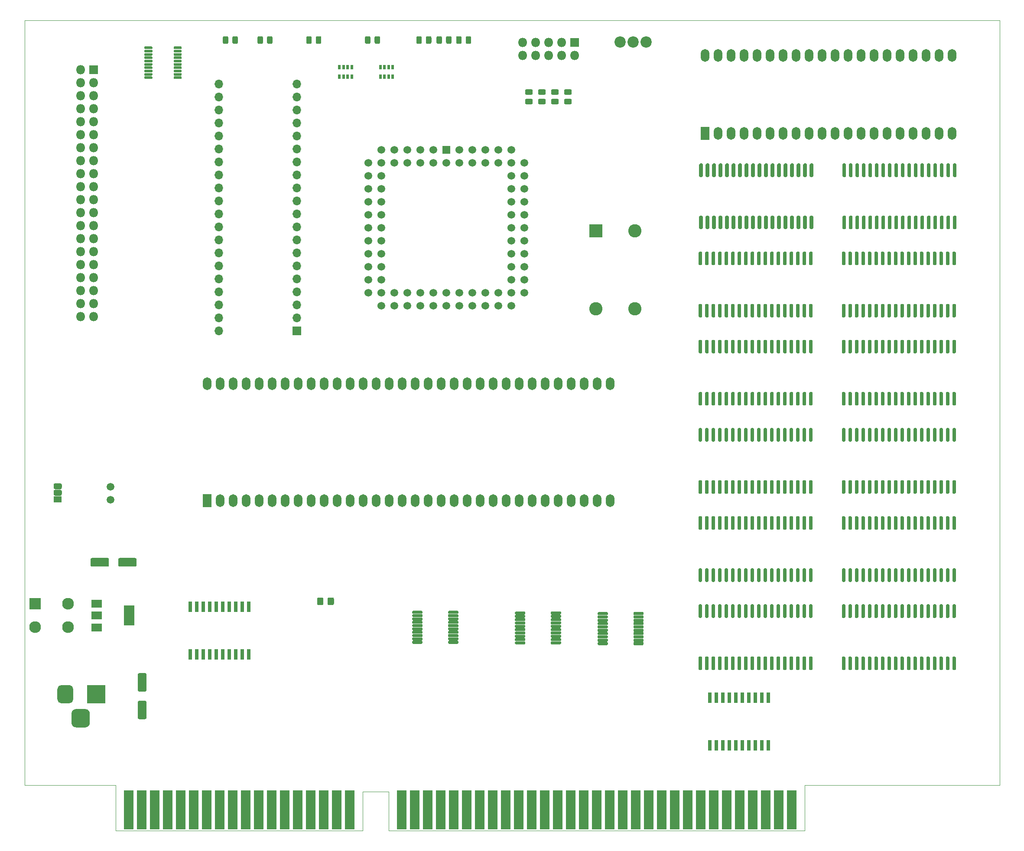
<source format=gbr>
%TF.GenerationSoftware,KiCad,Pcbnew,5.1.6-c6e7f7d~86~ubuntu18.04.1*%
%TF.CreationDate,2021-02-20T22:43:29+08:00*%
%TF.ProjectId,68k_dev,36386b5f-6465-4762-9e6b-696361645f70,rev?*%
%TF.SameCoordinates,Original*%
%TF.FileFunction,Soldermask,Top*%
%TF.FilePolarity,Negative*%
%FSLAX46Y46*%
G04 Gerber Fmt 4.6, Leading zero omitted, Abs format (unit mm)*
G04 Created by KiCad (PCBNEW 5.1.6-c6e7f7d~86~ubuntu18.04.1) date 2021-02-20 22:43:29*
%MOMM*%
%LPD*%
G01*
G04 APERTURE LIST*
%TA.AperFunction,Profile*%
%ADD10C,0.050000*%
%TD*%
%ADD11R,0.700000X2.150000*%
%ADD12C,1.500000*%
%ADD13O,1.800000X1.800000*%
%ADD14R,1.800000X1.800000*%
%ADD15O,1.700000X2.500000*%
%ADD16R,1.700000X2.500000*%
%ADD17C,2.300000*%
%ADD18R,2.300000X2.300000*%
%ADD19C,2.200000*%
%ADD20R,1.880000X7.720000*%
%ADD21R,3.600000X3.600000*%
%ADD22R,0.600000X0.900000*%
%ADD23R,0.500000X0.900000*%
%ADD24R,2.100000X1.600000*%
%ADD25R,2.100000X3.900000*%
%ADD26O,1.700000X1.700000*%
%ADD27R,1.700000X1.700000*%
%ADD28C,2.600000*%
%ADD29R,2.600000X2.600000*%
%ADD30R,1.600000X1.150000*%
%ADD31C,1.522400*%
%ADD32R,1.522400X1.522400*%
G04 APERTURE END LIST*
D10*
X97663000Y-159512000D02*
X79883000Y-159512000D01*
X97663000Y-168402000D02*
X97663000Y-159512000D01*
X145923000Y-168402000D02*
X97663000Y-168402000D01*
X145923000Y-160782000D02*
X145923000Y-168402000D01*
X151003000Y-160782000D02*
X145923000Y-160782000D01*
X151003000Y-168402000D02*
X151003000Y-160782000D01*
X232283000Y-168402000D02*
X151003000Y-168402000D01*
X232283000Y-159512000D02*
X232283000Y-168402000D01*
X233553000Y-159512000D02*
X232283000Y-159512000D01*
X79883000Y-10000000D02*
X79883000Y-159512000D01*
X270383000Y-10000000D02*
X79883000Y-10000000D01*
X270383000Y-159512000D02*
X270383000Y-10000000D01*
X233553000Y-159512000D02*
X270383000Y-159512000D01*
%TO.C,U4*%
G36*
G01*
X261465000Y-48179000D02*
X261815000Y-48179000D01*
G75*
G02*
X261990000Y-48354000I0J-175000D01*
G01*
X261990000Y-50654000D01*
G75*
G02*
X261815000Y-50829000I-175000J0D01*
G01*
X261465000Y-50829000D01*
G75*
G02*
X261290000Y-50654000I0J175000D01*
G01*
X261290000Y-48354000D01*
G75*
G02*
X261465000Y-48179000I175000J0D01*
G01*
G37*
G36*
G01*
X260195000Y-48179000D02*
X260545000Y-48179000D01*
G75*
G02*
X260720000Y-48354000I0J-175000D01*
G01*
X260720000Y-50654000D01*
G75*
G02*
X260545000Y-50829000I-175000J0D01*
G01*
X260195000Y-50829000D01*
G75*
G02*
X260020000Y-50654000I0J175000D01*
G01*
X260020000Y-48354000D01*
G75*
G02*
X260195000Y-48179000I175000J0D01*
G01*
G37*
G36*
G01*
X258925000Y-48179000D02*
X259275000Y-48179000D01*
G75*
G02*
X259450000Y-48354000I0J-175000D01*
G01*
X259450000Y-50654000D01*
G75*
G02*
X259275000Y-50829000I-175000J0D01*
G01*
X258925000Y-50829000D01*
G75*
G02*
X258750000Y-50654000I0J175000D01*
G01*
X258750000Y-48354000D01*
G75*
G02*
X258925000Y-48179000I175000J0D01*
G01*
G37*
G36*
G01*
X257655000Y-48179000D02*
X258005000Y-48179000D01*
G75*
G02*
X258180000Y-48354000I0J-175000D01*
G01*
X258180000Y-50654000D01*
G75*
G02*
X258005000Y-50829000I-175000J0D01*
G01*
X257655000Y-50829000D01*
G75*
G02*
X257480000Y-50654000I0J175000D01*
G01*
X257480000Y-48354000D01*
G75*
G02*
X257655000Y-48179000I175000J0D01*
G01*
G37*
G36*
G01*
X256385000Y-48179000D02*
X256735000Y-48179000D01*
G75*
G02*
X256910000Y-48354000I0J-175000D01*
G01*
X256910000Y-50654000D01*
G75*
G02*
X256735000Y-50829000I-175000J0D01*
G01*
X256385000Y-50829000D01*
G75*
G02*
X256210000Y-50654000I0J175000D01*
G01*
X256210000Y-48354000D01*
G75*
G02*
X256385000Y-48179000I175000J0D01*
G01*
G37*
G36*
G01*
X255115000Y-48179000D02*
X255465000Y-48179000D01*
G75*
G02*
X255640000Y-48354000I0J-175000D01*
G01*
X255640000Y-50654000D01*
G75*
G02*
X255465000Y-50829000I-175000J0D01*
G01*
X255115000Y-50829000D01*
G75*
G02*
X254940000Y-50654000I0J175000D01*
G01*
X254940000Y-48354000D01*
G75*
G02*
X255115000Y-48179000I175000J0D01*
G01*
G37*
G36*
G01*
X253845000Y-48179000D02*
X254195000Y-48179000D01*
G75*
G02*
X254370000Y-48354000I0J-175000D01*
G01*
X254370000Y-50654000D01*
G75*
G02*
X254195000Y-50829000I-175000J0D01*
G01*
X253845000Y-50829000D01*
G75*
G02*
X253670000Y-50654000I0J175000D01*
G01*
X253670000Y-48354000D01*
G75*
G02*
X253845000Y-48179000I175000J0D01*
G01*
G37*
G36*
G01*
X252575000Y-48179000D02*
X252925000Y-48179000D01*
G75*
G02*
X253100000Y-48354000I0J-175000D01*
G01*
X253100000Y-50654000D01*
G75*
G02*
X252925000Y-50829000I-175000J0D01*
G01*
X252575000Y-50829000D01*
G75*
G02*
X252400000Y-50654000I0J175000D01*
G01*
X252400000Y-48354000D01*
G75*
G02*
X252575000Y-48179000I175000J0D01*
G01*
G37*
G36*
G01*
X251305000Y-48179000D02*
X251655000Y-48179000D01*
G75*
G02*
X251830000Y-48354000I0J-175000D01*
G01*
X251830000Y-50654000D01*
G75*
G02*
X251655000Y-50829000I-175000J0D01*
G01*
X251305000Y-50829000D01*
G75*
G02*
X251130000Y-50654000I0J175000D01*
G01*
X251130000Y-48354000D01*
G75*
G02*
X251305000Y-48179000I175000J0D01*
G01*
G37*
G36*
G01*
X250035000Y-48179000D02*
X250385000Y-48179000D01*
G75*
G02*
X250560000Y-48354000I0J-175000D01*
G01*
X250560000Y-50654000D01*
G75*
G02*
X250385000Y-50829000I-175000J0D01*
G01*
X250035000Y-50829000D01*
G75*
G02*
X249860000Y-50654000I0J175000D01*
G01*
X249860000Y-48354000D01*
G75*
G02*
X250035000Y-48179000I175000J0D01*
G01*
G37*
G36*
G01*
X248765000Y-48179000D02*
X249115000Y-48179000D01*
G75*
G02*
X249290000Y-48354000I0J-175000D01*
G01*
X249290000Y-50654000D01*
G75*
G02*
X249115000Y-50829000I-175000J0D01*
G01*
X248765000Y-50829000D01*
G75*
G02*
X248590000Y-50654000I0J175000D01*
G01*
X248590000Y-48354000D01*
G75*
G02*
X248765000Y-48179000I175000J0D01*
G01*
G37*
G36*
G01*
X247495000Y-48179000D02*
X247845000Y-48179000D01*
G75*
G02*
X248020000Y-48354000I0J-175000D01*
G01*
X248020000Y-50654000D01*
G75*
G02*
X247845000Y-50829000I-175000J0D01*
G01*
X247495000Y-50829000D01*
G75*
G02*
X247320000Y-50654000I0J175000D01*
G01*
X247320000Y-48354000D01*
G75*
G02*
X247495000Y-48179000I175000J0D01*
G01*
G37*
G36*
G01*
X246225000Y-48179000D02*
X246575000Y-48179000D01*
G75*
G02*
X246750000Y-48354000I0J-175000D01*
G01*
X246750000Y-50654000D01*
G75*
G02*
X246575000Y-50829000I-175000J0D01*
G01*
X246225000Y-50829000D01*
G75*
G02*
X246050000Y-50654000I0J175000D01*
G01*
X246050000Y-48354000D01*
G75*
G02*
X246225000Y-48179000I175000J0D01*
G01*
G37*
G36*
G01*
X244955000Y-48179000D02*
X245305000Y-48179000D01*
G75*
G02*
X245480000Y-48354000I0J-175000D01*
G01*
X245480000Y-50654000D01*
G75*
G02*
X245305000Y-50829000I-175000J0D01*
G01*
X244955000Y-50829000D01*
G75*
G02*
X244780000Y-50654000I0J175000D01*
G01*
X244780000Y-48354000D01*
G75*
G02*
X244955000Y-48179000I175000J0D01*
G01*
G37*
G36*
G01*
X243685000Y-48179000D02*
X244035000Y-48179000D01*
G75*
G02*
X244210000Y-48354000I0J-175000D01*
G01*
X244210000Y-50654000D01*
G75*
G02*
X244035000Y-50829000I-175000J0D01*
G01*
X243685000Y-50829000D01*
G75*
G02*
X243510000Y-50654000I0J175000D01*
G01*
X243510000Y-48354000D01*
G75*
G02*
X243685000Y-48179000I175000J0D01*
G01*
G37*
G36*
G01*
X242415000Y-48179000D02*
X242765000Y-48179000D01*
G75*
G02*
X242940000Y-48354000I0J-175000D01*
G01*
X242940000Y-50654000D01*
G75*
G02*
X242765000Y-50829000I-175000J0D01*
G01*
X242415000Y-50829000D01*
G75*
G02*
X242240000Y-50654000I0J175000D01*
G01*
X242240000Y-48354000D01*
G75*
G02*
X242415000Y-48179000I175000J0D01*
G01*
G37*
G36*
G01*
X241145000Y-48179000D02*
X241495000Y-48179000D01*
G75*
G02*
X241670000Y-48354000I0J-175000D01*
G01*
X241670000Y-50654000D01*
G75*
G02*
X241495000Y-50829000I-175000J0D01*
G01*
X241145000Y-50829000D01*
G75*
G02*
X240970000Y-50654000I0J175000D01*
G01*
X240970000Y-48354000D01*
G75*
G02*
X241145000Y-48179000I175000J0D01*
G01*
G37*
G36*
G01*
X239875000Y-48179000D02*
X240225000Y-48179000D01*
G75*
G02*
X240400000Y-48354000I0J-175000D01*
G01*
X240400000Y-50654000D01*
G75*
G02*
X240225000Y-50829000I-175000J0D01*
G01*
X239875000Y-50829000D01*
G75*
G02*
X239700000Y-50654000I0J175000D01*
G01*
X239700000Y-48354000D01*
G75*
G02*
X239875000Y-48179000I175000J0D01*
G01*
G37*
G36*
G01*
X239875000Y-37979000D02*
X240225000Y-37979000D01*
G75*
G02*
X240400000Y-38154000I0J-175000D01*
G01*
X240400000Y-40454000D01*
G75*
G02*
X240225000Y-40629000I-175000J0D01*
G01*
X239875000Y-40629000D01*
G75*
G02*
X239700000Y-40454000I0J175000D01*
G01*
X239700000Y-38154000D01*
G75*
G02*
X239875000Y-37979000I175000J0D01*
G01*
G37*
G36*
G01*
X241145000Y-37979000D02*
X241495000Y-37979000D01*
G75*
G02*
X241670000Y-38154000I0J-175000D01*
G01*
X241670000Y-40454000D01*
G75*
G02*
X241495000Y-40629000I-175000J0D01*
G01*
X241145000Y-40629000D01*
G75*
G02*
X240970000Y-40454000I0J175000D01*
G01*
X240970000Y-38154000D01*
G75*
G02*
X241145000Y-37979000I175000J0D01*
G01*
G37*
G36*
G01*
X242415000Y-37979000D02*
X242765000Y-37979000D01*
G75*
G02*
X242940000Y-38154000I0J-175000D01*
G01*
X242940000Y-40454000D01*
G75*
G02*
X242765000Y-40629000I-175000J0D01*
G01*
X242415000Y-40629000D01*
G75*
G02*
X242240000Y-40454000I0J175000D01*
G01*
X242240000Y-38154000D01*
G75*
G02*
X242415000Y-37979000I175000J0D01*
G01*
G37*
G36*
G01*
X243685000Y-37979000D02*
X244035000Y-37979000D01*
G75*
G02*
X244210000Y-38154000I0J-175000D01*
G01*
X244210000Y-40454000D01*
G75*
G02*
X244035000Y-40629000I-175000J0D01*
G01*
X243685000Y-40629000D01*
G75*
G02*
X243510000Y-40454000I0J175000D01*
G01*
X243510000Y-38154000D01*
G75*
G02*
X243685000Y-37979000I175000J0D01*
G01*
G37*
G36*
G01*
X244955000Y-37979000D02*
X245305000Y-37979000D01*
G75*
G02*
X245480000Y-38154000I0J-175000D01*
G01*
X245480000Y-40454000D01*
G75*
G02*
X245305000Y-40629000I-175000J0D01*
G01*
X244955000Y-40629000D01*
G75*
G02*
X244780000Y-40454000I0J175000D01*
G01*
X244780000Y-38154000D01*
G75*
G02*
X244955000Y-37979000I175000J0D01*
G01*
G37*
G36*
G01*
X246225000Y-37979000D02*
X246575000Y-37979000D01*
G75*
G02*
X246750000Y-38154000I0J-175000D01*
G01*
X246750000Y-40454000D01*
G75*
G02*
X246575000Y-40629000I-175000J0D01*
G01*
X246225000Y-40629000D01*
G75*
G02*
X246050000Y-40454000I0J175000D01*
G01*
X246050000Y-38154000D01*
G75*
G02*
X246225000Y-37979000I175000J0D01*
G01*
G37*
G36*
G01*
X247495000Y-37979000D02*
X247845000Y-37979000D01*
G75*
G02*
X248020000Y-38154000I0J-175000D01*
G01*
X248020000Y-40454000D01*
G75*
G02*
X247845000Y-40629000I-175000J0D01*
G01*
X247495000Y-40629000D01*
G75*
G02*
X247320000Y-40454000I0J175000D01*
G01*
X247320000Y-38154000D01*
G75*
G02*
X247495000Y-37979000I175000J0D01*
G01*
G37*
G36*
G01*
X248765000Y-37979000D02*
X249115000Y-37979000D01*
G75*
G02*
X249290000Y-38154000I0J-175000D01*
G01*
X249290000Y-40454000D01*
G75*
G02*
X249115000Y-40629000I-175000J0D01*
G01*
X248765000Y-40629000D01*
G75*
G02*
X248590000Y-40454000I0J175000D01*
G01*
X248590000Y-38154000D01*
G75*
G02*
X248765000Y-37979000I175000J0D01*
G01*
G37*
G36*
G01*
X250035000Y-37979000D02*
X250385000Y-37979000D01*
G75*
G02*
X250560000Y-38154000I0J-175000D01*
G01*
X250560000Y-40454000D01*
G75*
G02*
X250385000Y-40629000I-175000J0D01*
G01*
X250035000Y-40629000D01*
G75*
G02*
X249860000Y-40454000I0J175000D01*
G01*
X249860000Y-38154000D01*
G75*
G02*
X250035000Y-37979000I175000J0D01*
G01*
G37*
G36*
G01*
X251305000Y-37979000D02*
X251655000Y-37979000D01*
G75*
G02*
X251830000Y-38154000I0J-175000D01*
G01*
X251830000Y-40454000D01*
G75*
G02*
X251655000Y-40629000I-175000J0D01*
G01*
X251305000Y-40629000D01*
G75*
G02*
X251130000Y-40454000I0J175000D01*
G01*
X251130000Y-38154000D01*
G75*
G02*
X251305000Y-37979000I175000J0D01*
G01*
G37*
G36*
G01*
X252575000Y-37979000D02*
X252925000Y-37979000D01*
G75*
G02*
X253100000Y-38154000I0J-175000D01*
G01*
X253100000Y-40454000D01*
G75*
G02*
X252925000Y-40629000I-175000J0D01*
G01*
X252575000Y-40629000D01*
G75*
G02*
X252400000Y-40454000I0J175000D01*
G01*
X252400000Y-38154000D01*
G75*
G02*
X252575000Y-37979000I175000J0D01*
G01*
G37*
G36*
G01*
X253845000Y-37979000D02*
X254195000Y-37979000D01*
G75*
G02*
X254370000Y-38154000I0J-175000D01*
G01*
X254370000Y-40454000D01*
G75*
G02*
X254195000Y-40629000I-175000J0D01*
G01*
X253845000Y-40629000D01*
G75*
G02*
X253670000Y-40454000I0J175000D01*
G01*
X253670000Y-38154000D01*
G75*
G02*
X253845000Y-37979000I175000J0D01*
G01*
G37*
G36*
G01*
X255115000Y-37979000D02*
X255465000Y-37979000D01*
G75*
G02*
X255640000Y-38154000I0J-175000D01*
G01*
X255640000Y-40454000D01*
G75*
G02*
X255465000Y-40629000I-175000J0D01*
G01*
X255115000Y-40629000D01*
G75*
G02*
X254940000Y-40454000I0J175000D01*
G01*
X254940000Y-38154000D01*
G75*
G02*
X255115000Y-37979000I175000J0D01*
G01*
G37*
G36*
G01*
X256385000Y-37979000D02*
X256735000Y-37979000D01*
G75*
G02*
X256910000Y-38154000I0J-175000D01*
G01*
X256910000Y-40454000D01*
G75*
G02*
X256735000Y-40629000I-175000J0D01*
G01*
X256385000Y-40629000D01*
G75*
G02*
X256210000Y-40454000I0J175000D01*
G01*
X256210000Y-38154000D01*
G75*
G02*
X256385000Y-37979000I175000J0D01*
G01*
G37*
G36*
G01*
X257655000Y-37979000D02*
X258005000Y-37979000D01*
G75*
G02*
X258180000Y-38154000I0J-175000D01*
G01*
X258180000Y-40454000D01*
G75*
G02*
X258005000Y-40629000I-175000J0D01*
G01*
X257655000Y-40629000D01*
G75*
G02*
X257480000Y-40454000I0J175000D01*
G01*
X257480000Y-38154000D01*
G75*
G02*
X257655000Y-37979000I175000J0D01*
G01*
G37*
G36*
G01*
X258925000Y-37979000D02*
X259275000Y-37979000D01*
G75*
G02*
X259450000Y-38154000I0J-175000D01*
G01*
X259450000Y-40454000D01*
G75*
G02*
X259275000Y-40629000I-175000J0D01*
G01*
X258925000Y-40629000D01*
G75*
G02*
X258750000Y-40454000I0J175000D01*
G01*
X258750000Y-38154000D01*
G75*
G02*
X258925000Y-37979000I175000J0D01*
G01*
G37*
G36*
G01*
X260195000Y-37979000D02*
X260545000Y-37979000D01*
G75*
G02*
X260720000Y-38154000I0J-175000D01*
G01*
X260720000Y-40454000D01*
G75*
G02*
X260545000Y-40629000I-175000J0D01*
G01*
X260195000Y-40629000D01*
G75*
G02*
X260020000Y-40454000I0J175000D01*
G01*
X260020000Y-38154000D01*
G75*
G02*
X260195000Y-37979000I175000J0D01*
G01*
G37*
G36*
G01*
X261465000Y-37979000D02*
X261815000Y-37979000D01*
G75*
G02*
X261990000Y-38154000I0J-175000D01*
G01*
X261990000Y-40454000D01*
G75*
G02*
X261815000Y-40629000I-175000J0D01*
G01*
X261465000Y-40629000D01*
G75*
G02*
X261290000Y-40454000I0J175000D01*
G01*
X261290000Y-38154000D01*
G75*
G02*
X261465000Y-37979000I175000J0D01*
G01*
G37*
%TD*%
%TO.C,U25*%
G36*
G01*
X109017000Y-15482000D02*
X109017000Y-15232000D01*
G75*
G02*
X109142000Y-15107000I125000J0D01*
G01*
X110467000Y-15107000D01*
G75*
G02*
X110592000Y-15232000I0J-125000D01*
G01*
X110592000Y-15482000D01*
G75*
G02*
X110467000Y-15607000I-125000J0D01*
G01*
X109142000Y-15607000D01*
G75*
G02*
X109017000Y-15482000I0J125000D01*
G01*
G37*
G36*
G01*
X109017000Y-16132000D02*
X109017000Y-15882000D01*
G75*
G02*
X109142000Y-15757000I125000J0D01*
G01*
X110467000Y-15757000D01*
G75*
G02*
X110592000Y-15882000I0J-125000D01*
G01*
X110592000Y-16132000D01*
G75*
G02*
X110467000Y-16257000I-125000J0D01*
G01*
X109142000Y-16257000D01*
G75*
G02*
X109017000Y-16132000I0J125000D01*
G01*
G37*
G36*
G01*
X109017000Y-16782000D02*
X109017000Y-16532000D01*
G75*
G02*
X109142000Y-16407000I125000J0D01*
G01*
X110467000Y-16407000D01*
G75*
G02*
X110592000Y-16532000I0J-125000D01*
G01*
X110592000Y-16782000D01*
G75*
G02*
X110467000Y-16907000I-125000J0D01*
G01*
X109142000Y-16907000D01*
G75*
G02*
X109017000Y-16782000I0J125000D01*
G01*
G37*
G36*
G01*
X109017000Y-17432000D02*
X109017000Y-17182000D01*
G75*
G02*
X109142000Y-17057000I125000J0D01*
G01*
X110467000Y-17057000D01*
G75*
G02*
X110592000Y-17182000I0J-125000D01*
G01*
X110592000Y-17432000D01*
G75*
G02*
X110467000Y-17557000I-125000J0D01*
G01*
X109142000Y-17557000D01*
G75*
G02*
X109017000Y-17432000I0J125000D01*
G01*
G37*
G36*
G01*
X109017000Y-18082000D02*
X109017000Y-17832000D01*
G75*
G02*
X109142000Y-17707000I125000J0D01*
G01*
X110467000Y-17707000D01*
G75*
G02*
X110592000Y-17832000I0J-125000D01*
G01*
X110592000Y-18082000D01*
G75*
G02*
X110467000Y-18207000I-125000J0D01*
G01*
X109142000Y-18207000D01*
G75*
G02*
X109017000Y-18082000I0J125000D01*
G01*
G37*
G36*
G01*
X109017000Y-18732000D02*
X109017000Y-18482000D01*
G75*
G02*
X109142000Y-18357000I125000J0D01*
G01*
X110467000Y-18357000D01*
G75*
G02*
X110592000Y-18482000I0J-125000D01*
G01*
X110592000Y-18732000D01*
G75*
G02*
X110467000Y-18857000I-125000J0D01*
G01*
X109142000Y-18857000D01*
G75*
G02*
X109017000Y-18732000I0J125000D01*
G01*
G37*
G36*
G01*
X109017000Y-19382000D02*
X109017000Y-19132000D01*
G75*
G02*
X109142000Y-19007000I125000J0D01*
G01*
X110467000Y-19007000D01*
G75*
G02*
X110592000Y-19132000I0J-125000D01*
G01*
X110592000Y-19382000D01*
G75*
G02*
X110467000Y-19507000I-125000J0D01*
G01*
X109142000Y-19507000D01*
G75*
G02*
X109017000Y-19382000I0J125000D01*
G01*
G37*
G36*
G01*
X109017000Y-20032000D02*
X109017000Y-19782000D01*
G75*
G02*
X109142000Y-19657000I125000J0D01*
G01*
X110467000Y-19657000D01*
G75*
G02*
X110592000Y-19782000I0J-125000D01*
G01*
X110592000Y-20032000D01*
G75*
G02*
X110467000Y-20157000I-125000J0D01*
G01*
X109142000Y-20157000D01*
G75*
G02*
X109017000Y-20032000I0J125000D01*
G01*
G37*
G36*
G01*
X109017000Y-20682000D02*
X109017000Y-20432000D01*
G75*
G02*
X109142000Y-20307000I125000J0D01*
G01*
X110467000Y-20307000D01*
G75*
G02*
X110592000Y-20432000I0J-125000D01*
G01*
X110592000Y-20682000D01*
G75*
G02*
X110467000Y-20807000I-125000J0D01*
G01*
X109142000Y-20807000D01*
G75*
G02*
X109017000Y-20682000I0J125000D01*
G01*
G37*
G36*
G01*
X109017000Y-21332000D02*
X109017000Y-21082000D01*
G75*
G02*
X109142000Y-20957000I125000J0D01*
G01*
X110467000Y-20957000D01*
G75*
G02*
X110592000Y-21082000I0J-125000D01*
G01*
X110592000Y-21332000D01*
G75*
G02*
X110467000Y-21457000I-125000J0D01*
G01*
X109142000Y-21457000D01*
G75*
G02*
X109017000Y-21332000I0J125000D01*
G01*
G37*
G36*
G01*
X103292000Y-21332000D02*
X103292000Y-21082000D01*
G75*
G02*
X103417000Y-20957000I125000J0D01*
G01*
X104742000Y-20957000D01*
G75*
G02*
X104867000Y-21082000I0J-125000D01*
G01*
X104867000Y-21332000D01*
G75*
G02*
X104742000Y-21457000I-125000J0D01*
G01*
X103417000Y-21457000D01*
G75*
G02*
X103292000Y-21332000I0J125000D01*
G01*
G37*
G36*
G01*
X103292000Y-20682000D02*
X103292000Y-20432000D01*
G75*
G02*
X103417000Y-20307000I125000J0D01*
G01*
X104742000Y-20307000D01*
G75*
G02*
X104867000Y-20432000I0J-125000D01*
G01*
X104867000Y-20682000D01*
G75*
G02*
X104742000Y-20807000I-125000J0D01*
G01*
X103417000Y-20807000D01*
G75*
G02*
X103292000Y-20682000I0J125000D01*
G01*
G37*
G36*
G01*
X103292000Y-20032000D02*
X103292000Y-19782000D01*
G75*
G02*
X103417000Y-19657000I125000J0D01*
G01*
X104742000Y-19657000D01*
G75*
G02*
X104867000Y-19782000I0J-125000D01*
G01*
X104867000Y-20032000D01*
G75*
G02*
X104742000Y-20157000I-125000J0D01*
G01*
X103417000Y-20157000D01*
G75*
G02*
X103292000Y-20032000I0J125000D01*
G01*
G37*
G36*
G01*
X103292000Y-19382000D02*
X103292000Y-19132000D01*
G75*
G02*
X103417000Y-19007000I125000J0D01*
G01*
X104742000Y-19007000D01*
G75*
G02*
X104867000Y-19132000I0J-125000D01*
G01*
X104867000Y-19382000D01*
G75*
G02*
X104742000Y-19507000I-125000J0D01*
G01*
X103417000Y-19507000D01*
G75*
G02*
X103292000Y-19382000I0J125000D01*
G01*
G37*
G36*
G01*
X103292000Y-18732000D02*
X103292000Y-18482000D01*
G75*
G02*
X103417000Y-18357000I125000J0D01*
G01*
X104742000Y-18357000D01*
G75*
G02*
X104867000Y-18482000I0J-125000D01*
G01*
X104867000Y-18732000D01*
G75*
G02*
X104742000Y-18857000I-125000J0D01*
G01*
X103417000Y-18857000D01*
G75*
G02*
X103292000Y-18732000I0J125000D01*
G01*
G37*
G36*
G01*
X103292000Y-18082000D02*
X103292000Y-17832000D01*
G75*
G02*
X103417000Y-17707000I125000J0D01*
G01*
X104742000Y-17707000D01*
G75*
G02*
X104867000Y-17832000I0J-125000D01*
G01*
X104867000Y-18082000D01*
G75*
G02*
X104742000Y-18207000I-125000J0D01*
G01*
X103417000Y-18207000D01*
G75*
G02*
X103292000Y-18082000I0J125000D01*
G01*
G37*
G36*
G01*
X103292000Y-17432000D02*
X103292000Y-17182000D01*
G75*
G02*
X103417000Y-17057000I125000J0D01*
G01*
X104742000Y-17057000D01*
G75*
G02*
X104867000Y-17182000I0J-125000D01*
G01*
X104867000Y-17432000D01*
G75*
G02*
X104742000Y-17557000I-125000J0D01*
G01*
X103417000Y-17557000D01*
G75*
G02*
X103292000Y-17432000I0J125000D01*
G01*
G37*
G36*
G01*
X103292000Y-16782000D02*
X103292000Y-16532000D01*
G75*
G02*
X103417000Y-16407000I125000J0D01*
G01*
X104742000Y-16407000D01*
G75*
G02*
X104867000Y-16532000I0J-125000D01*
G01*
X104867000Y-16782000D01*
G75*
G02*
X104742000Y-16907000I-125000J0D01*
G01*
X103417000Y-16907000D01*
G75*
G02*
X103292000Y-16782000I0J125000D01*
G01*
G37*
G36*
G01*
X103292000Y-16132000D02*
X103292000Y-15882000D01*
G75*
G02*
X103417000Y-15757000I125000J0D01*
G01*
X104742000Y-15757000D01*
G75*
G02*
X104867000Y-15882000I0J-125000D01*
G01*
X104867000Y-16132000D01*
G75*
G02*
X104742000Y-16257000I-125000J0D01*
G01*
X103417000Y-16257000D01*
G75*
G02*
X103292000Y-16132000I0J125000D01*
G01*
G37*
G36*
G01*
X103292000Y-15482000D02*
X103292000Y-15232000D01*
G75*
G02*
X103417000Y-15107000I125000J0D01*
G01*
X104742000Y-15107000D01*
G75*
G02*
X104867000Y-15232000I0J-125000D01*
G01*
X104867000Y-15482000D01*
G75*
G02*
X104742000Y-15607000I-125000J0D01*
G01*
X103417000Y-15607000D01*
G75*
G02*
X103292000Y-15482000I0J125000D01*
G01*
G37*
%TD*%
D11*
%TO.C,U24*%
X123698000Y-133941000D03*
X122428000Y-133941000D03*
X121158000Y-133941000D03*
X119888000Y-133941000D03*
X118618000Y-133941000D03*
X117348000Y-133941000D03*
X116078000Y-133941000D03*
X114808000Y-133941000D03*
X113538000Y-133941000D03*
X112268000Y-133941000D03*
X112268000Y-124631000D03*
X113538000Y-124631000D03*
X114808000Y-124631000D03*
X116078000Y-124631000D03*
X117348000Y-124631000D03*
X118618000Y-124631000D03*
X119888000Y-124631000D03*
X121158000Y-124631000D03*
X122428000Y-124631000D03*
X123698000Y-124631000D03*
%TD*%
%TO.C,U23*%
X225171000Y-151721000D03*
X223901000Y-151721000D03*
X222631000Y-151721000D03*
X221361000Y-151721000D03*
X220091000Y-151721000D03*
X218821000Y-151721000D03*
X217551000Y-151721000D03*
X216281000Y-151721000D03*
X215011000Y-151721000D03*
X213741000Y-151721000D03*
X213741000Y-142411000D03*
X215011000Y-142411000D03*
X216281000Y-142411000D03*
X217551000Y-142411000D03*
X218821000Y-142411000D03*
X220091000Y-142411000D03*
X221361000Y-142411000D03*
X222631000Y-142411000D03*
X223901000Y-142411000D03*
X225171000Y-142411000D03*
%TD*%
%TO.C,U22*%
G36*
G01*
X198842000Y-126130000D02*
X198842000Y-125830000D01*
G75*
G02*
X198992000Y-125680000I150000J0D01*
G01*
X200692000Y-125680000D01*
G75*
G02*
X200842000Y-125830000I0J-150000D01*
G01*
X200842000Y-126130000D01*
G75*
G02*
X200692000Y-126280000I-150000J0D01*
G01*
X198992000Y-126280000D01*
G75*
G02*
X198842000Y-126130000I0J150000D01*
G01*
G37*
G36*
G01*
X198842000Y-126780000D02*
X198842000Y-126480000D01*
G75*
G02*
X198992000Y-126330000I150000J0D01*
G01*
X200692000Y-126330000D01*
G75*
G02*
X200842000Y-126480000I0J-150000D01*
G01*
X200842000Y-126780000D01*
G75*
G02*
X200692000Y-126930000I-150000J0D01*
G01*
X198992000Y-126930000D01*
G75*
G02*
X198842000Y-126780000I0J150000D01*
G01*
G37*
G36*
G01*
X198842000Y-127430000D02*
X198842000Y-127130000D01*
G75*
G02*
X198992000Y-126980000I150000J0D01*
G01*
X200692000Y-126980000D01*
G75*
G02*
X200842000Y-127130000I0J-150000D01*
G01*
X200842000Y-127430000D01*
G75*
G02*
X200692000Y-127580000I-150000J0D01*
G01*
X198992000Y-127580000D01*
G75*
G02*
X198842000Y-127430000I0J150000D01*
G01*
G37*
G36*
G01*
X198842000Y-128080000D02*
X198842000Y-127780000D01*
G75*
G02*
X198992000Y-127630000I150000J0D01*
G01*
X200692000Y-127630000D01*
G75*
G02*
X200842000Y-127780000I0J-150000D01*
G01*
X200842000Y-128080000D01*
G75*
G02*
X200692000Y-128230000I-150000J0D01*
G01*
X198992000Y-128230000D01*
G75*
G02*
X198842000Y-128080000I0J150000D01*
G01*
G37*
G36*
G01*
X198842000Y-128730000D02*
X198842000Y-128430000D01*
G75*
G02*
X198992000Y-128280000I150000J0D01*
G01*
X200692000Y-128280000D01*
G75*
G02*
X200842000Y-128430000I0J-150000D01*
G01*
X200842000Y-128730000D01*
G75*
G02*
X200692000Y-128880000I-150000J0D01*
G01*
X198992000Y-128880000D01*
G75*
G02*
X198842000Y-128730000I0J150000D01*
G01*
G37*
G36*
G01*
X198842000Y-129380000D02*
X198842000Y-129080000D01*
G75*
G02*
X198992000Y-128930000I150000J0D01*
G01*
X200692000Y-128930000D01*
G75*
G02*
X200842000Y-129080000I0J-150000D01*
G01*
X200842000Y-129380000D01*
G75*
G02*
X200692000Y-129530000I-150000J0D01*
G01*
X198992000Y-129530000D01*
G75*
G02*
X198842000Y-129380000I0J150000D01*
G01*
G37*
G36*
G01*
X198842000Y-130030000D02*
X198842000Y-129730000D01*
G75*
G02*
X198992000Y-129580000I150000J0D01*
G01*
X200692000Y-129580000D01*
G75*
G02*
X200842000Y-129730000I0J-150000D01*
G01*
X200842000Y-130030000D01*
G75*
G02*
X200692000Y-130180000I-150000J0D01*
G01*
X198992000Y-130180000D01*
G75*
G02*
X198842000Y-130030000I0J150000D01*
G01*
G37*
G36*
G01*
X198842000Y-130680000D02*
X198842000Y-130380000D01*
G75*
G02*
X198992000Y-130230000I150000J0D01*
G01*
X200692000Y-130230000D01*
G75*
G02*
X200842000Y-130380000I0J-150000D01*
G01*
X200842000Y-130680000D01*
G75*
G02*
X200692000Y-130830000I-150000J0D01*
G01*
X198992000Y-130830000D01*
G75*
G02*
X198842000Y-130680000I0J150000D01*
G01*
G37*
G36*
G01*
X198842000Y-131330000D02*
X198842000Y-131030000D01*
G75*
G02*
X198992000Y-130880000I150000J0D01*
G01*
X200692000Y-130880000D01*
G75*
G02*
X200842000Y-131030000I0J-150000D01*
G01*
X200842000Y-131330000D01*
G75*
G02*
X200692000Y-131480000I-150000J0D01*
G01*
X198992000Y-131480000D01*
G75*
G02*
X198842000Y-131330000I0J150000D01*
G01*
G37*
G36*
G01*
X198842000Y-131980000D02*
X198842000Y-131680000D01*
G75*
G02*
X198992000Y-131530000I150000J0D01*
G01*
X200692000Y-131530000D01*
G75*
G02*
X200842000Y-131680000I0J-150000D01*
G01*
X200842000Y-131980000D01*
G75*
G02*
X200692000Y-132130000I-150000J0D01*
G01*
X198992000Y-132130000D01*
G75*
G02*
X198842000Y-131980000I0J150000D01*
G01*
G37*
G36*
G01*
X191842000Y-131980000D02*
X191842000Y-131680000D01*
G75*
G02*
X191992000Y-131530000I150000J0D01*
G01*
X193692000Y-131530000D01*
G75*
G02*
X193842000Y-131680000I0J-150000D01*
G01*
X193842000Y-131980000D01*
G75*
G02*
X193692000Y-132130000I-150000J0D01*
G01*
X191992000Y-132130000D01*
G75*
G02*
X191842000Y-131980000I0J150000D01*
G01*
G37*
G36*
G01*
X191842000Y-131330000D02*
X191842000Y-131030000D01*
G75*
G02*
X191992000Y-130880000I150000J0D01*
G01*
X193692000Y-130880000D01*
G75*
G02*
X193842000Y-131030000I0J-150000D01*
G01*
X193842000Y-131330000D01*
G75*
G02*
X193692000Y-131480000I-150000J0D01*
G01*
X191992000Y-131480000D01*
G75*
G02*
X191842000Y-131330000I0J150000D01*
G01*
G37*
G36*
G01*
X191842000Y-130680000D02*
X191842000Y-130380000D01*
G75*
G02*
X191992000Y-130230000I150000J0D01*
G01*
X193692000Y-130230000D01*
G75*
G02*
X193842000Y-130380000I0J-150000D01*
G01*
X193842000Y-130680000D01*
G75*
G02*
X193692000Y-130830000I-150000J0D01*
G01*
X191992000Y-130830000D01*
G75*
G02*
X191842000Y-130680000I0J150000D01*
G01*
G37*
G36*
G01*
X191842000Y-130030000D02*
X191842000Y-129730000D01*
G75*
G02*
X191992000Y-129580000I150000J0D01*
G01*
X193692000Y-129580000D01*
G75*
G02*
X193842000Y-129730000I0J-150000D01*
G01*
X193842000Y-130030000D01*
G75*
G02*
X193692000Y-130180000I-150000J0D01*
G01*
X191992000Y-130180000D01*
G75*
G02*
X191842000Y-130030000I0J150000D01*
G01*
G37*
G36*
G01*
X191842000Y-129380000D02*
X191842000Y-129080000D01*
G75*
G02*
X191992000Y-128930000I150000J0D01*
G01*
X193692000Y-128930000D01*
G75*
G02*
X193842000Y-129080000I0J-150000D01*
G01*
X193842000Y-129380000D01*
G75*
G02*
X193692000Y-129530000I-150000J0D01*
G01*
X191992000Y-129530000D01*
G75*
G02*
X191842000Y-129380000I0J150000D01*
G01*
G37*
G36*
G01*
X191842000Y-128730000D02*
X191842000Y-128430000D01*
G75*
G02*
X191992000Y-128280000I150000J0D01*
G01*
X193692000Y-128280000D01*
G75*
G02*
X193842000Y-128430000I0J-150000D01*
G01*
X193842000Y-128730000D01*
G75*
G02*
X193692000Y-128880000I-150000J0D01*
G01*
X191992000Y-128880000D01*
G75*
G02*
X191842000Y-128730000I0J150000D01*
G01*
G37*
G36*
G01*
X191842000Y-128080000D02*
X191842000Y-127780000D01*
G75*
G02*
X191992000Y-127630000I150000J0D01*
G01*
X193692000Y-127630000D01*
G75*
G02*
X193842000Y-127780000I0J-150000D01*
G01*
X193842000Y-128080000D01*
G75*
G02*
X193692000Y-128230000I-150000J0D01*
G01*
X191992000Y-128230000D01*
G75*
G02*
X191842000Y-128080000I0J150000D01*
G01*
G37*
G36*
G01*
X191842000Y-127430000D02*
X191842000Y-127130000D01*
G75*
G02*
X191992000Y-126980000I150000J0D01*
G01*
X193692000Y-126980000D01*
G75*
G02*
X193842000Y-127130000I0J-150000D01*
G01*
X193842000Y-127430000D01*
G75*
G02*
X193692000Y-127580000I-150000J0D01*
G01*
X191992000Y-127580000D01*
G75*
G02*
X191842000Y-127430000I0J150000D01*
G01*
G37*
G36*
G01*
X191842000Y-126780000D02*
X191842000Y-126480000D01*
G75*
G02*
X191992000Y-126330000I150000J0D01*
G01*
X193692000Y-126330000D01*
G75*
G02*
X193842000Y-126480000I0J-150000D01*
G01*
X193842000Y-126780000D01*
G75*
G02*
X193692000Y-126930000I-150000J0D01*
G01*
X191992000Y-126930000D01*
G75*
G02*
X191842000Y-126780000I0J150000D01*
G01*
G37*
G36*
G01*
X191842000Y-126130000D02*
X191842000Y-125830000D01*
G75*
G02*
X191992000Y-125680000I150000J0D01*
G01*
X193692000Y-125680000D01*
G75*
G02*
X193842000Y-125830000I0J-150000D01*
G01*
X193842000Y-126130000D01*
G75*
G02*
X193692000Y-126280000I-150000J0D01*
G01*
X191992000Y-126280000D01*
G75*
G02*
X191842000Y-126130000I0J150000D01*
G01*
G37*
%TD*%
%TO.C,U20*%
G36*
G01*
X182713000Y-126003000D02*
X182713000Y-125703000D01*
G75*
G02*
X182863000Y-125553000I150000J0D01*
G01*
X184563000Y-125553000D01*
G75*
G02*
X184713000Y-125703000I0J-150000D01*
G01*
X184713000Y-126003000D01*
G75*
G02*
X184563000Y-126153000I-150000J0D01*
G01*
X182863000Y-126153000D01*
G75*
G02*
X182713000Y-126003000I0J150000D01*
G01*
G37*
G36*
G01*
X182713000Y-126653000D02*
X182713000Y-126353000D01*
G75*
G02*
X182863000Y-126203000I150000J0D01*
G01*
X184563000Y-126203000D01*
G75*
G02*
X184713000Y-126353000I0J-150000D01*
G01*
X184713000Y-126653000D01*
G75*
G02*
X184563000Y-126803000I-150000J0D01*
G01*
X182863000Y-126803000D01*
G75*
G02*
X182713000Y-126653000I0J150000D01*
G01*
G37*
G36*
G01*
X182713000Y-127303000D02*
X182713000Y-127003000D01*
G75*
G02*
X182863000Y-126853000I150000J0D01*
G01*
X184563000Y-126853000D01*
G75*
G02*
X184713000Y-127003000I0J-150000D01*
G01*
X184713000Y-127303000D01*
G75*
G02*
X184563000Y-127453000I-150000J0D01*
G01*
X182863000Y-127453000D01*
G75*
G02*
X182713000Y-127303000I0J150000D01*
G01*
G37*
G36*
G01*
X182713000Y-127953000D02*
X182713000Y-127653000D01*
G75*
G02*
X182863000Y-127503000I150000J0D01*
G01*
X184563000Y-127503000D01*
G75*
G02*
X184713000Y-127653000I0J-150000D01*
G01*
X184713000Y-127953000D01*
G75*
G02*
X184563000Y-128103000I-150000J0D01*
G01*
X182863000Y-128103000D01*
G75*
G02*
X182713000Y-127953000I0J150000D01*
G01*
G37*
G36*
G01*
X182713000Y-128603000D02*
X182713000Y-128303000D01*
G75*
G02*
X182863000Y-128153000I150000J0D01*
G01*
X184563000Y-128153000D01*
G75*
G02*
X184713000Y-128303000I0J-150000D01*
G01*
X184713000Y-128603000D01*
G75*
G02*
X184563000Y-128753000I-150000J0D01*
G01*
X182863000Y-128753000D01*
G75*
G02*
X182713000Y-128603000I0J150000D01*
G01*
G37*
G36*
G01*
X182713000Y-129253000D02*
X182713000Y-128953000D01*
G75*
G02*
X182863000Y-128803000I150000J0D01*
G01*
X184563000Y-128803000D01*
G75*
G02*
X184713000Y-128953000I0J-150000D01*
G01*
X184713000Y-129253000D01*
G75*
G02*
X184563000Y-129403000I-150000J0D01*
G01*
X182863000Y-129403000D01*
G75*
G02*
X182713000Y-129253000I0J150000D01*
G01*
G37*
G36*
G01*
X182713000Y-129903000D02*
X182713000Y-129603000D01*
G75*
G02*
X182863000Y-129453000I150000J0D01*
G01*
X184563000Y-129453000D01*
G75*
G02*
X184713000Y-129603000I0J-150000D01*
G01*
X184713000Y-129903000D01*
G75*
G02*
X184563000Y-130053000I-150000J0D01*
G01*
X182863000Y-130053000D01*
G75*
G02*
X182713000Y-129903000I0J150000D01*
G01*
G37*
G36*
G01*
X182713000Y-130553000D02*
X182713000Y-130253000D01*
G75*
G02*
X182863000Y-130103000I150000J0D01*
G01*
X184563000Y-130103000D01*
G75*
G02*
X184713000Y-130253000I0J-150000D01*
G01*
X184713000Y-130553000D01*
G75*
G02*
X184563000Y-130703000I-150000J0D01*
G01*
X182863000Y-130703000D01*
G75*
G02*
X182713000Y-130553000I0J150000D01*
G01*
G37*
G36*
G01*
X182713000Y-131203000D02*
X182713000Y-130903000D01*
G75*
G02*
X182863000Y-130753000I150000J0D01*
G01*
X184563000Y-130753000D01*
G75*
G02*
X184713000Y-130903000I0J-150000D01*
G01*
X184713000Y-131203000D01*
G75*
G02*
X184563000Y-131353000I-150000J0D01*
G01*
X182863000Y-131353000D01*
G75*
G02*
X182713000Y-131203000I0J150000D01*
G01*
G37*
G36*
G01*
X182713000Y-131853000D02*
X182713000Y-131553000D01*
G75*
G02*
X182863000Y-131403000I150000J0D01*
G01*
X184563000Y-131403000D01*
G75*
G02*
X184713000Y-131553000I0J-150000D01*
G01*
X184713000Y-131853000D01*
G75*
G02*
X184563000Y-132003000I-150000J0D01*
G01*
X182863000Y-132003000D01*
G75*
G02*
X182713000Y-131853000I0J150000D01*
G01*
G37*
G36*
G01*
X175713000Y-131853000D02*
X175713000Y-131553000D01*
G75*
G02*
X175863000Y-131403000I150000J0D01*
G01*
X177563000Y-131403000D01*
G75*
G02*
X177713000Y-131553000I0J-150000D01*
G01*
X177713000Y-131853000D01*
G75*
G02*
X177563000Y-132003000I-150000J0D01*
G01*
X175863000Y-132003000D01*
G75*
G02*
X175713000Y-131853000I0J150000D01*
G01*
G37*
G36*
G01*
X175713000Y-131203000D02*
X175713000Y-130903000D01*
G75*
G02*
X175863000Y-130753000I150000J0D01*
G01*
X177563000Y-130753000D01*
G75*
G02*
X177713000Y-130903000I0J-150000D01*
G01*
X177713000Y-131203000D01*
G75*
G02*
X177563000Y-131353000I-150000J0D01*
G01*
X175863000Y-131353000D01*
G75*
G02*
X175713000Y-131203000I0J150000D01*
G01*
G37*
G36*
G01*
X175713000Y-130553000D02*
X175713000Y-130253000D01*
G75*
G02*
X175863000Y-130103000I150000J0D01*
G01*
X177563000Y-130103000D01*
G75*
G02*
X177713000Y-130253000I0J-150000D01*
G01*
X177713000Y-130553000D01*
G75*
G02*
X177563000Y-130703000I-150000J0D01*
G01*
X175863000Y-130703000D01*
G75*
G02*
X175713000Y-130553000I0J150000D01*
G01*
G37*
G36*
G01*
X175713000Y-129903000D02*
X175713000Y-129603000D01*
G75*
G02*
X175863000Y-129453000I150000J0D01*
G01*
X177563000Y-129453000D01*
G75*
G02*
X177713000Y-129603000I0J-150000D01*
G01*
X177713000Y-129903000D01*
G75*
G02*
X177563000Y-130053000I-150000J0D01*
G01*
X175863000Y-130053000D01*
G75*
G02*
X175713000Y-129903000I0J150000D01*
G01*
G37*
G36*
G01*
X175713000Y-129253000D02*
X175713000Y-128953000D01*
G75*
G02*
X175863000Y-128803000I150000J0D01*
G01*
X177563000Y-128803000D01*
G75*
G02*
X177713000Y-128953000I0J-150000D01*
G01*
X177713000Y-129253000D01*
G75*
G02*
X177563000Y-129403000I-150000J0D01*
G01*
X175863000Y-129403000D01*
G75*
G02*
X175713000Y-129253000I0J150000D01*
G01*
G37*
G36*
G01*
X175713000Y-128603000D02*
X175713000Y-128303000D01*
G75*
G02*
X175863000Y-128153000I150000J0D01*
G01*
X177563000Y-128153000D01*
G75*
G02*
X177713000Y-128303000I0J-150000D01*
G01*
X177713000Y-128603000D01*
G75*
G02*
X177563000Y-128753000I-150000J0D01*
G01*
X175863000Y-128753000D01*
G75*
G02*
X175713000Y-128603000I0J150000D01*
G01*
G37*
G36*
G01*
X175713000Y-127953000D02*
X175713000Y-127653000D01*
G75*
G02*
X175863000Y-127503000I150000J0D01*
G01*
X177563000Y-127503000D01*
G75*
G02*
X177713000Y-127653000I0J-150000D01*
G01*
X177713000Y-127953000D01*
G75*
G02*
X177563000Y-128103000I-150000J0D01*
G01*
X175863000Y-128103000D01*
G75*
G02*
X175713000Y-127953000I0J150000D01*
G01*
G37*
G36*
G01*
X175713000Y-127303000D02*
X175713000Y-127003000D01*
G75*
G02*
X175863000Y-126853000I150000J0D01*
G01*
X177563000Y-126853000D01*
G75*
G02*
X177713000Y-127003000I0J-150000D01*
G01*
X177713000Y-127303000D01*
G75*
G02*
X177563000Y-127453000I-150000J0D01*
G01*
X175863000Y-127453000D01*
G75*
G02*
X175713000Y-127303000I0J150000D01*
G01*
G37*
G36*
G01*
X175713000Y-126653000D02*
X175713000Y-126353000D01*
G75*
G02*
X175863000Y-126203000I150000J0D01*
G01*
X177563000Y-126203000D01*
G75*
G02*
X177713000Y-126353000I0J-150000D01*
G01*
X177713000Y-126653000D01*
G75*
G02*
X177563000Y-126803000I-150000J0D01*
G01*
X175863000Y-126803000D01*
G75*
G02*
X175713000Y-126653000I0J150000D01*
G01*
G37*
G36*
G01*
X175713000Y-126003000D02*
X175713000Y-125703000D01*
G75*
G02*
X175863000Y-125553000I150000J0D01*
G01*
X177563000Y-125553000D01*
G75*
G02*
X177713000Y-125703000I0J-150000D01*
G01*
X177713000Y-126003000D01*
G75*
G02*
X177563000Y-126153000I-150000J0D01*
G01*
X175863000Y-126153000D01*
G75*
G02*
X175713000Y-126003000I0J150000D01*
G01*
G37*
%TD*%
%TO.C,U15*%
G36*
G01*
X162647000Y-125876000D02*
X162647000Y-125576000D01*
G75*
G02*
X162797000Y-125426000I150000J0D01*
G01*
X164497000Y-125426000D01*
G75*
G02*
X164647000Y-125576000I0J-150000D01*
G01*
X164647000Y-125876000D01*
G75*
G02*
X164497000Y-126026000I-150000J0D01*
G01*
X162797000Y-126026000D01*
G75*
G02*
X162647000Y-125876000I0J150000D01*
G01*
G37*
G36*
G01*
X162647000Y-126526000D02*
X162647000Y-126226000D01*
G75*
G02*
X162797000Y-126076000I150000J0D01*
G01*
X164497000Y-126076000D01*
G75*
G02*
X164647000Y-126226000I0J-150000D01*
G01*
X164647000Y-126526000D01*
G75*
G02*
X164497000Y-126676000I-150000J0D01*
G01*
X162797000Y-126676000D01*
G75*
G02*
X162647000Y-126526000I0J150000D01*
G01*
G37*
G36*
G01*
X162647000Y-127176000D02*
X162647000Y-126876000D01*
G75*
G02*
X162797000Y-126726000I150000J0D01*
G01*
X164497000Y-126726000D01*
G75*
G02*
X164647000Y-126876000I0J-150000D01*
G01*
X164647000Y-127176000D01*
G75*
G02*
X164497000Y-127326000I-150000J0D01*
G01*
X162797000Y-127326000D01*
G75*
G02*
X162647000Y-127176000I0J150000D01*
G01*
G37*
G36*
G01*
X162647000Y-127826000D02*
X162647000Y-127526000D01*
G75*
G02*
X162797000Y-127376000I150000J0D01*
G01*
X164497000Y-127376000D01*
G75*
G02*
X164647000Y-127526000I0J-150000D01*
G01*
X164647000Y-127826000D01*
G75*
G02*
X164497000Y-127976000I-150000J0D01*
G01*
X162797000Y-127976000D01*
G75*
G02*
X162647000Y-127826000I0J150000D01*
G01*
G37*
G36*
G01*
X162647000Y-128476000D02*
X162647000Y-128176000D01*
G75*
G02*
X162797000Y-128026000I150000J0D01*
G01*
X164497000Y-128026000D01*
G75*
G02*
X164647000Y-128176000I0J-150000D01*
G01*
X164647000Y-128476000D01*
G75*
G02*
X164497000Y-128626000I-150000J0D01*
G01*
X162797000Y-128626000D01*
G75*
G02*
X162647000Y-128476000I0J150000D01*
G01*
G37*
G36*
G01*
X162647000Y-129126000D02*
X162647000Y-128826000D01*
G75*
G02*
X162797000Y-128676000I150000J0D01*
G01*
X164497000Y-128676000D01*
G75*
G02*
X164647000Y-128826000I0J-150000D01*
G01*
X164647000Y-129126000D01*
G75*
G02*
X164497000Y-129276000I-150000J0D01*
G01*
X162797000Y-129276000D01*
G75*
G02*
X162647000Y-129126000I0J150000D01*
G01*
G37*
G36*
G01*
X162647000Y-129776000D02*
X162647000Y-129476000D01*
G75*
G02*
X162797000Y-129326000I150000J0D01*
G01*
X164497000Y-129326000D01*
G75*
G02*
X164647000Y-129476000I0J-150000D01*
G01*
X164647000Y-129776000D01*
G75*
G02*
X164497000Y-129926000I-150000J0D01*
G01*
X162797000Y-129926000D01*
G75*
G02*
X162647000Y-129776000I0J150000D01*
G01*
G37*
G36*
G01*
X162647000Y-130426000D02*
X162647000Y-130126000D01*
G75*
G02*
X162797000Y-129976000I150000J0D01*
G01*
X164497000Y-129976000D01*
G75*
G02*
X164647000Y-130126000I0J-150000D01*
G01*
X164647000Y-130426000D01*
G75*
G02*
X164497000Y-130576000I-150000J0D01*
G01*
X162797000Y-130576000D01*
G75*
G02*
X162647000Y-130426000I0J150000D01*
G01*
G37*
G36*
G01*
X162647000Y-131076000D02*
X162647000Y-130776000D01*
G75*
G02*
X162797000Y-130626000I150000J0D01*
G01*
X164497000Y-130626000D01*
G75*
G02*
X164647000Y-130776000I0J-150000D01*
G01*
X164647000Y-131076000D01*
G75*
G02*
X164497000Y-131226000I-150000J0D01*
G01*
X162797000Y-131226000D01*
G75*
G02*
X162647000Y-131076000I0J150000D01*
G01*
G37*
G36*
G01*
X162647000Y-131726000D02*
X162647000Y-131426000D01*
G75*
G02*
X162797000Y-131276000I150000J0D01*
G01*
X164497000Y-131276000D01*
G75*
G02*
X164647000Y-131426000I0J-150000D01*
G01*
X164647000Y-131726000D01*
G75*
G02*
X164497000Y-131876000I-150000J0D01*
G01*
X162797000Y-131876000D01*
G75*
G02*
X162647000Y-131726000I0J150000D01*
G01*
G37*
G36*
G01*
X155647000Y-131726000D02*
X155647000Y-131426000D01*
G75*
G02*
X155797000Y-131276000I150000J0D01*
G01*
X157497000Y-131276000D01*
G75*
G02*
X157647000Y-131426000I0J-150000D01*
G01*
X157647000Y-131726000D01*
G75*
G02*
X157497000Y-131876000I-150000J0D01*
G01*
X155797000Y-131876000D01*
G75*
G02*
X155647000Y-131726000I0J150000D01*
G01*
G37*
G36*
G01*
X155647000Y-131076000D02*
X155647000Y-130776000D01*
G75*
G02*
X155797000Y-130626000I150000J0D01*
G01*
X157497000Y-130626000D01*
G75*
G02*
X157647000Y-130776000I0J-150000D01*
G01*
X157647000Y-131076000D01*
G75*
G02*
X157497000Y-131226000I-150000J0D01*
G01*
X155797000Y-131226000D01*
G75*
G02*
X155647000Y-131076000I0J150000D01*
G01*
G37*
G36*
G01*
X155647000Y-130426000D02*
X155647000Y-130126000D01*
G75*
G02*
X155797000Y-129976000I150000J0D01*
G01*
X157497000Y-129976000D01*
G75*
G02*
X157647000Y-130126000I0J-150000D01*
G01*
X157647000Y-130426000D01*
G75*
G02*
X157497000Y-130576000I-150000J0D01*
G01*
X155797000Y-130576000D01*
G75*
G02*
X155647000Y-130426000I0J150000D01*
G01*
G37*
G36*
G01*
X155647000Y-129776000D02*
X155647000Y-129476000D01*
G75*
G02*
X155797000Y-129326000I150000J0D01*
G01*
X157497000Y-129326000D01*
G75*
G02*
X157647000Y-129476000I0J-150000D01*
G01*
X157647000Y-129776000D01*
G75*
G02*
X157497000Y-129926000I-150000J0D01*
G01*
X155797000Y-129926000D01*
G75*
G02*
X155647000Y-129776000I0J150000D01*
G01*
G37*
G36*
G01*
X155647000Y-129126000D02*
X155647000Y-128826000D01*
G75*
G02*
X155797000Y-128676000I150000J0D01*
G01*
X157497000Y-128676000D01*
G75*
G02*
X157647000Y-128826000I0J-150000D01*
G01*
X157647000Y-129126000D01*
G75*
G02*
X157497000Y-129276000I-150000J0D01*
G01*
X155797000Y-129276000D01*
G75*
G02*
X155647000Y-129126000I0J150000D01*
G01*
G37*
G36*
G01*
X155647000Y-128476000D02*
X155647000Y-128176000D01*
G75*
G02*
X155797000Y-128026000I150000J0D01*
G01*
X157497000Y-128026000D01*
G75*
G02*
X157647000Y-128176000I0J-150000D01*
G01*
X157647000Y-128476000D01*
G75*
G02*
X157497000Y-128626000I-150000J0D01*
G01*
X155797000Y-128626000D01*
G75*
G02*
X155647000Y-128476000I0J150000D01*
G01*
G37*
G36*
G01*
X155647000Y-127826000D02*
X155647000Y-127526000D01*
G75*
G02*
X155797000Y-127376000I150000J0D01*
G01*
X157497000Y-127376000D01*
G75*
G02*
X157647000Y-127526000I0J-150000D01*
G01*
X157647000Y-127826000D01*
G75*
G02*
X157497000Y-127976000I-150000J0D01*
G01*
X155797000Y-127976000D01*
G75*
G02*
X155647000Y-127826000I0J150000D01*
G01*
G37*
G36*
G01*
X155647000Y-127176000D02*
X155647000Y-126876000D01*
G75*
G02*
X155797000Y-126726000I150000J0D01*
G01*
X157497000Y-126726000D01*
G75*
G02*
X157647000Y-126876000I0J-150000D01*
G01*
X157647000Y-127176000D01*
G75*
G02*
X157497000Y-127326000I-150000J0D01*
G01*
X155797000Y-127326000D01*
G75*
G02*
X155647000Y-127176000I0J150000D01*
G01*
G37*
G36*
G01*
X155647000Y-126526000D02*
X155647000Y-126226000D01*
G75*
G02*
X155797000Y-126076000I150000J0D01*
G01*
X157497000Y-126076000D01*
G75*
G02*
X157647000Y-126226000I0J-150000D01*
G01*
X157647000Y-126526000D01*
G75*
G02*
X157497000Y-126676000I-150000J0D01*
G01*
X155797000Y-126676000D01*
G75*
G02*
X155647000Y-126526000I0J150000D01*
G01*
G37*
G36*
G01*
X155647000Y-125876000D02*
X155647000Y-125576000D01*
G75*
G02*
X155797000Y-125426000I150000J0D01*
G01*
X157497000Y-125426000D01*
G75*
G02*
X157647000Y-125576000I0J-150000D01*
G01*
X157647000Y-125876000D01*
G75*
G02*
X157497000Y-126026000I-150000J0D01*
G01*
X155797000Y-126026000D01*
G75*
G02*
X155647000Y-125876000I0J150000D01*
G01*
G37*
%TD*%
D12*
%TO.C,JP1*%
X96647000Y-101219000D03*
X96647000Y-103759000D03*
%TD*%
D13*
%TO.C,J3*%
X90805000Y-67945000D03*
X93345000Y-67945000D03*
X90805000Y-65405000D03*
X93345000Y-65405000D03*
X90805000Y-62865000D03*
X93345000Y-62865000D03*
X90805000Y-60325000D03*
X93345000Y-60325000D03*
X90805000Y-57785000D03*
X93345000Y-57785000D03*
X90805000Y-55245000D03*
X93345000Y-55245000D03*
X90805000Y-52705000D03*
X93345000Y-52705000D03*
X90805000Y-50165000D03*
X93345000Y-50165000D03*
X90805000Y-47625000D03*
X93345000Y-47625000D03*
X90805000Y-45085000D03*
X93345000Y-45085000D03*
X90805000Y-42545000D03*
X93345000Y-42545000D03*
X90805000Y-40005000D03*
X93345000Y-40005000D03*
X90805000Y-37465000D03*
X93345000Y-37465000D03*
X90805000Y-34925000D03*
X93345000Y-34925000D03*
X90805000Y-32385000D03*
X93345000Y-32385000D03*
X90805000Y-29845000D03*
X93345000Y-29845000D03*
X90805000Y-27305000D03*
X93345000Y-27305000D03*
X90805000Y-24765000D03*
X93345000Y-24765000D03*
X90805000Y-22225000D03*
X93345000Y-22225000D03*
X90805000Y-19685000D03*
D14*
X93345000Y-19685000D03*
%TD*%
%TO.C,C32*%
G36*
G01*
X139084000Y-124049262D02*
X139084000Y-123092738D01*
G75*
G02*
X139355738Y-122821000I271738J0D01*
G01*
X140062262Y-122821000D01*
G75*
G02*
X140334000Y-123092738I0J-271738D01*
G01*
X140334000Y-124049262D01*
G75*
G02*
X140062262Y-124321000I-271738J0D01*
G01*
X139355738Y-124321000D01*
G75*
G02*
X139084000Y-124049262I0J271738D01*
G01*
G37*
G36*
G01*
X137034000Y-124049262D02*
X137034000Y-123092738D01*
G75*
G02*
X137305738Y-122821000I271738J0D01*
G01*
X138012262Y-122821000D01*
G75*
G02*
X138284000Y-123092738I0J-271738D01*
G01*
X138284000Y-124049262D01*
G75*
G02*
X138012262Y-124321000I-271738J0D01*
G01*
X137305738Y-124321000D01*
G75*
G02*
X137034000Y-124049262I0J271738D01*
G01*
G37*
%TD*%
D15*
%TO.C,U1*%
X115570000Y-81026000D03*
X194310000Y-103886000D03*
X118110000Y-81026000D03*
X191770000Y-103886000D03*
X120650000Y-81026000D03*
X189230000Y-103886000D03*
X123190000Y-81026000D03*
X186690000Y-103886000D03*
X125730000Y-81026000D03*
X184150000Y-103886000D03*
X128270000Y-81026000D03*
X181610000Y-103886000D03*
X130810000Y-81026000D03*
X179070000Y-103886000D03*
X133350000Y-81026000D03*
X176530000Y-103886000D03*
X135890000Y-81026000D03*
X173990000Y-103886000D03*
X138430000Y-81026000D03*
X171450000Y-103886000D03*
X140970000Y-81026000D03*
X168910000Y-103886000D03*
X143510000Y-81026000D03*
X166370000Y-103886000D03*
X146050000Y-81026000D03*
X163830000Y-103886000D03*
X148590000Y-81026000D03*
X161290000Y-103886000D03*
X151130000Y-81026000D03*
X158750000Y-103886000D03*
X153670000Y-81026000D03*
X156210000Y-103886000D03*
X156210000Y-81026000D03*
X153670000Y-103886000D03*
X158750000Y-81026000D03*
X151130000Y-103886000D03*
X161290000Y-81026000D03*
X148590000Y-103886000D03*
X163830000Y-81026000D03*
X146050000Y-103886000D03*
X166370000Y-81026000D03*
X143510000Y-103886000D03*
X168910000Y-81026000D03*
X140970000Y-103886000D03*
X171450000Y-81026000D03*
X138430000Y-103886000D03*
X173990000Y-81026000D03*
X135890000Y-103886000D03*
X176530000Y-81026000D03*
X133350000Y-103886000D03*
X179070000Y-81026000D03*
X130810000Y-103886000D03*
X181610000Y-81026000D03*
X128270000Y-103886000D03*
X184150000Y-81026000D03*
X125730000Y-103886000D03*
X186690000Y-81026000D03*
X123190000Y-103886000D03*
X189230000Y-81026000D03*
X120650000Y-103886000D03*
X191770000Y-81026000D03*
X118110000Y-103886000D03*
X194310000Y-81026000D03*
D16*
X115570000Y-103886000D03*
%TD*%
%TO.C,U18*%
G36*
G01*
X233338000Y-65417000D02*
X233688000Y-65417000D01*
G75*
G02*
X233863000Y-65592000I0J-175000D01*
G01*
X233863000Y-67892000D01*
G75*
G02*
X233688000Y-68067000I-175000J0D01*
G01*
X233338000Y-68067000D01*
G75*
G02*
X233163000Y-67892000I0J175000D01*
G01*
X233163000Y-65592000D01*
G75*
G02*
X233338000Y-65417000I175000J0D01*
G01*
G37*
G36*
G01*
X232068000Y-65417000D02*
X232418000Y-65417000D01*
G75*
G02*
X232593000Y-65592000I0J-175000D01*
G01*
X232593000Y-67892000D01*
G75*
G02*
X232418000Y-68067000I-175000J0D01*
G01*
X232068000Y-68067000D01*
G75*
G02*
X231893000Y-67892000I0J175000D01*
G01*
X231893000Y-65592000D01*
G75*
G02*
X232068000Y-65417000I175000J0D01*
G01*
G37*
G36*
G01*
X230798000Y-65417000D02*
X231148000Y-65417000D01*
G75*
G02*
X231323000Y-65592000I0J-175000D01*
G01*
X231323000Y-67892000D01*
G75*
G02*
X231148000Y-68067000I-175000J0D01*
G01*
X230798000Y-68067000D01*
G75*
G02*
X230623000Y-67892000I0J175000D01*
G01*
X230623000Y-65592000D01*
G75*
G02*
X230798000Y-65417000I175000J0D01*
G01*
G37*
G36*
G01*
X229528000Y-65417000D02*
X229878000Y-65417000D01*
G75*
G02*
X230053000Y-65592000I0J-175000D01*
G01*
X230053000Y-67892000D01*
G75*
G02*
X229878000Y-68067000I-175000J0D01*
G01*
X229528000Y-68067000D01*
G75*
G02*
X229353000Y-67892000I0J175000D01*
G01*
X229353000Y-65592000D01*
G75*
G02*
X229528000Y-65417000I175000J0D01*
G01*
G37*
G36*
G01*
X228258000Y-65417000D02*
X228608000Y-65417000D01*
G75*
G02*
X228783000Y-65592000I0J-175000D01*
G01*
X228783000Y-67892000D01*
G75*
G02*
X228608000Y-68067000I-175000J0D01*
G01*
X228258000Y-68067000D01*
G75*
G02*
X228083000Y-67892000I0J175000D01*
G01*
X228083000Y-65592000D01*
G75*
G02*
X228258000Y-65417000I175000J0D01*
G01*
G37*
G36*
G01*
X226988000Y-65417000D02*
X227338000Y-65417000D01*
G75*
G02*
X227513000Y-65592000I0J-175000D01*
G01*
X227513000Y-67892000D01*
G75*
G02*
X227338000Y-68067000I-175000J0D01*
G01*
X226988000Y-68067000D01*
G75*
G02*
X226813000Y-67892000I0J175000D01*
G01*
X226813000Y-65592000D01*
G75*
G02*
X226988000Y-65417000I175000J0D01*
G01*
G37*
G36*
G01*
X225718000Y-65417000D02*
X226068000Y-65417000D01*
G75*
G02*
X226243000Y-65592000I0J-175000D01*
G01*
X226243000Y-67892000D01*
G75*
G02*
X226068000Y-68067000I-175000J0D01*
G01*
X225718000Y-68067000D01*
G75*
G02*
X225543000Y-67892000I0J175000D01*
G01*
X225543000Y-65592000D01*
G75*
G02*
X225718000Y-65417000I175000J0D01*
G01*
G37*
G36*
G01*
X224448000Y-65417000D02*
X224798000Y-65417000D01*
G75*
G02*
X224973000Y-65592000I0J-175000D01*
G01*
X224973000Y-67892000D01*
G75*
G02*
X224798000Y-68067000I-175000J0D01*
G01*
X224448000Y-68067000D01*
G75*
G02*
X224273000Y-67892000I0J175000D01*
G01*
X224273000Y-65592000D01*
G75*
G02*
X224448000Y-65417000I175000J0D01*
G01*
G37*
G36*
G01*
X223178000Y-65417000D02*
X223528000Y-65417000D01*
G75*
G02*
X223703000Y-65592000I0J-175000D01*
G01*
X223703000Y-67892000D01*
G75*
G02*
X223528000Y-68067000I-175000J0D01*
G01*
X223178000Y-68067000D01*
G75*
G02*
X223003000Y-67892000I0J175000D01*
G01*
X223003000Y-65592000D01*
G75*
G02*
X223178000Y-65417000I175000J0D01*
G01*
G37*
G36*
G01*
X221908000Y-65417000D02*
X222258000Y-65417000D01*
G75*
G02*
X222433000Y-65592000I0J-175000D01*
G01*
X222433000Y-67892000D01*
G75*
G02*
X222258000Y-68067000I-175000J0D01*
G01*
X221908000Y-68067000D01*
G75*
G02*
X221733000Y-67892000I0J175000D01*
G01*
X221733000Y-65592000D01*
G75*
G02*
X221908000Y-65417000I175000J0D01*
G01*
G37*
G36*
G01*
X220638000Y-65417000D02*
X220988000Y-65417000D01*
G75*
G02*
X221163000Y-65592000I0J-175000D01*
G01*
X221163000Y-67892000D01*
G75*
G02*
X220988000Y-68067000I-175000J0D01*
G01*
X220638000Y-68067000D01*
G75*
G02*
X220463000Y-67892000I0J175000D01*
G01*
X220463000Y-65592000D01*
G75*
G02*
X220638000Y-65417000I175000J0D01*
G01*
G37*
G36*
G01*
X219368000Y-65417000D02*
X219718000Y-65417000D01*
G75*
G02*
X219893000Y-65592000I0J-175000D01*
G01*
X219893000Y-67892000D01*
G75*
G02*
X219718000Y-68067000I-175000J0D01*
G01*
X219368000Y-68067000D01*
G75*
G02*
X219193000Y-67892000I0J175000D01*
G01*
X219193000Y-65592000D01*
G75*
G02*
X219368000Y-65417000I175000J0D01*
G01*
G37*
G36*
G01*
X218098000Y-65417000D02*
X218448000Y-65417000D01*
G75*
G02*
X218623000Y-65592000I0J-175000D01*
G01*
X218623000Y-67892000D01*
G75*
G02*
X218448000Y-68067000I-175000J0D01*
G01*
X218098000Y-68067000D01*
G75*
G02*
X217923000Y-67892000I0J175000D01*
G01*
X217923000Y-65592000D01*
G75*
G02*
X218098000Y-65417000I175000J0D01*
G01*
G37*
G36*
G01*
X216828000Y-65417000D02*
X217178000Y-65417000D01*
G75*
G02*
X217353000Y-65592000I0J-175000D01*
G01*
X217353000Y-67892000D01*
G75*
G02*
X217178000Y-68067000I-175000J0D01*
G01*
X216828000Y-68067000D01*
G75*
G02*
X216653000Y-67892000I0J175000D01*
G01*
X216653000Y-65592000D01*
G75*
G02*
X216828000Y-65417000I175000J0D01*
G01*
G37*
G36*
G01*
X215558000Y-65417000D02*
X215908000Y-65417000D01*
G75*
G02*
X216083000Y-65592000I0J-175000D01*
G01*
X216083000Y-67892000D01*
G75*
G02*
X215908000Y-68067000I-175000J0D01*
G01*
X215558000Y-68067000D01*
G75*
G02*
X215383000Y-67892000I0J175000D01*
G01*
X215383000Y-65592000D01*
G75*
G02*
X215558000Y-65417000I175000J0D01*
G01*
G37*
G36*
G01*
X214288000Y-65417000D02*
X214638000Y-65417000D01*
G75*
G02*
X214813000Y-65592000I0J-175000D01*
G01*
X214813000Y-67892000D01*
G75*
G02*
X214638000Y-68067000I-175000J0D01*
G01*
X214288000Y-68067000D01*
G75*
G02*
X214113000Y-67892000I0J175000D01*
G01*
X214113000Y-65592000D01*
G75*
G02*
X214288000Y-65417000I175000J0D01*
G01*
G37*
G36*
G01*
X213018000Y-65417000D02*
X213368000Y-65417000D01*
G75*
G02*
X213543000Y-65592000I0J-175000D01*
G01*
X213543000Y-67892000D01*
G75*
G02*
X213368000Y-68067000I-175000J0D01*
G01*
X213018000Y-68067000D01*
G75*
G02*
X212843000Y-67892000I0J175000D01*
G01*
X212843000Y-65592000D01*
G75*
G02*
X213018000Y-65417000I175000J0D01*
G01*
G37*
G36*
G01*
X211748000Y-65417000D02*
X212098000Y-65417000D01*
G75*
G02*
X212273000Y-65592000I0J-175000D01*
G01*
X212273000Y-67892000D01*
G75*
G02*
X212098000Y-68067000I-175000J0D01*
G01*
X211748000Y-68067000D01*
G75*
G02*
X211573000Y-67892000I0J175000D01*
G01*
X211573000Y-65592000D01*
G75*
G02*
X211748000Y-65417000I175000J0D01*
G01*
G37*
G36*
G01*
X211748000Y-55217000D02*
X212098000Y-55217000D01*
G75*
G02*
X212273000Y-55392000I0J-175000D01*
G01*
X212273000Y-57692000D01*
G75*
G02*
X212098000Y-57867000I-175000J0D01*
G01*
X211748000Y-57867000D01*
G75*
G02*
X211573000Y-57692000I0J175000D01*
G01*
X211573000Y-55392000D01*
G75*
G02*
X211748000Y-55217000I175000J0D01*
G01*
G37*
G36*
G01*
X213018000Y-55217000D02*
X213368000Y-55217000D01*
G75*
G02*
X213543000Y-55392000I0J-175000D01*
G01*
X213543000Y-57692000D01*
G75*
G02*
X213368000Y-57867000I-175000J0D01*
G01*
X213018000Y-57867000D01*
G75*
G02*
X212843000Y-57692000I0J175000D01*
G01*
X212843000Y-55392000D01*
G75*
G02*
X213018000Y-55217000I175000J0D01*
G01*
G37*
G36*
G01*
X214288000Y-55217000D02*
X214638000Y-55217000D01*
G75*
G02*
X214813000Y-55392000I0J-175000D01*
G01*
X214813000Y-57692000D01*
G75*
G02*
X214638000Y-57867000I-175000J0D01*
G01*
X214288000Y-57867000D01*
G75*
G02*
X214113000Y-57692000I0J175000D01*
G01*
X214113000Y-55392000D01*
G75*
G02*
X214288000Y-55217000I175000J0D01*
G01*
G37*
G36*
G01*
X215558000Y-55217000D02*
X215908000Y-55217000D01*
G75*
G02*
X216083000Y-55392000I0J-175000D01*
G01*
X216083000Y-57692000D01*
G75*
G02*
X215908000Y-57867000I-175000J0D01*
G01*
X215558000Y-57867000D01*
G75*
G02*
X215383000Y-57692000I0J175000D01*
G01*
X215383000Y-55392000D01*
G75*
G02*
X215558000Y-55217000I175000J0D01*
G01*
G37*
G36*
G01*
X216828000Y-55217000D02*
X217178000Y-55217000D01*
G75*
G02*
X217353000Y-55392000I0J-175000D01*
G01*
X217353000Y-57692000D01*
G75*
G02*
X217178000Y-57867000I-175000J0D01*
G01*
X216828000Y-57867000D01*
G75*
G02*
X216653000Y-57692000I0J175000D01*
G01*
X216653000Y-55392000D01*
G75*
G02*
X216828000Y-55217000I175000J0D01*
G01*
G37*
G36*
G01*
X218098000Y-55217000D02*
X218448000Y-55217000D01*
G75*
G02*
X218623000Y-55392000I0J-175000D01*
G01*
X218623000Y-57692000D01*
G75*
G02*
X218448000Y-57867000I-175000J0D01*
G01*
X218098000Y-57867000D01*
G75*
G02*
X217923000Y-57692000I0J175000D01*
G01*
X217923000Y-55392000D01*
G75*
G02*
X218098000Y-55217000I175000J0D01*
G01*
G37*
G36*
G01*
X219368000Y-55217000D02*
X219718000Y-55217000D01*
G75*
G02*
X219893000Y-55392000I0J-175000D01*
G01*
X219893000Y-57692000D01*
G75*
G02*
X219718000Y-57867000I-175000J0D01*
G01*
X219368000Y-57867000D01*
G75*
G02*
X219193000Y-57692000I0J175000D01*
G01*
X219193000Y-55392000D01*
G75*
G02*
X219368000Y-55217000I175000J0D01*
G01*
G37*
G36*
G01*
X220638000Y-55217000D02*
X220988000Y-55217000D01*
G75*
G02*
X221163000Y-55392000I0J-175000D01*
G01*
X221163000Y-57692000D01*
G75*
G02*
X220988000Y-57867000I-175000J0D01*
G01*
X220638000Y-57867000D01*
G75*
G02*
X220463000Y-57692000I0J175000D01*
G01*
X220463000Y-55392000D01*
G75*
G02*
X220638000Y-55217000I175000J0D01*
G01*
G37*
G36*
G01*
X221908000Y-55217000D02*
X222258000Y-55217000D01*
G75*
G02*
X222433000Y-55392000I0J-175000D01*
G01*
X222433000Y-57692000D01*
G75*
G02*
X222258000Y-57867000I-175000J0D01*
G01*
X221908000Y-57867000D01*
G75*
G02*
X221733000Y-57692000I0J175000D01*
G01*
X221733000Y-55392000D01*
G75*
G02*
X221908000Y-55217000I175000J0D01*
G01*
G37*
G36*
G01*
X223178000Y-55217000D02*
X223528000Y-55217000D01*
G75*
G02*
X223703000Y-55392000I0J-175000D01*
G01*
X223703000Y-57692000D01*
G75*
G02*
X223528000Y-57867000I-175000J0D01*
G01*
X223178000Y-57867000D01*
G75*
G02*
X223003000Y-57692000I0J175000D01*
G01*
X223003000Y-55392000D01*
G75*
G02*
X223178000Y-55217000I175000J0D01*
G01*
G37*
G36*
G01*
X224448000Y-55217000D02*
X224798000Y-55217000D01*
G75*
G02*
X224973000Y-55392000I0J-175000D01*
G01*
X224973000Y-57692000D01*
G75*
G02*
X224798000Y-57867000I-175000J0D01*
G01*
X224448000Y-57867000D01*
G75*
G02*
X224273000Y-57692000I0J175000D01*
G01*
X224273000Y-55392000D01*
G75*
G02*
X224448000Y-55217000I175000J0D01*
G01*
G37*
G36*
G01*
X225718000Y-55217000D02*
X226068000Y-55217000D01*
G75*
G02*
X226243000Y-55392000I0J-175000D01*
G01*
X226243000Y-57692000D01*
G75*
G02*
X226068000Y-57867000I-175000J0D01*
G01*
X225718000Y-57867000D01*
G75*
G02*
X225543000Y-57692000I0J175000D01*
G01*
X225543000Y-55392000D01*
G75*
G02*
X225718000Y-55217000I175000J0D01*
G01*
G37*
G36*
G01*
X226988000Y-55217000D02*
X227338000Y-55217000D01*
G75*
G02*
X227513000Y-55392000I0J-175000D01*
G01*
X227513000Y-57692000D01*
G75*
G02*
X227338000Y-57867000I-175000J0D01*
G01*
X226988000Y-57867000D01*
G75*
G02*
X226813000Y-57692000I0J175000D01*
G01*
X226813000Y-55392000D01*
G75*
G02*
X226988000Y-55217000I175000J0D01*
G01*
G37*
G36*
G01*
X228258000Y-55217000D02*
X228608000Y-55217000D01*
G75*
G02*
X228783000Y-55392000I0J-175000D01*
G01*
X228783000Y-57692000D01*
G75*
G02*
X228608000Y-57867000I-175000J0D01*
G01*
X228258000Y-57867000D01*
G75*
G02*
X228083000Y-57692000I0J175000D01*
G01*
X228083000Y-55392000D01*
G75*
G02*
X228258000Y-55217000I175000J0D01*
G01*
G37*
G36*
G01*
X229528000Y-55217000D02*
X229878000Y-55217000D01*
G75*
G02*
X230053000Y-55392000I0J-175000D01*
G01*
X230053000Y-57692000D01*
G75*
G02*
X229878000Y-57867000I-175000J0D01*
G01*
X229528000Y-57867000D01*
G75*
G02*
X229353000Y-57692000I0J175000D01*
G01*
X229353000Y-55392000D01*
G75*
G02*
X229528000Y-55217000I175000J0D01*
G01*
G37*
G36*
G01*
X230798000Y-55217000D02*
X231148000Y-55217000D01*
G75*
G02*
X231323000Y-55392000I0J-175000D01*
G01*
X231323000Y-57692000D01*
G75*
G02*
X231148000Y-57867000I-175000J0D01*
G01*
X230798000Y-57867000D01*
G75*
G02*
X230623000Y-57692000I0J175000D01*
G01*
X230623000Y-55392000D01*
G75*
G02*
X230798000Y-55217000I175000J0D01*
G01*
G37*
G36*
G01*
X232068000Y-55217000D02*
X232418000Y-55217000D01*
G75*
G02*
X232593000Y-55392000I0J-175000D01*
G01*
X232593000Y-57692000D01*
G75*
G02*
X232418000Y-57867000I-175000J0D01*
G01*
X232068000Y-57867000D01*
G75*
G02*
X231893000Y-57692000I0J175000D01*
G01*
X231893000Y-55392000D01*
G75*
G02*
X232068000Y-55217000I175000J0D01*
G01*
G37*
G36*
G01*
X233338000Y-55217000D02*
X233688000Y-55217000D01*
G75*
G02*
X233863000Y-55392000I0J-175000D01*
G01*
X233863000Y-57692000D01*
G75*
G02*
X233688000Y-57867000I-175000J0D01*
G01*
X233338000Y-57867000D01*
G75*
G02*
X233163000Y-57692000I0J175000D01*
G01*
X233163000Y-55392000D01*
G75*
G02*
X233338000Y-55217000I175000J0D01*
G01*
G37*
%TD*%
%TO.C,U17*%
G36*
G01*
X261338000Y-65417000D02*
X261688000Y-65417000D01*
G75*
G02*
X261863000Y-65592000I0J-175000D01*
G01*
X261863000Y-67892000D01*
G75*
G02*
X261688000Y-68067000I-175000J0D01*
G01*
X261338000Y-68067000D01*
G75*
G02*
X261163000Y-67892000I0J175000D01*
G01*
X261163000Y-65592000D01*
G75*
G02*
X261338000Y-65417000I175000J0D01*
G01*
G37*
G36*
G01*
X260068000Y-65417000D02*
X260418000Y-65417000D01*
G75*
G02*
X260593000Y-65592000I0J-175000D01*
G01*
X260593000Y-67892000D01*
G75*
G02*
X260418000Y-68067000I-175000J0D01*
G01*
X260068000Y-68067000D01*
G75*
G02*
X259893000Y-67892000I0J175000D01*
G01*
X259893000Y-65592000D01*
G75*
G02*
X260068000Y-65417000I175000J0D01*
G01*
G37*
G36*
G01*
X258798000Y-65417000D02*
X259148000Y-65417000D01*
G75*
G02*
X259323000Y-65592000I0J-175000D01*
G01*
X259323000Y-67892000D01*
G75*
G02*
X259148000Y-68067000I-175000J0D01*
G01*
X258798000Y-68067000D01*
G75*
G02*
X258623000Y-67892000I0J175000D01*
G01*
X258623000Y-65592000D01*
G75*
G02*
X258798000Y-65417000I175000J0D01*
G01*
G37*
G36*
G01*
X257528000Y-65417000D02*
X257878000Y-65417000D01*
G75*
G02*
X258053000Y-65592000I0J-175000D01*
G01*
X258053000Y-67892000D01*
G75*
G02*
X257878000Y-68067000I-175000J0D01*
G01*
X257528000Y-68067000D01*
G75*
G02*
X257353000Y-67892000I0J175000D01*
G01*
X257353000Y-65592000D01*
G75*
G02*
X257528000Y-65417000I175000J0D01*
G01*
G37*
G36*
G01*
X256258000Y-65417000D02*
X256608000Y-65417000D01*
G75*
G02*
X256783000Y-65592000I0J-175000D01*
G01*
X256783000Y-67892000D01*
G75*
G02*
X256608000Y-68067000I-175000J0D01*
G01*
X256258000Y-68067000D01*
G75*
G02*
X256083000Y-67892000I0J175000D01*
G01*
X256083000Y-65592000D01*
G75*
G02*
X256258000Y-65417000I175000J0D01*
G01*
G37*
G36*
G01*
X254988000Y-65417000D02*
X255338000Y-65417000D01*
G75*
G02*
X255513000Y-65592000I0J-175000D01*
G01*
X255513000Y-67892000D01*
G75*
G02*
X255338000Y-68067000I-175000J0D01*
G01*
X254988000Y-68067000D01*
G75*
G02*
X254813000Y-67892000I0J175000D01*
G01*
X254813000Y-65592000D01*
G75*
G02*
X254988000Y-65417000I175000J0D01*
G01*
G37*
G36*
G01*
X253718000Y-65417000D02*
X254068000Y-65417000D01*
G75*
G02*
X254243000Y-65592000I0J-175000D01*
G01*
X254243000Y-67892000D01*
G75*
G02*
X254068000Y-68067000I-175000J0D01*
G01*
X253718000Y-68067000D01*
G75*
G02*
X253543000Y-67892000I0J175000D01*
G01*
X253543000Y-65592000D01*
G75*
G02*
X253718000Y-65417000I175000J0D01*
G01*
G37*
G36*
G01*
X252448000Y-65417000D02*
X252798000Y-65417000D01*
G75*
G02*
X252973000Y-65592000I0J-175000D01*
G01*
X252973000Y-67892000D01*
G75*
G02*
X252798000Y-68067000I-175000J0D01*
G01*
X252448000Y-68067000D01*
G75*
G02*
X252273000Y-67892000I0J175000D01*
G01*
X252273000Y-65592000D01*
G75*
G02*
X252448000Y-65417000I175000J0D01*
G01*
G37*
G36*
G01*
X251178000Y-65417000D02*
X251528000Y-65417000D01*
G75*
G02*
X251703000Y-65592000I0J-175000D01*
G01*
X251703000Y-67892000D01*
G75*
G02*
X251528000Y-68067000I-175000J0D01*
G01*
X251178000Y-68067000D01*
G75*
G02*
X251003000Y-67892000I0J175000D01*
G01*
X251003000Y-65592000D01*
G75*
G02*
X251178000Y-65417000I175000J0D01*
G01*
G37*
G36*
G01*
X249908000Y-65417000D02*
X250258000Y-65417000D01*
G75*
G02*
X250433000Y-65592000I0J-175000D01*
G01*
X250433000Y-67892000D01*
G75*
G02*
X250258000Y-68067000I-175000J0D01*
G01*
X249908000Y-68067000D01*
G75*
G02*
X249733000Y-67892000I0J175000D01*
G01*
X249733000Y-65592000D01*
G75*
G02*
X249908000Y-65417000I175000J0D01*
G01*
G37*
G36*
G01*
X248638000Y-65417000D02*
X248988000Y-65417000D01*
G75*
G02*
X249163000Y-65592000I0J-175000D01*
G01*
X249163000Y-67892000D01*
G75*
G02*
X248988000Y-68067000I-175000J0D01*
G01*
X248638000Y-68067000D01*
G75*
G02*
X248463000Y-67892000I0J175000D01*
G01*
X248463000Y-65592000D01*
G75*
G02*
X248638000Y-65417000I175000J0D01*
G01*
G37*
G36*
G01*
X247368000Y-65417000D02*
X247718000Y-65417000D01*
G75*
G02*
X247893000Y-65592000I0J-175000D01*
G01*
X247893000Y-67892000D01*
G75*
G02*
X247718000Y-68067000I-175000J0D01*
G01*
X247368000Y-68067000D01*
G75*
G02*
X247193000Y-67892000I0J175000D01*
G01*
X247193000Y-65592000D01*
G75*
G02*
X247368000Y-65417000I175000J0D01*
G01*
G37*
G36*
G01*
X246098000Y-65417000D02*
X246448000Y-65417000D01*
G75*
G02*
X246623000Y-65592000I0J-175000D01*
G01*
X246623000Y-67892000D01*
G75*
G02*
X246448000Y-68067000I-175000J0D01*
G01*
X246098000Y-68067000D01*
G75*
G02*
X245923000Y-67892000I0J175000D01*
G01*
X245923000Y-65592000D01*
G75*
G02*
X246098000Y-65417000I175000J0D01*
G01*
G37*
G36*
G01*
X244828000Y-65417000D02*
X245178000Y-65417000D01*
G75*
G02*
X245353000Y-65592000I0J-175000D01*
G01*
X245353000Y-67892000D01*
G75*
G02*
X245178000Y-68067000I-175000J0D01*
G01*
X244828000Y-68067000D01*
G75*
G02*
X244653000Y-67892000I0J175000D01*
G01*
X244653000Y-65592000D01*
G75*
G02*
X244828000Y-65417000I175000J0D01*
G01*
G37*
G36*
G01*
X243558000Y-65417000D02*
X243908000Y-65417000D01*
G75*
G02*
X244083000Y-65592000I0J-175000D01*
G01*
X244083000Y-67892000D01*
G75*
G02*
X243908000Y-68067000I-175000J0D01*
G01*
X243558000Y-68067000D01*
G75*
G02*
X243383000Y-67892000I0J175000D01*
G01*
X243383000Y-65592000D01*
G75*
G02*
X243558000Y-65417000I175000J0D01*
G01*
G37*
G36*
G01*
X242288000Y-65417000D02*
X242638000Y-65417000D01*
G75*
G02*
X242813000Y-65592000I0J-175000D01*
G01*
X242813000Y-67892000D01*
G75*
G02*
X242638000Y-68067000I-175000J0D01*
G01*
X242288000Y-68067000D01*
G75*
G02*
X242113000Y-67892000I0J175000D01*
G01*
X242113000Y-65592000D01*
G75*
G02*
X242288000Y-65417000I175000J0D01*
G01*
G37*
G36*
G01*
X241018000Y-65417000D02*
X241368000Y-65417000D01*
G75*
G02*
X241543000Y-65592000I0J-175000D01*
G01*
X241543000Y-67892000D01*
G75*
G02*
X241368000Y-68067000I-175000J0D01*
G01*
X241018000Y-68067000D01*
G75*
G02*
X240843000Y-67892000I0J175000D01*
G01*
X240843000Y-65592000D01*
G75*
G02*
X241018000Y-65417000I175000J0D01*
G01*
G37*
G36*
G01*
X239748000Y-65417000D02*
X240098000Y-65417000D01*
G75*
G02*
X240273000Y-65592000I0J-175000D01*
G01*
X240273000Y-67892000D01*
G75*
G02*
X240098000Y-68067000I-175000J0D01*
G01*
X239748000Y-68067000D01*
G75*
G02*
X239573000Y-67892000I0J175000D01*
G01*
X239573000Y-65592000D01*
G75*
G02*
X239748000Y-65417000I175000J0D01*
G01*
G37*
G36*
G01*
X239748000Y-55217000D02*
X240098000Y-55217000D01*
G75*
G02*
X240273000Y-55392000I0J-175000D01*
G01*
X240273000Y-57692000D01*
G75*
G02*
X240098000Y-57867000I-175000J0D01*
G01*
X239748000Y-57867000D01*
G75*
G02*
X239573000Y-57692000I0J175000D01*
G01*
X239573000Y-55392000D01*
G75*
G02*
X239748000Y-55217000I175000J0D01*
G01*
G37*
G36*
G01*
X241018000Y-55217000D02*
X241368000Y-55217000D01*
G75*
G02*
X241543000Y-55392000I0J-175000D01*
G01*
X241543000Y-57692000D01*
G75*
G02*
X241368000Y-57867000I-175000J0D01*
G01*
X241018000Y-57867000D01*
G75*
G02*
X240843000Y-57692000I0J175000D01*
G01*
X240843000Y-55392000D01*
G75*
G02*
X241018000Y-55217000I175000J0D01*
G01*
G37*
G36*
G01*
X242288000Y-55217000D02*
X242638000Y-55217000D01*
G75*
G02*
X242813000Y-55392000I0J-175000D01*
G01*
X242813000Y-57692000D01*
G75*
G02*
X242638000Y-57867000I-175000J0D01*
G01*
X242288000Y-57867000D01*
G75*
G02*
X242113000Y-57692000I0J175000D01*
G01*
X242113000Y-55392000D01*
G75*
G02*
X242288000Y-55217000I175000J0D01*
G01*
G37*
G36*
G01*
X243558000Y-55217000D02*
X243908000Y-55217000D01*
G75*
G02*
X244083000Y-55392000I0J-175000D01*
G01*
X244083000Y-57692000D01*
G75*
G02*
X243908000Y-57867000I-175000J0D01*
G01*
X243558000Y-57867000D01*
G75*
G02*
X243383000Y-57692000I0J175000D01*
G01*
X243383000Y-55392000D01*
G75*
G02*
X243558000Y-55217000I175000J0D01*
G01*
G37*
G36*
G01*
X244828000Y-55217000D02*
X245178000Y-55217000D01*
G75*
G02*
X245353000Y-55392000I0J-175000D01*
G01*
X245353000Y-57692000D01*
G75*
G02*
X245178000Y-57867000I-175000J0D01*
G01*
X244828000Y-57867000D01*
G75*
G02*
X244653000Y-57692000I0J175000D01*
G01*
X244653000Y-55392000D01*
G75*
G02*
X244828000Y-55217000I175000J0D01*
G01*
G37*
G36*
G01*
X246098000Y-55217000D02*
X246448000Y-55217000D01*
G75*
G02*
X246623000Y-55392000I0J-175000D01*
G01*
X246623000Y-57692000D01*
G75*
G02*
X246448000Y-57867000I-175000J0D01*
G01*
X246098000Y-57867000D01*
G75*
G02*
X245923000Y-57692000I0J175000D01*
G01*
X245923000Y-55392000D01*
G75*
G02*
X246098000Y-55217000I175000J0D01*
G01*
G37*
G36*
G01*
X247368000Y-55217000D02*
X247718000Y-55217000D01*
G75*
G02*
X247893000Y-55392000I0J-175000D01*
G01*
X247893000Y-57692000D01*
G75*
G02*
X247718000Y-57867000I-175000J0D01*
G01*
X247368000Y-57867000D01*
G75*
G02*
X247193000Y-57692000I0J175000D01*
G01*
X247193000Y-55392000D01*
G75*
G02*
X247368000Y-55217000I175000J0D01*
G01*
G37*
G36*
G01*
X248638000Y-55217000D02*
X248988000Y-55217000D01*
G75*
G02*
X249163000Y-55392000I0J-175000D01*
G01*
X249163000Y-57692000D01*
G75*
G02*
X248988000Y-57867000I-175000J0D01*
G01*
X248638000Y-57867000D01*
G75*
G02*
X248463000Y-57692000I0J175000D01*
G01*
X248463000Y-55392000D01*
G75*
G02*
X248638000Y-55217000I175000J0D01*
G01*
G37*
G36*
G01*
X249908000Y-55217000D02*
X250258000Y-55217000D01*
G75*
G02*
X250433000Y-55392000I0J-175000D01*
G01*
X250433000Y-57692000D01*
G75*
G02*
X250258000Y-57867000I-175000J0D01*
G01*
X249908000Y-57867000D01*
G75*
G02*
X249733000Y-57692000I0J175000D01*
G01*
X249733000Y-55392000D01*
G75*
G02*
X249908000Y-55217000I175000J0D01*
G01*
G37*
G36*
G01*
X251178000Y-55217000D02*
X251528000Y-55217000D01*
G75*
G02*
X251703000Y-55392000I0J-175000D01*
G01*
X251703000Y-57692000D01*
G75*
G02*
X251528000Y-57867000I-175000J0D01*
G01*
X251178000Y-57867000D01*
G75*
G02*
X251003000Y-57692000I0J175000D01*
G01*
X251003000Y-55392000D01*
G75*
G02*
X251178000Y-55217000I175000J0D01*
G01*
G37*
G36*
G01*
X252448000Y-55217000D02*
X252798000Y-55217000D01*
G75*
G02*
X252973000Y-55392000I0J-175000D01*
G01*
X252973000Y-57692000D01*
G75*
G02*
X252798000Y-57867000I-175000J0D01*
G01*
X252448000Y-57867000D01*
G75*
G02*
X252273000Y-57692000I0J175000D01*
G01*
X252273000Y-55392000D01*
G75*
G02*
X252448000Y-55217000I175000J0D01*
G01*
G37*
G36*
G01*
X253718000Y-55217000D02*
X254068000Y-55217000D01*
G75*
G02*
X254243000Y-55392000I0J-175000D01*
G01*
X254243000Y-57692000D01*
G75*
G02*
X254068000Y-57867000I-175000J0D01*
G01*
X253718000Y-57867000D01*
G75*
G02*
X253543000Y-57692000I0J175000D01*
G01*
X253543000Y-55392000D01*
G75*
G02*
X253718000Y-55217000I175000J0D01*
G01*
G37*
G36*
G01*
X254988000Y-55217000D02*
X255338000Y-55217000D01*
G75*
G02*
X255513000Y-55392000I0J-175000D01*
G01*
X255513000Y-57692000D01*
G75*
G02*
X255338000Y-57867000I-175000J0D01*
G01*
X254988000Y-57867000D01*
G75*
G02*
X254813000Y-57692000I0J175000D01*
G01*
X254813000Y-55392000D01*
G75*
G02*
X254988000Y-55217000I175000J0D01*
G01*
G37*
G36*
G01*
X256258000Y-55217000D02*
X256608000Y-55217000D01*
G75*
G02*
X256783000Y-55392000I0J-175000D01*
G01*
X256783000Y-57692000D01*
G75*
G02*
X256608000Y-57867000I-175000J0D01*
G01*
X256258000Y-57867000D01*
G75*
G02*
X256083000Y-57692000I0J175000D01*
G01*
X256083000Y-55392000D01*
G75*
G02*
X256258000Y-55217000I175000J0D01*
G01*
G37*
G36*
G01*
X257528000Y-55217000D02*
X257878000Y-55217000D01*
G75*
G02*
X258053000Y-55392000I0J-175000D01*
G01*
X258053000Y-57692000D01*
G75*
G02*
X257878000Y-57867000I-175000J0D01*
G01*
X257528000Y-57867000D01*
G75*
G02*
X257353000Y-57692000I0J175000D01*
G01*
X257353000Y-55392000D01*
G75*
G02*
X257528000Y-55217000I175000J0D01*
G01*
G37*
G36*
G01*
X258798000Y-55217000D02*
X259148000Y-55217000D01*
G75*
G02*
X259323000Y-55392000I0J-175000D01*
G01*
X259323000Y-57692000D01*
G75*
G02*
X259148000Y-57867000I-175000J0D01*
G01*
X258798000Y-57867000D01*
G75*
G02*
X258623000Y-57692000I0J175000D01*
G01*
X258623000Y-55392000D01*
G75*
G02*
X258798000Y-55217000I175000J0D01*
G01*
G37*
G36*
G01*
X260068000Y-55217000D02*
X260418000Y-55217000D01*
G75*
G02*
X260593000Y-55392000I0J-175000D01*
G01*
X260593000Y-57692000D01*
G75*
G02*
X260418000Y-57867000I-175000J0D01*
G01*
X260068000Y-57867000D01*
G75*
G02*
X259893000Y-57692000I0J175000D01*
G01*
X259893000Y-55392000D01*
G75*
G02*
X260068000Y-55217000I175000J0D01*
G01*
G37*
G36*
G01*
X261338000Y-55217000D02*
X261688000Y-55217000D01*
G75*
G02*
X261863000Y-55392000I0J-175000D01*
G01*
X261863000Y-57692000D01*
G75*
G02*
X261688000Y-57867000I-175000J0D01*
G01*
X261338000Y-57867000D01*
G75*
G02*
X261163000Y-57692000I0J175000D01*
G01*
X261163000Y-55392000D01*
G75*
G02*
X261338000Y-55217000I175000J0D01*
G01*
G37*
%TD*%
%TO.C,U16*%
G36*
G01*
X233465000Y-48179000D02*
X233815000Y-48179000D01*
G75*
G02*
X233990000Y-48354000I0J-175000D01*
G01*
X233990000Y-50654000D01*
G75*
G02*
X233815000Y-50829000I-175000J0D01*
G01*
X233465000Y-50829000D01*
G75*
G02*
X233290000Y-50654000I0J175000D01*
G01*
X233290000Y-48354000D01*
G75*
G02*
X233465000Y-48179000I175000J0D01*
G01*
G37*
G36*
G01*
X232195000Y-48179000D02*
X232545000Y-48179000D01*
G75*
G02*
X232720000Y-48354000I0J-175000D01*
G01*
X232720000Y-50654000D01*
G75*
G02*
X232545000Y-50829000I-175000J0D01*
G01*
X232195000Y-50829000D01*
G75*
G02*
X232020000Y-50654000I0J175000D01*
G01*
X232020000Y-48354000D01*
G75*
G02*
X232195000Y-48179000I175000J0D01*
G01*
G37*
G36*
G01*
X230925000Y-48179000D02*
X231275000Y-48179000D01*
G75*
G02*
X231450000Y-48354000I0J-175000D01*
G01*
X231450000Y-50654000D01*
G75*
G02*
X231275000Y-50829000I-175000J0D01*
G01*
X230925000Y-50829000D01*
G75*
G02*
X230750000Y-50654000I0J175000D01*
G01*
X230750000Y-48354000D01*
G75*
G02*
X230925000Y-48179000I175000J0D01*
G01*
G37*
G36*
G01*
X229655000Y-48179000D02*
X230005000Y-48179000D01*
G75*
G02*
X230180000Y-48354000I0J-175000D01*
G01*
X230180000Y-50654000D01*
G75*
G02*
X230005000Y-50829000I-175000J0D01*
G01*
X229655000Y-50829000D01*
G75*
G02*
X229480000Y-50654000I0J175000D01*
G01*
X229480000Y-48354000D01*
G75*
G02*
X229655000Y-48179000I175000J0D01*
G01*
G37*
G36*
G01*
X228385000Y-48179000D02*
X228735000Y-48179000D01*
G75*
G02*
X228910000Y-48354000I0J-175000D01*
G01*
X228910000Y-50654000D01*
G75*
G02*
X228735000Y-50829000I-175000J0D01*
G01*
X228385000Y-50829000D01*
G75*
G02*
X228210000Y-50654000I0J175000D01*
G01*
X228210000Y-48354000D01*
G75*
G02*
X228385000Y-48179000I175000J0D01*
G01*
G37*
G36*
G01*
X227115000Y-48179000D02*
X227465000Y-48179000D01*
G75*
G02*
X227640000Y-48354000I0J-175000D01*
G01*
X227640000Y-50654000D01*
G75*
G02*
X227465000Y-50829000I-175000J0D01*
G01*
X227115000Y-50829000D01*
G75*
G02*
X226940000Y-50654000I0J175000D01*
G01*
X226940000Y-48354000D01*
G75*
G02*
X227115000Y-48179000I175000J0D01*
G01*
G37*
G36*
G01*
X225845000Y-48179000D02*
X226195000Y-48179000D01*
G75*
G02*
X226370000Y-48354000I0J-175000D01*
G01*
X226370000Y-50654000D01*
G75*
G02*
X226195000Y-50829000I-175000J0D01*
G01*
X225845000Y-50829000D01*
G75*
G02*
X225670000Y-50654000I0J175000D01*
G01*
X225670000Y-48354000D01*
G75*
G02*
X225845000Y-48179000I175000J0D01*
G01*
G37*
G36*
G01*
X224575000Y-48179000D02*
X224925000Y-48179000D01*
G75*
G02*
X225100000Y-48354000I0J-175000D01*
G01*
X225100000Y-50654000D01*
G75*
G02*
X224925000Y-50829000I-175000J0D01*
G01*
X224575000Y-50829000D01*
G75*
G02*
X224400000Y-50654000I0J175000D01*
G01*
X224400000Y-48354000D01*
G75*
G02*
X224575000Y-48179000I175000J0D01*
G01*
G37*
G36*
G01*
X223305000Y-48179000D02*
X223655000Y-48179000D01*
G75*
G02*
X223830000Y-48354000I0J-175000D01*
G01*
X223830000Y-50654000D01*
G75*
G02*
X223655000Y-50829000I-175000J0D01*
G01*
X223305000Y-50829000D01*
G75*
G02*
X223130000Y-50654000I0J175000D01*
G01*
X223130000Y-48354000D01*
G75*
G02*
X223305000Y-48179000I175000J0D01*
G01*
G37*
G36*
G01*
X222035000Y-48179000D02*
X222385000Y-48179000D01*
G75*
G02*
X222560000Y-48354000I0J-175000D01*
G01*
X222560000Y-50654000D01*
G75*
G02*
X222385000Y-50829000I-175000J0D01*
G01*
X222035000Y-50829000D01*
G75*
G02*
X221860000Y-50654000I0J175000D01*
G01*
X221860000Y-48354000D01*
G75*
G02*
X222035000Y-48179000I175000J0D01*
G01*
G37*
G36*
G01*
X220765000Y-48179000D02*
X221115000Y-48179000D01*
G75*
G02*
X221290000Y-48354000I0J-175000D01*
G01*
X221290000Y-50654000D01*
G75*
G02*
X221115000Y-50829000I-175000J0D01*
G01*
X220765000Y-50829000D01*
G75*
G02*
X220590000Y-50654000I0J175000D01*
G01*
X220590000Y-48354000D01*
G75*
G02*
X220765000Y-48179000I175000J0D01*
G01*
G37*
G36*
G01*
X219495000Y-48179000D02*
X219845000Y-48179000D01*
G75*
G02*
X220020000Y-48354000I0J-175000D01*
G01*
X220020000Y-50654000D01*
G75*
G02*
X219845000Y-50829000I-175000J0D01*
G01*
X219495000Y-50829000D01*
G75*
G02*
X219320000Y-50654000I0J175000D01*
G01*
X219320000Y-48354000D01*
G75*
G02*
X219495000Y-48179000I175000J0D01*
G01*
G37*
G36*
G01*
X218225000Y-48179000D02*
X218575000Y-48179000D01*
G75*
G02*
X218750000Y-48354000I0J-175000D01*
G01*
X218750000Y-50654000D01*
G75*
G02*
X218575000Y-50829000I-175000J0D01*
G01*
X218225000Y-50829000D01*
G75*
G02*
X218050000Y-50654000I0J175000D01*
G01*
X218050000Y-48354000D01*
G75*
G02*
X218225000Y-48179000I175000J0D01*
G01*
G37*
G36*
G01*
X216955000Y-48179000D02*
X217305000Y-48179000D01*
G75*
G02*
X217480000Y-48354000I0J-175000D01*
G01*
X217480000Y-50654000D01*
G75*
G02*
X217305000Y-50829000I-175000J0D01*
G01*
X216955000Y-50829000D01*
G75*
G02*
X216780000Y-50654000I0J175000D01*
G01*
X216780000Y-48354000D01*
G75*
G02*
X216955000Y-48179000I175000J0D01*
G01*
G37*
G36*
G01*
X215685000Y-48179000D02*
X216035000Y-48179000D01*
G75*
G02*
X216210000Y-48354000I0J-175000D01*
G01*
X216210000Y-50654000D01*
G75*
G02*
X216035000Y-50829000I-175000J0D01*
G01*
X215685000Y-50829000D01*
G75*
G02*
X215510000Y-50654000I0J175000D01*
G01*
X215510000Y-48354000D01*
G75*
G02*
X215685000Y-48179000I175000J0D01*
G01*
G37*
G36*
G01*
X214415000Y-48179000D02*
X214765000Y-48179000D01*
G75*
G02*
X214940000Y-48354000I0J-175000D01*
G01*
X214940000Y-50654000D01*
G75*
G02*
X214765000Y-50829000I-175000J0D01*
G01*
X214415000Y-50829000D01*
G75*
G02*
X214240000Y-50654000I0J175000D01*
G01*
X214240000Y-48354000D01*
G75*
G02*
X214415000Y-48179000I175000J0D01*
G01*
G37*
G36*
G01*
X213145000Y-48179000D02*
X213495000Y-48179000D01*
G75*
G02*
X213670000Y-48354000I0J-175000D01*
G01*
X213670000Y-50654000D01*
G75*
G02*
X213495000Y-50829000I-175000J0D01*
G01*
X213145000Y-50829000D01*
G75*
G02*
X212970000Y-50654000I0J175000D01*
G01*
X212970000Y-48354000D01*
G75*
G02*
X213145000Y-48179000I175000J0D01*
G01*
G37*
G36*
G01*
X211875000Y-48179000D02*
X212225000Y-48179000D01*
G75*
G02*
X212400000Y-48354000I0J-175000D01*
G01*
X212400000Y-50654000D01*
G75*
G02*
X212225000Y-50829000I-175000J0D01*
G01*
X211875000Y-50829000D01*
G75*
G02*
X211700000Y-50654000I0J175000D01*
G01*
X211700000Y-48354000D01*
G75*
G02*
X211875000Y-48179000I175000J0D01*
G01*
G37*
G36*
G01*
X211875000Y-37979000D02*
X212225000Y-37979000D01*
G75*
G02*
X212400000Y-38154000I0J-175000D01*
G01*
X212400000Y-40454000D01*
G75*
G02*
X212225000Y-40629000I-175000J0D01*
G01*
X211875000Y-40629000D01*
G75*
G02*
X211700000Y-40454000I0J175000D01*
G01*
X211700000Y-38154000D01*
G75*
G02*
X211875000Y-37979000I175000J0D01*
G01*
G37*
G36*
G01*
X213145000Y-37979000D02*
X213495000Y-37979000D01*
G75*
G02*
X213670000Y-38154000I0J-175000D01*
G01*
X213670000Y-40454000D01*
G75*
G02*
X213495000Y-40629000I-175000J0D01*
G01*
X213145000Y-40629000D01*
G75*
G02*
X212970000Y-40454000I0J175000D01*
G01*
X212970000Y-38154000D01*
G75*
G02*
X213145000Y-37979000I175000J0D01*
G01*
G37*
G36*
G01*
X214415000Y-37979000D02*
X214765000Y-37979000D01*
G75*
G02*
X214940000Y-38154000I0J-175000D01*
G01*
X214940000Y-40454000D01*
G75*
G02*
X214765000Y-40629000I-175000J0D01*
G01*
X214415000Y-40629000D01*
G75*
G02*
X214240000Y-40454000I0J175000D01*
G01*
X214240000Y-38154000D01*
G75*
G02*
X214415000Y-37979000I175000J0D01*
G01*
G37*
G36*
G01*
X215685000Y-37979000D02*
X216035000Y-37979000D01*
G75*
G02*
X216210000Y-38154000I0J-175000D01*
G01*
X216210000Y-40454000D01*
G75*
G02*
X216035000Y-40629000I-175000J0D01*
G01*
X215685000Y-40629000D01*
G75*
G02*
X215510000Y-40454000I0J175000D01*
G01*
X215510000Y-38154000D01*
G75*
G02*
X215685000Y-37979000I175000J0D01*
G01*
G37*
G36*
G01*
X216955000Y-37979000D02*
X217305000Y-37979000D01*
G75*
G02*
X217480000Y-38154000I0J-175000D01*
G01*
X217480000Y-40454000D01*
G75*
G02*
X217305000Y-40629000I-175000J0D01*
G01*
X216955000Y-40629000D01*
G75*
G02*
X216780000Y-40454000I0J175000D01*
G01*
X216780000Y-38154000D01*
G75*
G02*
X216955000Y-37979000I175000J0D01*
G01*
G37*
G36*
G01*
X218225000Y-37979000D02*
X218575000Y-37979000D01*
G75*
G02*
X218750000Y-38154000I0J-175000D01*
G01*
X218750000Y-40454000D01*
G75*
G02*
X218575000Y-40629000I-175000J0D01*
G01*
X218225000Y-40629000D01*
G75*
G02*
X218050000Y-40454000I0J175000D01*
G01*
X218050000Y-38154000D01*
G75*
G02*
X218225000Y-37979000I175000J0D01*
G01*
G37*
G36*
G01*
X219495000Y-37979000D02*
X219845000Y-37979000D01*
G75*
G02*
X220020000Y-38154000I0J-175000D01*
G01*
X220020000Y-40454000D01*
G75*
G02*
X219845000Y-40629000I-175000J0D01*
G01*
X219495000Y-40629000D01*
G75*
G02*
X219320000Y-40454000I0J175000D01*
G01*
X219320000Y-38154000D01*
G75*
G02*
X219495000Y-37979000I175000J0D01*
G01*
G37*
G36*
G01*
X220765000Y-37979000D02*
X221115000Y-37979000D01*
G75*
G02*
X221290000Y-38154000I0J-175000D01*
G01*
X221290000Y-40454000D01*
G75*
G02*
X221115000Y-40629000I-175000J0D01*
G01*
X220765000Y-40629000D01*
G75*
G02*
X220590000Y-40454000I0J175000D01*
G01*
X220590000Y-38154000D01*
G75*
G02*
X220765000Y-37979000I175000J0D01*
G01*
G37*
G36*
G01*
X222035000Y-37979000D02*
X222385000Y-37979000D01*
G75*
G02*
X222560000Y-38154000I0J-175000D01*
G01*
X222560000Y-40454000D01*
G75*
G02*
X222385000Y-40629000I-175000J0D01*
G01*
X222035000Y-40629000D01*
G75*
G02*
X221860000Y-40454000I0J175000D01*
G01*
X221860000Y-38154000D01*
G75*
G02*
X222035000Y-37979000I175000J0D01*
G01*
G37*
G36*
G01*
X223305000Y-37979000D02*
X223655000Y-37979000D01*
G75*
G02*
X223830000Y-38154000I0J-175000D01*
G01*
X223830000Y-40454000D01*
G75*
G02*
X223655000Y-40629000I-175000J0D01*
G01*
X223305000Y-40629000D01*
G75*
G02*
X223130000Y-40454000I0J175000D01*
G01*
X223130000Y-38154000D01*
G75*
G02*
X223305000Y-37979000I175000J0D01*
G01*
G37*
G36*
G01*
X224575000Y-37979000D02*
X224925000Y-37979000D01*
G75*
G02*
X225100000Y-38154000I0J-175000D01*
G01*
X225100000Y-40454000D01*
G75*
G02*
X224925000Y-40629000I-175000J0D01*
G01*
X224575000Y-40629000D01*
G75*
G02*
X224400000Y-40454000I0J175000D01*
G01*
X224400000Y-38154000D01*
G75*
G02*
X224575000Y-37979000I175000J0D01*
G01*
G37*
G36*
G01*
X225845000Y-37979000D02*
X226195000Y-37979000D01*
G75*
G02*
X226370000Y-38154000I0J-175000D01*
G01*
X226370000Y-40454000D01*
G75*
G02*
X226195000Y-40629000I-175000J0D01*
G01*
X225845000Y-40629000D01*
G75*
G02*
X225670000Y-40454000I0J175000D01*
G01*
X225670000Y-38154000D01*
G75*
G02*
X225845000Y-37979000I175000J0D01*
G01*
G37*
G36*
G01*
X227115000Y-37979000D02*
X227465000Y-37979000D01*
G75*
G02*
X227640000Y-38154000I0J-175000D01*
G01*
X227640000Y-40454000D01*
G75*
G02*
X227465000Y-40629000I-175000J0D01*
G01*
X227115000Y-40629000D01*
G75*
G02*
X226940000Y-40454000I0J175000D01*
G01*
X226940000Y-38154000D01*
G75*
G02*
X227115000Y-37979000I175000J0D01*
G01*
G37*
G36*
G01*
X228385000Y-37979000D02*
X228735000Y-37979000D01*
G75*
G02*
X228910000Y-38154000I0J-175000D01*
G01*
X228910000Y-40454000D01*
G75*
G02*
X228735000Y-40629000I-175000J0D01*
G01*
X228385000Y-40629000D01*
G75*
G02*
X228210000Y-40454000I0J175000D01*
G01*
X228210000Y-38154000D01*
G75*
G02*
X228385000Y-37979000I175000J0D01*
G01*
G37*
G36*
G01*
X229655000Y-37979000D02*
X230005000Y-37979000D01*
G75*
G02*
X230180000Y-38154000I0J-175000D01*
G01*
X230180000Y-40454000D01*
G75*
G02*
X230005000Y-40629000I-175000J0D01*
G01*
X229655000Y-40629000D01*
G75*
G02*
X229480000Y-40454000I0J175000D01*
G01*
X229480000Y-38154000D01*
G75*
G02*
X229655000Y-37979000I175000J0D01*
G01*
G37*
G36*
G01*
X230925000Y-37979000D02*
X231275000Y-37979000D01*
G75*
G02*
X231450000Y-38154000I0J-175000D01*
G01*
X231450000Y-40454000D01*
G75*
G02*
X231275000Y-40629000I-175000J0D01*
G01*
X230925000Y-40629000D01*
G75*
G02*
X230750000Y-40454000I0J175000D01*
G01*
X230750000Y-38154000D01*
G75*
G02*
X230925000Y-37979000I175000J0D01*
G01*
G37*
G36*
G01*
X232195000Y-37979000D02*
X232545000Y-37979000D01*
G75*
G02*
X232720000Y-38154000I0J-175000D01*
G01*
X232720000Y-40454000D01*
G75*
G02*
X232545000Y-40629000I-175000J0D01*
G01*
X232195000Y-40629000D01*
G75*
G02*
X232020000Y-40454000I0J175000D01*
G01*
X232020000Y-38154000D01*
G75*
G02*
X232195000Y-37979000I175000J0D01*
G01*
G37*
G36*
G01*
X233465000Y-37979000D02*
X233815000Y-37979000D01*
G75*
G02*
X233990000Y-38154000I0J-175000D01*
G01*
X233990000Y-40454000D01*
G75*
G02*
X233815000Y-40629000I-175000J0D01*
G01*
X233465000Y-40629000D01*
G75*
G02*
X233290000Y-40454000I0J175000D01*
G01*
X233290000Y-38154000D01*
G75*
G02*
X233465000Y-37979000I175000J0D01*
G01*
G37*
%TD*%
%TO.C,D7*%
G36*
G01*
X136798000Y-14324250D02*
X136798000Y-13361750D01*
G75*
G02*
X137066750Y-13093000I268750J0D01*
G01*
X137604250Y-13093000D01*
G75*
G02*
X137873000Y-13361750I0J-268750D01*
G01*
X137873000Y-14324250D01*
G75*
G02*
X137604250Y-14593000I-268750J0D01*
G01*
X137066750Y-14593000D01*
G75*
G02*
X136798000Y-14324250I0J268750D01*
G01*
G37*
G36*
G01*
X134923000Y-14324250D02*
X134923000Y-13361750D01*
G75*
G02*
X135191750Y-13093000I268750J0D01*
G01*
X135729250Y-13093000D01*
G75*
G02*
X135998000Y-13361750I0J-268750D01*
G01*
X135998000Y-14324250D01*
G75*
G02*
X135729250Y-14593000I-268750J0D01*
G01*
X135191750Y-14593000D01*
G75*
G02*
X134923000Y-14324250I0J268750D01*
G01*
G37*
%TD*%
D17*
%TO.C,S1*%
X81915000Y-128579000D03*
X88415000Y-128579000D03*
X88415000Y-124079000D03*
D18*
X81915000Y-124079000D03*
%TD*%
%TO.C,C13*%
G36*
G01*
X96382000Y-115366625D02*
X96382000Y-116535375D01*
G75*
G02*
X96116375Y-116801000I-265625J0D01*
G01*
X93047625Y-116801000D01*
G75*
G02*
X92782000Y-116535375I0J265625D01*
G01*
X92782000Y-115366625D01*
G75*
G02*
X93047625Y-115101000I265625J0D01*
G01*
X96116375Y-115101000D01*
G75*
G02*
X96382000Y-115366625I0J-265625D01*
G01*
G37*
G36*
G01*
X101782000Y-115366625D02*
X101782000Y-116535375D01*
G75*
G02*
X101516375Y-116801000I-265625J0D01*
G01*
X98447625Y-116801000D01*
G75*
G02*
X98182000Y-116535375I0J265625D01*
G01*
X98182000Y-115366625D01*
G75*
G02*
X98447625Y-115101000I265625J0D01*
G01*
X101516375Y-115101000D01*
G75*
G02*
X101782000Y-115366625I0J-265625D01*
G01*
G37*
%TD*%
%TO.C,C12*%
G36*
G01*
X102285625Y-143013000D02*
X103454375Y-143013000D01*
G75*
G02*
X103720000Y-143278625I0J-265625D01*
G01*
X103720000Y-146347375D01*
G75*
G02*
X103454375Y-146613000I-265625J0D01*
G01*
X102285625Y-146613000D01*
G75*
G02*
X102020000Y-146347375I0J265625D01*
G01*
X102020000Y-143278625D01*
G75*
G02*
X102285625Y-143013000I265625J0D01*
G01*
G37*
G36*
G01*
X102285625Y-137613000D02*
X103454375Y-137613000D01*
G75*
G02*
X103720000Y-137878625I0J-265625D01*
G01*
X103720000Y-140947375D01*
G75*
G02*
X103454375Y-141213000I-265625J0D01*
G01*
X102285625Y-141213000D01*
G75*
G02*
X102020000Y-140947375I0J265625D01*
G01*
X102020000Y-137878625D01*
G75*
G02*
X102285625Y-137613000I265625J0D01*
G01*
G37*
%TD*%
%TO.C,U13*%
G36*
G01*
X233338000Y-82655000D02*
X233688000Y-82655000D01*
G75*
G02*
X233863000Y-82830000I0J-175000D01*
G01*
X233863000Y-85130000D01*
G75*
G02*
X233688000Y-85305000I-175000J0D01*
G01*
X233338000Y-85305000D01*
G75*
G02*
X233163000Y-85130000I0J175000D01*
G01*
X233163000Y-82830000D01*
G75*
G02*
X233338000Y-82655000I175000J0D01*
G01*
G37*
G36*
G01*
X232068000Y-82655000D02*
X232418000Y-82655000D01*
G75*
G02*
X232593000Y-82830000I0J-175000D01*
G01*
X232593000Y-85130000D01*
G75*
G02*
X232418000Y-85305000I-175000J0D01*
G01*
X232068000Y-85305000D01*
G75*
G02*
X231893000Y-85130000I0J175000D01*
G01*
X231893000Y-82830000D01*
G75*
G02*
X232068000Y-82655000I175000J0D01*
G01*
G37*
G36*
G01*
X230798000Y-82655000D02*
X231148000Y-82655000D01*
G75*
G02*
X231323000Y-82830000I0J-175000D01*
G01*
X231323000Y-85130000D01*
G75*
G02*
X231148000Y-85305000I-175000J0D01*
G01*
X230798000Y-85305000D01*
G75*
G02*
X230623000Y-85130000I0J175000D01*
G01*
X230623000Y-82830000D01*
G75*
G02*
X230798000Y-82655000I175000J0D01*
G01*
G37*
G36*
G01*
X229528000Y-82655000D02*
X229878000Y-82655000D01*
G75*
G02*
X230053000Y-82830000I0J-175000D01*
G01*
X230053000Y-85130000D01*
G75*
G02*
X229878000Y-85305000I-175000J0D01*
G01*
X229528000Y-85305000D01*
G75*
G02*
X229353000Y-85130000I0J175000D01*
G01*
X229353000Y-82830000D01*
G75*
G02*
X229528000Y-82655000I175000J0D01*
G01*
G37*
G36*
G01*
X228258000Y-82655000D02*
X228608000Y-82655000D01*
G75*
G02*
X228783000Y-82830000I0J-175000D01*
G01*
X228783000Y-85130000D01*
G75*
G02*
X228608000Y-85305000I-175000J0D01*
G01*
X228258000Y-85305000D01*
G75*
G02*
X228083000Y-85130000I0J175000D01*
G01*
X228083000Y-82830000D01*
G75*
G02*
X228258000Y-82655000I175000J0D01*
G01*
G37*
G36*
G01*
X226988000Y-82655000D02*
X227338000Y-82655000D01*
G75*
G02*
X227513000Y-82830000I0J-175000D01*
G01*
X227513000Y-85130000D01*
G75*
G02*
X227338000Y-85305000I-175000J0D01*
G01*
X226988000Y-85305000D01*
G75*
G02*
X226813000Y-85130000I0J175000D01*
G01*
X226813000Y-82830000D01*
G75*
G02*
X226988000Y-82655000I175000J0D01*
G01*
G37*
G36*
G01*
X225718000Y-82655000D02*
X226068000Y-82655000D01*
G75*
G02*
X226243000Y-82830000I0J-175000D01*
G01*
X226243000Y-85130000D01*
G75*
G02*
X226068000Y-85305000I-175000J0D01*
G01*
X225718000Y-85305000D01*
G75*
G02*
X225543000Y-85130000I0J175000D01*
G01*
X225543000Y-82830000D01*
G75*
G02*
X225718000Y-82655000I175000J0D01*
G01*
G37*
G36*
G01*
X224448000Y-82655000D02*
X224798000Y-82655000D01*
G75*
G02*
X224973000Y-82830000I0J-175000D01*
G01*
X224973000Y-85130000D01*
G75*
G02*
X224798000Y-85305000I-175000J0D01*
G01*
X224448000Y-85305000D01*
G75*
G02*
X224273000Y-85130000I0J175000D01*
G01*
X224273000Y-82830000D01*
G75*
G02*
X224448000Y-82655000I175000J0D01*
G01*
G37*
G36*
G01*
X223178000Y-82655000D02*
X223528000Y-82655000D01*
G75*
G02*
X223703000Y-82830000I0J-175000D01*
G01*
X223703000Y-85130000D01*
G75*
G02*
X223528000Y-85305000I-175000J0D01*
G01*
X223178000Y-85305000D01*
G75*
G02*
X223003000Y-85130000I0J175000D01*
G01*
X223003000Y-82830000D01*
G75*
G02*
X223178000Y-82655000I175000J0D01*
G01*
G37*
G36*
G01*
X221908000Y-82655000D02*
X222258000Y-82655000D01*
G75*
G02*
X222433000Y-82830000I0J-175000D01*
G01*
X222433000Y-85130000D01*
G75*
G02*
X222258000Y-85305000I-175000J0D01*
G01*
X221908000Y-85305000D01*
G75*
G02*
X221733000Y-85130000I0J175000D01*
G01*
X221733000Y-82830000D01*
G75*
G02*
X221908000Y-82655000I175000J0D01*
G01*
G37*
G36*
G01*
X220638000Y-82655000D02*
X220988000Y-82655000D01*
G75*
G02*
X221163000Y-82830000I0J-175000D01*
G01*
X221163000Y-85130000D01*
G75*
G02*
X220988000Y-85305000I-175000J0D01*
G01*
X220638000Y-85305000D01*
G75*
G02*
X220463000Y-85130000I0J175000D01*
G01*
X220463000Y-82830000D01*
G75*
G02*
X220638000Y-82655000I175000J0D01*
G01*
G37*
G36*
G01*
X219368000Y-82655000D02*
X219718000Y-82655000D01*
G75*
G02*
X219893000Y-82830000I0J-175000D01*
G01*
X219893000Y-85130000D01*
G75*
G02*
X219718000Y-85305000I-175000J0D01*
G01*
X219368000Y-85305000D01*
G75*
G02*
X219193000Y-85130000I0J175000D01*
G01*
X219193000Y-82830000D01*
G75*
G02*
X219368000Y-82655000I175000J0D01*
G01*
G37*
G36*
G01*
X218098000Y-82655000D02*
X218448000Y-82655000D01*
G75*
G02*
X218623000Y-82830000I0J-175000D01*
G01*
X218623000Y-85130000D01*
G75*
G02*
X218448000Y-85305000I-175000J0D01*
G01*
X218098000Y-85305000D01*
G75*
G02*
X217923000Y-85130000I0J175000D01*
G01*
X217923000Y-82830000D01*
G75*
G02*
X218098000Y-82655000I175000J0D01*
G01*
G37*
G36*
G01*
X216828000Y-82655000D02*
X217178000Y-82655000D01*
G75*
G02*
X217353000Y-82830000I0J-175000D01*
G01*
X217353000Y-85130000D01*
G75*
G02*
X217178000Y-85305000I-175000J0D01*
G01*
X216828000Y-85305000D01*
G75*
G02*
X216653000Y-85130000I0J175000D01*
G01*
X216653000Y-82830000D01*
G75*
G02*
X216828000Y-82655000I175000J0D01*
G01*
G37*
G36*
G01*
X215558000Y-82655000D02*
X215908000Y-82655000D01*
G75*
G02*
X216083000Y-82830000I0J-175000D01*
G01*
X216083000Y-85130000D01*
G75*
G02*
X215908000Y-85305000I-175000J0D01*
G01*
X215558000Y-85305000D01*
G75*
G02*
X215383000Y-85130000I0J175000D01*
G01*
X215383000Y-82830000D01*
G75*
G02*
X215558000Y-82655000I175000J0D01*
G01*
G37*
G36*
G01*
X214288000Y-82655000D02*
X214638000Y-82655000D01*
G75*
G02*
X214813000Y-82830000I0J-175000D01*
G01*
X214813000Y-85130000D01*
G75*
G02*
X214638000Y-85305000I-175000J0D01*
G01*
X214288000Y-85305000D01*
G75*
G02*
X214113000Y-85130000I0J175000D01*
G01*
X214113000Y-82830000D01*
G75*
G02*
X214288000Y-82655000I175000J0D01*
G01*
G37*
G36*
G01*
X213018000Y-82655000D02*
X213368000Y-82655000D01*
G75*
G02*
X213543000Y-82830000I0J-175000D01*
G01*
X213543000Y-85130000D01*
G75*
G02*
X213368000Y-85305000I-175000J0D01*
G01*
X213018000Y-85305000D01*
G75*
G02*
X212843000Y-85130000I0J175000D01*
G01*
X212843000Y-82830000D01*
G75*
G02*
X213018000Y-82655000I175000J0D01*
G01*
G37*
G36*
G01*
X211748000Y-82655000D02*
X212098000Y-82655000D01*
G75*
G02*
X212273000Y-82830000I0J-175000D01*
G01*
X212273000Y-85130000D01*
G75*
G02*
X212098000Y-85305000I-175000J0D01*
G01*
X211748000Y-85305000D01*
G75*
G02*
X211573000Y-85130000I0J175000D01*
G01*
X211573000Y-82830000D01*
G75*
G02*
X211748000Y-82655000I175000J0D01*
G01*
G37*
G36*
G01*
X211748000Y-72455000D02*
X212098000Y-72455000D01*
G75*
G02*
X212273000Y-72630000I0J-175000D01*
G01*
X212273000Y-74930000D01*
G75*
G02*
X212098000Y-75105000I-175000J0D01*
G01*
X211748000Y-75105000D01*
G75*
G02*
X211573000Y-74930000I0J175000D01*
G01*
X211573000Y-72630000D01*
G75*
G02*
X211748000Y-72455000I175000J0D01*
G01*
G37*
G36*
G01*
X213018000Y-72455000D02*
X213368000Y-72455000D01*
G75*
G02*
X213543000Y-72630000I0J-175000D01*
G01*
X213543000Y-74930000D01*
G75*
G02*
X213368000Y-75105000I-175000J0D01*
G01*
X213018000Y-75105000D01*
G75*
G02*
X212843000Y-74930000I0J175000D01*
G01*
X212843000Y-72630000D01*
G75*
G02*
X213018000Y-72455000I175000J0D01*
G01*
G37*
G36*
G01*
X214288000Y-72455000D02*
X214638000Y-72455000D01*
G75*
G02*
X214813000Y-72630000I0J-175000D01*
G01*
X214813000Y-74930000D01*
G75*
G02*
X214638000Y-75105000I-175000J0D01*
G01*
X214288000Y-75105000D01*
G75*
G02*
X214113000Y-74930000I0J175000D01*
G01*
X214113000Y-72630000D01*
G75*
G02*
X214288000Y-72455000I175000J0D01*
G01*
G37*
G36*
G01*
X215558000Y-72455000D02*
X215908000Y-72455000D01*
G75*
G02*
X216083000Y-72630000I0J-175000D01*
G01*
X216083000Y-74930000D01*
G75*
G02*
X215908000Y-75105000I-175000J0D01*
G01*
X215558000Y-75105000D01*
G75*
G02*
X215383000Y-74930000I0J175000D01*
G01*
X215383000Y-72630000D01*
G75*
G02*
X215558000Y-72455000I175000J0D01*
G01*
G37*
G36*
G01*
X216828000Y-72455000D02*
X217178000Y-72455000D01*
G75*
G02*
X217353000Y-72630000I0J-175000D01*
G01*
X217353000Y-74930000D01*
G75*
G02*
X217178000Y-75105000I-175000J0D01*
G01*
X216828000Y-75105000D01*
G75*
G02*
X216653000Y-74930000I0J175000D01*
G01*
X216653000Y-72630000D01*
G75*
G02*
X216828000Y-72455000I175000J0D01*
G01*
G37*
G36*
G01*
X218098000Y-72455000D02*
X218448000Y-72455000D01*
G75*
G02*
X218623000Y-72630000I0J-175000D01*
G01*
X218623000Y-74930000D01*
G75*
G02*
X218448000Y-75105000I-175000J0D01*
G01*
X218098000Y-75105000D01*
G75*
G02*
X217923000Y-74930000I0J175000D01*
G01*
X217923000Y-72630000D01*
G75*
G02*
X218098000Y-72455000I175000J0D01*
G01*
G37*
G36*
G01*
X219368000Y-72455000D02*
X219718000Y-72455000D01*
G75*
G02*
X219893000Y-72630000I0J-175000D01*
G01*
X219893000Y-74930000D01*
G75*
G02*
X219718000Y-75105000I-175000J0D01*
G01*
X219368000Y-75105000D01*
G75*
G02*
X219193000Y-74930000I0J175000D01*
G01*
X219193000Y-72630000D01*
G75*
G02*
X219368000Y-72455000I175000J0D01*
G01*
G37*
G36*
G01*
X220638000Y-72455000D02*
X220988000Y-72455000D01*
G75*
G02*
X221163000Y-72630000I0J-175000D01*
G01*
X221163000Y-74930000D01*
G75*
G02*
X220988000Y-75105000I-175000J0D01*
G01*
X220638000Y-75105000D01*
G75*
G02*
X220463000Y-74930000I0J175000D01*
G01*
X220463000Y-72630000D01*
G75*
G02*
X220638000Y-72455000I175000J0D01*
G01*
G37*
G36*
G01*
X221908000Y-72455000D02*
X222258000Y-72455000D01*
G75*
G02*
X222433000Y-72630000I0J-175000D01*
G01*
X222433000Y-74930000D01*
G75*
G02*
X222258000Y-75105000I-175000J0D01*
G01*
X221908000Y-75105000D01*
G75*
G02*
X221733000Y-74930000I0J175000D01*
G01*
X221733000Y-72630000D01*
G75*
G02*
X221908000Y-72455000I175000J0D01*
G01*
G37*
G36*
G01*
X223178000Y-72455000D02*
X223528000Y-72455000D01*
G75*
G02*
X223703000Y-72630000I0J-175000D01*
G01*
X223703000Y-74930000D01*
G75*
G02*
X223528000Y-75105000I-175000J0D01*
G01*
X223178000Y-75105000D01*
G75*
G02*
X223003000Y-74930000I0J175000D01*
G01*
X223003000Y-72630000D01*
G75*
G02*
X223178000Y-72455000I175000J0D01*
G01*
G37*
G36*
G01*
X224448000Y-72455000D02*
X224798000Y-72455000D01*
G75*
G02*
X224973000Y-72630000I0J-175000D01*
G01*
X224973000Y-74930000D01*
G75*
G02*
X224798000Y-75105000I-175000J0D01*
G01*
X224448000Y-75105000D01*
G75*
G02*
X224273000Y-74930000I0J175000D01*
G01*
X224273000Y-72630000D01*
G75*
G02*
X224448000Y-72455000I175000J0D01*
G01*
G37*
G36*
G01*
X225718000Y-72455000D02*
X226068000Y-72455000D01*
G75*
G02*
X226243000Y-72630000I0J-175000D01*
G01*
X226243000Y-74930000D01*
G75*
G02*
X226068000Y-75105000I-175000J0D01*
G01*
X225718000Y-75105000D01*
G75*
G02*
X225543000Y-74930000I0J175000D01*
G01*
X225543000Y-72630000D01*
G75*
G02*
X225718000Y-72455000I175000J0D01*
G01*
G37*
G36*
G01*
X226988000Y-72455000D02*
X227338000Y-72455000D01*
G75*
G02*
X227513000Y-72630000I0J-175000D01*
G01*
X227513000Y-74930000D01*
G75*
G02*
X227338000Y-75105000I-175000J0D01*
G01*
X226988000Y-75105000D01*
G75*
G02*
X226813000Y-74930000I0J175000D01*
G01*
X226813000Y-72630000D01*
G75*
G02*
X226988000Y-72455000I175000J0D01*
G01*
G37*
G36*
G01*
X228258000Y-72455000D02*
X228608000Y-72455000D01*
G75*
G02*
X228783000Y-72630000I0J-175000D01*
G01*
X228783000Y-74930000D01*
G75*
G02*
X228608000Y-75105000I-175000J0D01*
G01*
X228258000Y-75105000D01*
G75*
G02*
X228083000Y-74930000I0J175000D01*
G01*
X228083000Y-72630000D01*
G75*
G02*
X228258000Y-72455000I175000J0D01*
G01*
G37*
G36*
G01*
X229528000Y-72455000D02*
X229878000Y-72455000D01*
G75*
G02*
X230053000Y-72630000I0J-175000D01*
G01*
X230053000Y-74930000D01*
G75*
G02*
X229878000Y-75105000I-175000J0D01*
G01*
X229528000Y-75105000D01*
G75*
G02*
X229353000Y-74930000I0J175000D01*
G01*
X229353000Y-72630000D01*
G75*
G02*
X229528000Y-72455000I175000J0D01*
G01*
G37*
G36*
G01*
X230798000Y-72455000D02*
X231148000Y-72455000D01*
G75*
G02*
X231323000Y-72630000I0J-175000D01*
G01*
X231323000Y-74930000D01*
G75*
G02*
X231148000Y-75105000I-175000J0D01*
G01*
X230798000Y-75105000D01*
G75*
G02*
X230623000Y-74930000I0J175000D01*
G01*
X230623000Y-72630000D01*
G75*
G02*
X230798000Y-72455000I175000J0D01*
G01*
G37*
G36*
G01*
X232068000Y-72455000D02*
X232418000Y-72455000D01*
G75*
G02*
X232593000Y-72630000I0J-175000D01*
G01*
X232593000Y-74930000D01*
G75*
G02*
X232418000Y-75105000I-175000J0D01*
G01*
X232068000Y-75105000D01*
G75*
G02*
X231893000Y-74930000I0J175000D01*
G01*
X231893000Y-72630000D01*
G75*
G02*
X232068000Y-72455000I175000J0D01*
G01*
G37*
G36*
G01*
X233338000Y-72455000D02*
X233688000Y-72455000D01*
G75*
G02*
X233863000Y-72630000I0J-175000D01*
G01*
X233863000Y-74930000D01*
G75*
G02*
X233688000Y-75105000I-175000J0D01*
G01*
X233338000Y-75105000D01*
G75*
G02*
X233163000Y-74930000I0J175000D01*
G01*
X233163000Y-72630000D01*
G75*
G02*
X233338000Y-72455000I175000J0D01*
G01*
G37*
%TD*%
%TO.C,U12*%
G36*
G01*
X261338000Y-82655000D02*
X261688000Y-82655000D01*
G75*
G02*
X261863000Y-82830000I0J-175000D01*
G01*
X261863000Y-85130000D01*
G75*
G02*
X261688000Y-85305000I-175000J0D01*
G01*
X261338000Y-85305000D01*
G75*
G02*
X261163000Y-85130000I0J175000D01*
G01*
X261163000Y-82830000D01*
G75*
G02*
X261338000Y-82655000I175000J0D01*
G01*
G37*
G36*
G01*
X260068000Y-82655000D02*
X260418000Y-82655000D01*
G75*
G02*
X260593000Y-82830000I0J-175000D01*
G01*
X260593000Y-85130000D01*
G75*
G02*
X260418000Y-85305000I-175000J0D01*
G01*
X260068000Y-85305000D01*
G75*
G02*
X259893000Y-85130000I0J175000D01*
G01*
X259893000Y-82830000D01*
G75*
G02*
X260068000Y-82655000I175000J0D01*
G01*
G37*
G36*
G01*
X258798000Y-82655000D02*
X259148000Y-82655000D01*
G75*
G02*
X259323000Y-82830000I0J-175000D01*
G01*
X259323000Y-85130000D01*
G75*
G02*
X259148000Y-85305000I-175000J0D01*
G01*
X258798000Y-85305000D01*
G75*
G02*
X258623000Y-85130000I0J175000D01*
G01*
X258623000Y-82830000D01*
G75*
G02*
X258798000Y-82655000I175000J0D01*
G01*
G37*
G36*
G01*
X257528000Y-82655000D02*
X257878000Y-82655000D01*
G75*
G02*
X258053000Y-82830000I0J-175000D01*
G01*
X258053000Y-85130000D01*
G75*
G02*
X257878000Y-85305000I-175000J0D01*
G01*
X257528000Y-85305000D01*
G75*
G02*
X257353000Y-85130000I0J175000D01*
G01*
X257353000Y-82830000D01*
G75*
G02*
X257528000Y-82655000I175000J0D01*
G01*
G37*
G36*
G01*
X256258000Y-82655000D02*
X256608000Y-82655000D01*
G75*
G02*
X256783000Y-82830000I0J-175000D01*
G01*
X256783000Y-85130000D01*
G75*
G02*
X256608000Y-85305000I-175000J0D01*
G01*
X256258000Y-85305000D01*
G75*
G02*
X256083000Y-85130000I0J175000D01*
G01*
X256083000Y-82830000D01*
G75*
G02*
X256258000Y-82655000I175000J0D01*
G01*
G37*
G36*
G01*
X254988000Y-82655000D02*
X255338000Y-82655000D01*
G75*
G02*
X255513000Y-82830000I0J-175000D01*
G01*
X255513000Y-85130000D01*
G75*
G02*
X255338000Y-85305000I-175000J0D01*
G01*
X254988000Y-85305000D01*
G75*
G02*
X254813000Y-85130000I0J175000D01*
G01*
X254813000Y-82830000D01*
G75*
G02*
X254988000Y-82655000I175000J0D01*
G01*
G37*
G36*
G01*
X253718000Y-82655000D02*
X254068000Y-82655000D01*
G75*
G02*
X254243000Y-82830000I0J-175000D01*
G01*
X254243000Y-85130000D01*
G75*
G02*
X254068000Y-85305000I-175000J0D01*
G01*
X253718000Y-85305000D01*
G75*
G02*
X253543000Y-85130000I0J175000D01*
G01*
X253543000Y-82830000D01*
G75*
G02*
X253718000Y-82655000I175000J0D01*
G01*
G37*
G36*
G01*
X252448000Y-82655000D02*
X252798000Y-82655000D01*
G75*
G02*
X252973000Y-82830000I0J-175000D01*
G01*
X252973000Y-85130000D01*
G75*
G02*
X252798000Y-85305000I-175000J0D01*
G01*
X252448000Y-85305000D01*
G75*
G02*
X252273000Y-85130000I0J175000D01*
G01*
X252273000Y-82830000D01*
G75*
G02*
X252448000Y-82655000I175000J0D01*
G01*
G37*
G36*
G01*
X251178000Y-82655000D02*
X251528000Y-82655000D01*
G75*
G02*
X251703000Y-82830000I0J-175000D01*
G01*
X251703000Y-85130000D01*
G75*
G02*
X251528000Y-85305000I-175000J0D01*
G01*
X251178000Y-85305000D01*
G75*
G02*
X251003000Y-85130000I0J175000D01*
G01*
X251003000Y-82830000D01*
G75*
G02*
X251178000Y-82655000I175000J0D01*
G01*
G37*
G36*
G01*
X249908000Y-82655000D02*
X250258000Y-82655000D01*
G75*
G02*
X250433000Y-82830000I0J-175000D01*
G01*
X250433000Y-85130000D01*
G75*
G02*
X250258000Y-85305000I-175000J0D01*
G01*
X249908000Y-85305000D01*
G75*
G02*
X249733000Y-85130000I0J175000D01*
G01*
X249733000Y-82830000D01*
G75*
G02*
X249908000Y-82655000I175000J0D01*
G01*
G37*
G36*
G01*
X248638000Y-82655000D02*
X248988000Y-82655000D01*
G75*
G02*
X249163000Y-82830000I0J-175000D01*
G01*
X249163000Y-85130000D01*
G75*
G02*
X248988000Y-85305000I-175000J0D01*
G01*
X248638000Y-85305000D01*
G75*
G02*
X248463000Y-85130000I0J175000D01*
G01*
X248463000Y-82830000D01*
G75*
G02*
X248638000Y-82655000I175000J0D01*
G01*
G37*
G36*
G01*
X247368000Y-82655000D02*
X247718000Y-82655000D01*
G75*
G02*
X247893000Y-82830000I0J-175000D01*
G01*
X247893000Y-85130000D01*
G75*
G02*
X247718000Y-85305000I-175000J0D01*
G01*
X247368000Y-85305000D01*
G75*
G02*
X247193000Y-85130000I0J175000D01*
G01*
X247193000Y-82830000D01*
G75*
G02*
X247368000Y-82655000I175000J0D01*
G01*
G37*
G36*
G01*
X246098000Y-82655000D02*
X246448000Y-82655000D01*
G75*
G02*
X246623000Y-82830000I0J-175000D01*
G01*
X246623000Y-85130000D01*
G75*
G02*
X246448000Y-85305000I-175000J0D01*
G01*
X246098000Y-85305000D01*
G75*
G02*
X245923000Y-85130000I0J175000D01*
G01*
X245923000Y-82830000D01*
G75*
G02*
X246098000Y-82655000I175000J0D01*
G01*
G37*
G36*
G01*
X244828000Y-82655000D02*
X245178000Y-82655000D01*
G75*
G02*
X245353000Y-82830000I0J-175000D01*
G01*
X245353000Y-85130000D01*
G75*
G02*
X245178000Y-85305000I-175000J0D01*
G01*
X244828000Y-85305000D01*
G75*
G02*
X244653000Y-85130000I0J175000D01*
G01*
X244653000Y-82830000D01*
G75*
G02*
X244828000Y-82655000I175000J0D01*
G01*
G37*
G36*
G01*
X243558000Y-82655000D02*
X243908000Y-82655000D01*
G75*
G02*
X244083000Y-82830000I0J-175000D01*
G01*
X244083000Y-85130000D01*
G75*
G02*
X243908000Y-85305000I-175000J0D01*
G01*
X243558000Y-85305000D01*
G75*
G02*
X243383000Y-85130000I0J175000D01*
G01*
X243383000Y-82830000D01*
G75*
G02*
X243558000Y-82655000I175000J0D01*
G01*
G37*
G36*
G01*
X242288000Y-82655000D02*
X242638000Y-82655000D01*
G75*
G02*
X242813000Y-82830000I0J-175000D01*
G01*
X242813000Y-85130000D01*
G75*
G02*
X242638000Y-85305000I-175000J0D01*
G01*
X242288000Y-85305000D01*
G75*
G02*
X242113000Y-85130000I0J175000D01*
G01*
X242113000Y-82830000D01*
G75*
G02*
X242288000Y-82655000I175000J0D01*
G01*
G37*
G36*
G01*
X241018000Y-82655000D02*
X241368000Y-82655000D01*
G75*
G02*
X241543000Y-82830000I0J-175000D01*
G01*
X241543000Y-85130000D01*
G75*
G02*
X241368000Y-85305000I-175000J0D01*
G01*
X241018000Y-85305000D01*
G75*
G02*
X240843000Y-85130000I0J175000D01*
G01*
X240843000Y-82830000D01*
G75*
G02*
X241018000Y-82655000I175000J0D01*
G01*
G37*
G36*
G01*
X239748000Y-82655000D02*
X240098000Y-82655000D01*
G75*
G02*
X240273000Y-82830000I0J-175000D01*
G01*
X240273000Y-85130000D01*
G75*
G02*
X240098000Y-85305000I-175000J0D01*
G01*
X239748000Y-85305000D01*
G75*
G02*
X239573000Y-85130000I0J175000D01*
G01*
X239573000Y-82830000D01*
G75*
G02*
X239748000Y-82655000I175000J0D01*
G01*
G37*
G36*
G01*
X239748000Y-72455000D02*
X240098000Y-72455000D01*
G75*
G02*
X240273000Y-72630000I0J-175000D01*
G01*
X240273000Y-74930000D01*
G75*
G02*
X240098000Y-75105000I-175000J0D01*
G01*
X239748000Y-75105000D01*
G75*
G02*
X239573000Y-74930000I0J175000D01*
G01*
X239573000Y-72630000D01*
G75*
G02*
X239748000Y-72455000I175000J0D01*
G01*
G37*
G36*
G01*
X241018000Y-72455000D02*
X241368000Y-72455000D01*
G75*
G02*
X241543000Y-72630000I0J-175000D01*
G01*
X241543000Y-74930000D01*
G75*
G02*
X241368000Y-75105000I-175000J0D01*
G01*
X241018000Y-75105000D01*
G75*
G02*
X240843000Y-74930000I0J175000D01*
G01*
X240843000Y-72630000D01*
G75*
G02*
X241018000Y-72455000I175000J0D01*
G01*
G37*
G36*
G01*
X242288000Y-72455000D02*
X242638000Y-72455000D01*
G75*
G02*
X242813000Y-72630000I0J-175000D01*
G01*
X242813000Y-74930000D01*
G75*
G02*
X242638000Y-75105000I-175000J0D01*
G01*
X242288000Y-75105000D01*
G75*
G02*
X242113000Y-74930000I0J175000D01*
G01*
X242113000Y-72630000D01*
G75*
G02*
X242288000Y-72455000I175000J0D01*
G01*
G37*
G36*
G01*
X243558000Y-72455000D02*
X243908000Y-72455000D01*
G75*
G02*
X244083000Y-72630000I0J-175000D01*
G01*
X244083000Y-74930000D01*
G75*
G02*
X243908000Y-75105000I-175000J0D01*
G01*
X243558000Y-75105000D01*
G75*
G02*
X243383000Y-74930000I0J175000D01*
G01*
X243383000Y-72630000D01*
G75*
G02*
X243558000Y-72455000I175000J0D01*
G01*
G37*
G36*
G01*
X244828000Y-72455000D02*
X245178000Y-72455000D01*
G75*
G02*
X245353000Y-72630000I0J-175000D01*
G01*
X245353000Y-74930000D01*
G75*
G02*
X245178000Y-75105000I-175000J0D01*
G01*
X244828000Y-75105000D01*
G75*
G02*
X244653000Y-74930000I0J175000D01*
G01*
X244653000Y-72630000D01*
G75*
G02*
X244828000Y-72455000I175000J0D01*
G01*
G37*
G36*
G01*
X246098000Y-72455000D02*
X246448000Y-72455000D01*
G75*
G02*
X246623000Y-72630000I0J-175000D01*
G01*
X246623000Y-74930000D01*
G75*
G02*
X246448000Y-75105000I-175000J0D01*
G01*
X246098000Y-75105000D01*
G75*
G02*
X245923000Y-74930000I0J175000D01*
G01*
X245923000Y-72630000D01*
G75*
G02*
X246098000Y-72455000I175000J0D01*
G01*
G37*
G36*
G01*
X247368000Y-72455000D02*
X247718000Y-72455000D01*
G75*
G02*
X247893000Y-72630000I0J-175000D01*
G01*
X247893000Y-74930000D01*
G75*
G02*
X247718000Y-75105000I-175000J0D01*
G01*
X247368000Y-75105000D01*
G75*
G02*
X247193000Y-74930000I0J175000D01*
G01*
X247193000Y-72630000D01*
G75*
G02*
X247368000Y-72455000I175000J0D01*
G01*
G37*
G36*
G01*
X248638000Y-72455000D02*
X248988000Y-72455000D01*
G75*
G02*
X249163000Y-72630000I0J-175000D01*
G01*
X249163000Y-74930000D01*
G75*
G02*
X248988000Y-75105000I-175000J0D01*
G01*
X248638000Y-75105000D01*
G75*
G02*
X248463000Y-74930000I0J175000D01*
G01*
X248463000Y-72630000D01*
G75*
G02*
X248638000Y-72455000I175000J0D01*
G01*
G37*
G36*
G01*
X249908000Y-72455000D02*
X250258000Y-72455000D01*
G75*
G02*
X250433000Y-72630000I0J-175000D01*
G01*
X250433000Y-74930000D01*
G75*
G02*
X250258000Y-75105000I-175000J0D01*
G01*
X249908000Y-75105000D01*
G75*
G02*
X249733000Y-74930000I0J175000D01*
G01*
X249733000Y-72630000D01*
G75*
G02*
X249908000Y-72455000I175000J0D01*
G01*
G37*
G36*
G01*
X251178000Y-72455000D02*
X251528000Y-72455000D01*
G75*
G02*
X251703000Y-72630000I0J-175000D01*
G01*
X251703000Y-74930000D01*
G75*
G02*
X251528000Y-75105000I-175000J0D01*
G01*
X251178000Y-75105000D01*
G75*
G02*
X251003000Y-74930000I0J175000D01*
G01*
X251003000Y-72630000D01*
G75*
G02*
X251178000Y-72455000I175000J0D01*
G01*
G37*
G36*
G01*
X252448000Y-72455000D02*
X252798000Y-72455000D01*
G75*
G02*
X252973000Y-72630000I0J-175000D01*
G01*
X252973000Y-74930000D01*
G75*
G02*
X252798000Y-75105000I-175000J0D01*
G01*
X252448000Y-75105000D01*
G75*
G02*
X252273000Y-74930000I0J175000D01*
G01*
X252273000Y-72630000D01*
G75*
G02*
X252448000Y-72455000I175000J0D01*
G01*
G37*
G36*
G01*
X253718000Y-72455000D02*
X254068000Y-72455000D01*
G75*
G02*
X254243000Y-72630000I0J-175000D01*
G01*
X254243000Y-74930000D01*
G75*
G02*
X254068000Y-75105000I-175000J0D01*
G01*
X253718000Y-75105000D01*
G75*
G02*
X253543000Y-74930000I0J175000D01*
G01*
X253543000Y-72630000D01*
G75*
G02*
X253718000Y-72455000I175000J0D01*
G01*
G37*
G36*
G01*
X254988000Y-72455000D02*
X255338000Y-72455000D01*
G75*
G02*
X255513000Y-72630000I0J-175000D01*
G01*
X255513000Y-74930000D01*
G75*
G02*
X255338000Y-75105000I-175000J0D01*
G01*
X254988000Y-75105000D01*
G75*
G02*
X254813000Y-74930000I0J175000D01*
G01*
X254813000Y-72630000D01*
G75*
G02*
X254988000Y-72455000I175000J0D01*
G01*
G37*
G36*
G01*
X256258000Y-72455000D02*
X256608000Y-72455000D01*
G75*
G02*
X256783000Y-72630000I0J-175000D01*
G01*
X256783000Y-74930000D01*
G75*
G02*
X256608000Y-75105000I-175000J0D01*
G01*
X256258000Y-75105000D01*
G75*
G02*
X256083000Y-74930000I0J175000D01*
G01*
X256083000Y-72630000D01*
G75*
G02*
X256258000Y-72455000I175000J0D01*
G01*
G37*
G36*
G01*
X257528000Y-72455000D02*
X257878000Y-72455000D01*
G75*
G02*
X258053000Y-72630000I0J-175000D01*
G01*
X258053000Y-74930000D01*
G75*
G02*
X257878000Y-75105000I-175000J0D01*
G01*
X257528000Y-75105000D01*
G75*
G02*
X257353000Y-74930000I0J175000D01*
G01*
X257353000Y-72630000D01*
G75*
G02*
X257528000Y-72455000I175000J0D01*
G01*
G37*
G36*
G01*
X258798000Y-72455000D02*
X259148000Y-72455000D01*
G75*
G02*
X259323000Y-72630000I0J-175000D01*
G01*
X259323000Y-74930000D01*
G75*
G02*
X259148000Y-75105000I-175000J0D01*
G01*
X258798000Y-75105000D01*
G75*
G02*
X258623000Y-74930000I0J175000D01*
G01*
X258623000Y-72630000D01*
G75*
G02*
X258798000Y-72455000I175000J0D01*
G01*
G37*
G36*
G01*
X260068000Y-72455000D02*
X260418000Y-72455000D01*
G75*
G02*
X260593000Y-72630000I0J-175000D01*
G01*
X260593000Y-74930000D01*
G75*
G02*
X260418000Y-75105000I-175000J0D01*
G01*
X260068000Y-75105000D01*
G75*
G02*
X259893000Y-74930000I0J175000D01*
G01*
X259893000Y-72630000D01*
G75*
G02*
X260068000Y-72455000I175000J0D01*
G01*
G37*
G36*
G01*
X261338000Y-72455000D02*
X261688000Y-72455000D01*
G75*
G02*
X261863000Y-72630000I0J-175000D01*
G01*
X261863000Y-74930000D01*
G75*
G02*
X261688000Y-75105000I-175000J0D01*
G01*
X261338000Y-75105000D01*
G75*
G02*
X261163000Y-74930000I0J175000D01*
G01*
X261163000Y-72630000D01*
G75*
G02*
X261338000Y-72455000I175000J0D01*
G01*
G37*
%TD*%
%TO.C,U11*%
G36*
G01*
X233338000Y-99893000D02*
X233688000Y-99893000D01*
G75*
G02*
X233863000Y-100068000I0J-175000D01*
G01*
X233863000Y-102368000D01*
G75*
G02*
X233688000Y-102543000I-175000J0D01*
G01*
X233338000Y-102543000D01*
G75*
G02*
X233163000Y-102368000I0J175000D01*
G01*
X233163000Y-100068000D01*
G75*
G02*
X233338000Y-99893000I175000J0D01*
G01*
G37*
G36*
G01*
X232068000Y-99893000D02*
X232418000Y-99893000D01*
G75*
G02*
X232593000Y-100068000I0J-175000D01*
G01*
X232593000Y-102368000D01*
G75*
G02*
X232418000Y-102543000I-175000J0D01*
G01*
X232068000Y-102543000D01*
G75*
G02*
X231893000Y-102368000I0J175000D01*
G01*
X231893000Y-100068000D01*
G75*
G02*
X232068000Y-99893000I175000J0D01*
G01*
G37*
G36*
G01*
X230798000Y-99893000D02*
X231148000Y-99893000D01*
G75*
G02*
X231323000Y-100068000I0J-175000D01*
G01*
X231323000Y-102368000D01*
G75*
G02*
X231148000Y-102543000I-175000J0D01*
G01*
X230798000Y-102543000D01*
G75*
G02*
X230623000Y-102368000I0J175000D01*
G01*
X230623000Y-100068000D01*
G75*
G02*
X230798000Y-99893000I175000J0D01*
G01*
G37*
G36*
G01*
X229528000Y-99893000D02*
X229878000Y-99893000D01*
G75*
G02*
X230053000Y-100068000I0J-175000D01*
G01*
X230053000Y-102368000D01*
G75*
G02*
X229878000Y-102543000I-175000J0D01*
G01*
X229528000Y-102543000D01*
G75*
G02*
X229353000Y-102368000I0J175000D01*
G01*
X229353000Y-100068000D01*
G75*
G02*
X229528000Y-99893000I175000J0D01*
G01*
G37*
G36*
G01*
X228258000Y-99893000D02*
X228608000Y-99893000D01*
G75*
G02*
X228783000Y-100068000I0J-175000D01*
G01*
X228783000Y-102368000D01*
G75*
G02*
X228608000Y-102543000I-175000J0D01*
G01*
X228258000Y-102543000D01*
G75*
G02*
X228083000Y-102368000I0J175000D01*
G01*
X228083000Y-100068000D01*
G75*
G02*
X228258000Y-99893000I175000J0D01*
G01*
G37*
G36*
G01*
X226988000Y-99893000D02*
X227338000Y-99893000D01*
G75*
G02*
X227513000Y-100068000I0J-175000D01*
G01*
X227513000Y-102368000D01*
G75*
G02*
X227338000Y-102543000I-175000J0D01*
G01*
X226988000Y-102543000D01*
G75*
G02*
X226813000Y-102368000I0J175000D01*
G01*
X226813000Y-100068000D01*
G75*
G02*
X226988000Y-99893000I175000J0D01*
G01*
G37*
G36*
G01*
X225718000Y-99893000D02*
X226068000Y-99893000D01*
G75*
G02*
X226243000Y-100068000I0J-175000D01*
G01*
X226243000Y-102368000D01*
G75*
G02*
X226068000Y-102543000I-175000J0D01*
G01*
X225718000Y-102543000D01*
G75*
G02*
X225543000Y-102368000I0J175000D01*
G01*
X225543000Y-100068000D01*
G75*
G02*
X225718000Y-99893000I175000J0D01*
G01*
G37*
G36*
G01*
X224448000Y-99893000D02*
X224798000Y-99893000D01*
G75*
G02*
X224973000Y-100068000I0J-175000D01*
G01*
X224973000Y-102368000D01*
G75*
G02*
X224798000Y-102543000I-175000J0D01*
G01*
X224448000Y-102543000D01*
G75*
G02*
X224273000Y-102368000I0J175000D01*
G01*
X224273000Y-100068000D01*
G75*
G02*
X224448000Y-99893000I175000J0D01*
G01*
G37*
G36*
G01*
X223178000Y-99893000D02*
X223528000Y-99893000D01*
G75*
G02*
X223703000Y-100068000I0J-175000D01*
G01*
X223703000Y-102368000D01*
G75*
G02*
X223528000Y-102543000I-175000J0D01*
G01*
X223178000Y-102543000D01*
G75*
G02*
X223003000Y-102368000I0J175000D01*
G01*
X223003000Y-100068000D01*
G75*
G02*
X223178000Y-99893000I175000J0D01*
G01*
G37*
G36*
G01*
X221908000Y-99893000D02*
X222258000Y-99893000D01*
G75*
G02*
X222433000Y-100068000I0J-175000D01*
G01*
X222433000Y-102368000D01*
G75*
G02*
X222258000Y-102543000I-175000J0D01*
G01*
X221908000Y-102543000D01*
G75*
G02*
X221733000Y-102368000I0J175000D01*
G01*
X221733000Y-100068000D01*
G75*
G02*
X221908000Y-99893000I175000J0D01*
G01*
G37*
G36*
G01*
X220638000Y-99893000D02*
X220988000Y-99893000D01*
G75*
G02*
X221163000Y-100068000I0J-175000D01*
G01*
X221163000Y-102368000D01*
G75*
G02*
X220988000Y-102543000I-175000J0D01*
G01*
X220638000Y-102543000D01*
G75*
G02*
X220463000Y-102368000I0J175000D01*
G01*
X220463000Y-100068000D01*
G75*
G02*
X220638000Y-99893000I175000J0D01*
G01*
G37*
G36*
G01*
X219368000Y-99893000D02*
X219718000Y-99893000D01*
G75*
G02*
X219893000Y-100068000I0J-175000D01*
G01*
X219893000Y-102368000D01*
G75*
G02*
X219718000Y-102543000I-175000J0D01*
G01*
X219368000Y-102543000D01*
G75*
G02*
X219193000Y-102368000I0J175000D01*
G01*
X219193000Y-100068000D01*
G75*
G02*
X219368000Y-99893000I175000J0D01*
G01*
G37*
G36*
G01*
X218098000Y-99893000D02*
X218448000Y-99893000D01*
G75*
G02*
X218623000Y-100068000I0J-175000D01*
G01*
X218623000Y-102368000D01*
G75*
G02*
X218448000Y-102543000I-175000J0D01*
G01*
X218098000Y-102543000D01*
G75*
G02*
X217923000Y-102368000I0J175000D01*
G01*
X217923000Y-100068000D01*
G75*
G02*
X218098000Y-99893000I175000J0D01*
G01*
G37*
G36*
G01*
X216828000Y-99893000D02*
X217178000Y-99893000D01*
G75*
G02*
X217353000Y-100068000I0J-175000D01*
G01*
X217353000Y-102368000D01*
G75*
G02*
X217178000Y-102543000I-175000J0D01*
G01*
X216828000Y-102543000D01*
G75*
G02*
X216653000Y-102368000I0J175000D01*
G01*
X216653000Y-100068000D01*
G75*
G02*
X216828000Y-99893000I175000J0D01*
G01*
G37*
G36*
G01*
X215558000Y-99893000D02*
X215908000Y-99893000D01*
G75*
G02*
X216083000Y-100068000I0J-175000D01*
G01*
X216083000Y-102368000D01*
G75*
G02*
X215908000Y-102543000I-175000J0D01*
G01*
X215558000Y-102543000D01*
G75*
G02*
X215383000Y-102368000I0J175000D01*
G01*
X215383000Y-100068000D01*
G75*
G02*
X215558000Y-99893000I175000J0D01*
G01*
G37*
G36*
G01*
X214288000Y-99893000D02*
X214638000Y-99893000D01*
G75*
G02*
X214813000Y-100068000I0J-175000D01*
G01*
X214813000Y-102368000D01*
G75*
G02*
X214638000Y-102543000I-175000J0D01*
G01*
X214288000Y-102543000D01*
G75*
G02*
X214113000Y-102368000I0J175000D01*
G01*
X214113000Y-100068000D01*
G75*
G02*
X214288000Y-99893000I175000J0D01*
G01*
G37*
G36*
G01*
X213018000Y-99893000D02*
X213368000Y-99893000D01*
G75*
G02*
X213543000Y-100068000I0J-175000D01*
G01*
X213543000Y-102368000D01*
G75*
G02*
X213368000Y-102543000I-175000J0D01*
G01*
X213018000Y-102543000D01*
G75*
G02*
X212843000Y-102368000I0J175000D01*
G01*
X212843000Y-100068000D01*
G75*
G02*
X213018000Y-99893000I175000J0D01*
G01*
G37*
G36*
G01*
X211748000Y-99893000D02*
X212098000Y-99893000D01*
G75*
G02*
X212273000Y-100068000I0J-175000D01*
G01*
X212273000Y-102368000D01*
G75*
G02*
X212098000Y-102543000I-175000J0D01*
G01*
X211748000Y-102543000D01*
G75*
G02*
X211573000Y-102368000I0J175000D01*
G01*
X211573000Y-100068000D01*
G75*
G02*
X211748000Y-99893000I175000J0D01*
G01*
G37*
G36*
G01*
X211748000Y-89693000D02*
X212098000Y-89693000D01*
G75*
G02*
X212273000Y-89868000I0J-175000D01*
G01*
X212273000Y-92168000D01*
G75*
G02*
X212098000Y-92343000I-175000J0D01*
G01*
X211748000Y-92343000D01*
G75*
G02*
X211573000Y-92168000I0J175000D01*
G01*
X211573000Y-89868000D01*
G75*
G02*
X211748000Y-89693000I175000J0D01*
G01*
G37*
G36*
G01*
X213018000Y-89693000D02*
X213368000Y-89693000D01*
G75*
G02*
X213543000Y-89868000I0J-175000D01*
G01*
X213543000Y-92168000D01*
G75*
G02*
X213368000Y-92343000I-175000J0D01*
G01*
X213018000Y-92343000D01*
G75*
G02*
X212843000Y-92168000I0J175000D01*
G01*
X212843000Y-89868000D01*
G75*
G02*
X213018000Y-89693000I175000J0D01*
G01*
G37*
G36*
G01*
X214288000Y-89693000D02*
X214638000Y-89693000D01*
G75*
G02*
X214813000Y-89868000I0J-175000D01*
G01*
X214813000Y-92168000D01*
G75*
G02*
X214638000Y-92343000I-175000J0D01*
G01*
X214288000Y-92343000D01*
G75*
G02*
X214113000Y-92168000I0J175000D01*
G01*
X214113000Y-89868000D01*
G75*
G02*
X214288000Y-89693000I175000J0D01*
G01*
G37*
G36*
G01*
X215558000Y-89693000D02*
X215908000Y-89693000D01*
G75*
G02*
X216083000Y-89868000I0J-175000D01*
G01*
X216083000Y-92168000D01*
G75*
G02*
X215908000Y-92343000I-175000J0D01*
G01*
X215558000Y-92343000D01*
G75*
G02*
X215383000Y-92168000I0J175000D01*
G01*
X215383000Y-89868000D01*
G75*
G02*
X215558000Y-89693000I175000J0D01*
G01*
G37*
G36*
G01*
X216828000Y-89693000D02*
X217178000Y-89693000D01*
G75*
G02*
X217353000Y-89868000I0J-175000D01*
G01*
X217353000Y-92168000D01*
G75*
G02*
X217178000Y-92343000I-175000J0D01*
G01*
X216828000Y-92343000D01*
G75*
G02*
X216653000Y-92168000I0J175000D01*
G01*
X216653000Y-89868000D01*
G75*
G02*
X216828000Y-89693000I175000J0D01*
G01*
G37*
G36*
G01*
X218098000Y-89693000D02*
X218448000Y-89693000D01*
G75*
G02*
X218623000Y-89868000I0J-175000D01*
G01*
X218623000Y-92168000D01*
G75*
G02*
X218448000Y-92343000I-175000J0D01*
G01*
X218098000Y-92343000D01*
G75*
G02*
X217923000Y-92168000I0J175000D01*
G01*
X217923000Y-89868000D01*
G75*
G02*
X218098000Y-89693000I175000J0D01*
G01*
G37*
G36*
G01*
X219368000Y-89693000D02*
X219718000Y-89693000D01*
G75*
G02*
X219893000Y-89868000I0J-175000D01*
G01*
X219893000Y-92168000D01*
G75*
G02*
X219718000Y-92343000I-175000J0D01*
G01*
X219368000Y-92343000D01*
G75*
G02*
X219193000Y-92168000I0J175000D01*
G01*
X219193000Y-89868000D01*
G75*
G02*
X219368000Y-89693000I175000J0D01*
G01*
G37*
G36*
G01*
X220638000Y-89693000D02*
X220988000Y-89693000D01*
G75*
G02*
X221163000Y-89868000I0J-175000D01*
G01*
X221163000Y-92168000D01*
G75*
G02*
X220988000Y-92343000I-175000J0D01*
G01*
X220638000Y-92343000D01*
G75*
G02*
X220463000Y-92168000I0J175000D01*
G01*
X220463000Y-89868000D01*
G75*
G02*
X220638000Y-89693000I175000J0D01*
G01*
G37*
G36*
G01*
X221908000Y-89693000D02*
X222258000Y-89693000D01*
G75*
G02*
X222433000Y-89868000I0J-175000D01*
G01*
X222433000Y-92168000D01*
G75*
G02*
X222258000Y-92343000I-175000J0D01*
G01*
X221908000Y-92343000D01*
G75*
G02*
X221733000Y-92168000I0J175000D01*
G01*
X221733000Y-89868000D01*
G75*
G02*
X221908000Y-89693000I175000J0D01*
G01*
G37*
G36*
G01*
X223178000Y-89693000D02*
X223528000Y-89693000D01*
G75*
G02*
X223703000Y-89868000I0J-175000D01*
G01*
X223703000Y-92168000D01*
G75*
G02*
X223528000Y-92343000I-175000J0D01*
G01*
X223178000Y-92343000D01*
G75*
G02*
X223003000Y-92168000I0J175000D01*
G01*
X223003000Y-89868000D01*
G75*
G02*
X223178000Y-89693000I175000J0D01*
G01*
G37*
G36*
G01*
X224448000Y-89693000D02*
X224798000Y-89693000D01*
G75*
G02*
X224973000Y-89868000I0J-175000D01*
G01*
X224973000Y-92168000D01*
G75*
G02*
X224798000Y-92343000I-175000J0D01*
G01*
X224448000Y-92343000D01*
G75*
G02*
X224273000Y-92168000I0J175000D01*
G01*
X224273000Y-89868000D01*
G75*
G02*
X224448000Y-89693000I175000J0D01*
G01*
G37*
G36*
G01*
X225718000Y-89693000D02*
X226068000Y-89693000D01*
G75*
G02*
X226243000Y-89868000I0J-175000D01*
G01*
X226243000Y-92168000D01*
G75*
G02*
X226068000Y-92343000I-175000J0D01*
G01*
X225718000Y-92343000D01*
G75*
G02*
X225543000Y-92168000I0J175000D01*
G01*
X225543000Y-89868000D01*
G75*
G02*
X225718000Y-89693000I175000J0D01*
G01*
G37*
G36*
G01*
X226988000Y-89693000D02*
X227338000Y-89693000D01*
G75*
G02*
X227513000Y-89868000I0J-175000D01*
G01*
X227513000Y-92168000D01*
G75*
G02*
X227338000Y-92343000I-175000J0D01*
G01*
X226988000Y-92343000D01*
G75*
G02*
X226813000Y-92168000I0J175000D01*
G01*
X226813000Y-89868000D01*
G75*
G02*
X226988000Y-89693000I175000J0D01*
G01*
G37*
G36*
G01*
X228258000Y-89693000D02*
X228608000Y-89693000D01*
G75*
G02*
X228783000Y-89868000I0J-175000D01*
G01*
X228783000Y-92168000D01*
G75*
G02*
X228608000Y-92343000I-175000J0D01*
G01*
X228258000Y-92343000D01*
G75*
G02*
X228083000Y-92168000I0J175000D01*
G01*
X228083000Y-89868000D01*
G75*
G02*
X228258000Y-89693000I175000J0D01*
G01*
G37*
G36*
G01*
X229528000Y-89693000D02*
X229878000Y-89693000D01*
G75*
G02*
X230053000Y-89868000I0J-175000D01*
G01*
X230053000Y-92168000D01*
G75*
G02*
X229878000Y-92343000I-175000J0D01*
G01*
X229528000Y-92343000D01*
G75*
G02*
X229353000Y-92168000I0J175000D01*
G01*
X229353000Y-89868000D01*
G75*
G02*
X229528000Y-89693000I175000J0D01*
G01*
G37*
G36*
G01*
X230798000Y-89693000D02*
X231148000Y-89693000D01*
G75*
G02*
X231323000Y-89868000I0J-175000D01*
G01*
X231323000Y-92168000D01*
G75*
G02*
X231148000Y-92343000I-175000J0D01*
G01*
X230798000Y-92343000D01*
G75*
G02*
X230623000Y-92168000I0J175000D01*
G01*
X230623000Y-89868000D01*
G75*
G02*
X230798000Y-89693000I175000J0D01*
G01*
G37*
G36*
G01*
X232068000Y-89693000D02*
X232418000Y-89693000D01*
G75*
G02*
X232593000Y-89868000I0J-175000D01*
G01*
X232593000Y-92168000D01*
G75*
G02*
X232418000Y-92343000I-175000J0D01*
G01*
X232068000Y-92343000D01*
G75*
G02*
X231893000Y-92168000I0J175000D01*
G01*
X231893000Y-89868000D01*
G75*
G02*
X232068000Y-89693000I175000J0D01*
G01*
G37*
G36*
G01*
X233338000Y-89693000D02*
X233688000Y-89693000D01*
G75*
G02*
X233863000Y-89868000I0J-175000D01*
G01*
X233863000Y-92168000D01*
G75*
G02*
X233688000Y-92343000I-175000J0D01*
G01*
X233338000Y-92343000D01*
G75*
G02*
X233163000Y-92168000I0J175000D01*
G01*
X233163000Y-89868000D01*
G75*
G02*
X233338000Y-89693000I175000J0D01*
G01*
G37*
%TD*%
%TO.C,U10*%
G36*
G01*
X261338000Y-99893000D02*
X261688000Y-99893000D01*
G75*
G02*
X261863000Y-100068000I0J-175000D01*
G01*
X261863000Y-102368000D01*
G75*
G02*
X261688000Y-102543000I-175000J0D01*
G01*
X261338000Y-102543000D01*
G75*
G02*
X261163000Y-102368000I0J175000D01*
G01*
X261163000Y-100068000D01*
G75*
G02*
X261338000Y-99893000I175000J0D01*
G01*
G37*
G36*
G01*
X260068000Y-99893000D02*
X260418000Y-99893000D01*
G75*
G02*
X260593000Y-100068000I0J-175000D01*
G01*
X260593000Y-102368000D01*
G75*
G02*
X260418000Y-102543000I-175000J0D01*
G01*
X260068000Y-102543000D01*
G75*
G02*
X259893000Y-102368000I0J175000D01*
G01*
X259893000Y-100068000D01*
G75*
G02*
X260068000Y-99893000I175000J0D01*
G01*
G37*
G36*
G01*
X258798000Y-99893000D02*
X259148000Y-99893000D01*
G75*
G02*
X259323000Y-100068000I0J-175000D01*
G01*
X259323000Y-102368000D01*
G75*
G02*
X259148000Y-102543000I-175000J0D01*
G01*
X258798000Y-102543000D01*
G75*
G02*
X258623000Y-102368000I0J175000D01*
G01*
X258623000Y-100068000D01*
G75*
G02*
X258798000Y-99893000I175000J0D01*
G01*
G37*
G36*
G01*
X257528000Y-99893000D02*
X257878000Y-99893000D01*
G75*
G02*
X258053000Y-100068000I0J-175000D01*
G01*
X258053000Y-102368000D01*
G75*
G02*
X257878000Y-102543000I-175000J0D01*
G01*
X257528000Y-102543000D01*
G75*
G02*
X257353000Y-102368000I0J175000D01*
G01*
X257353000Y-100068000D01*
G75*
G02*
X257528000Y-99893000I175000J0D01*
G01*
G37*
G36*
G01*
X256258000Y-99893000D02*
X256608000Y-99893000D01*
G75*
G02*
X256783000Y-100068000I0J-175000D01*
G01*
X256783000Y-102368000D01*
G75*
G02*
X256608000Y-102543000I-175000J0D01*
G01*
X256258000Y-102543000D01*
G75*
G02*
X256083000Y-102368000I0J175000D01*
G01*
X256083000Y-100068000D01*
G75*
G02*
X256258000Y-99893000I175000J0D01*
G01*
G37*
G36*
G01*
X254988000Y-99893000D02*
X255338000Y-99893000D01*
G75*
G02*
X255513000Y-100068000I0J-175000D01*
G01*
X255513000Y-102368000D01*
G75*
G02*
X255338000Y-102543000I-175000J0D01*
G01*
X254988000Y-102543000D01*
G75*
G02*
X254813000Y-102368000I0J175000D01*
G01*
X254813000Y-100068000D01*
G75*
G02*
X254988000Y-99893000I175000J0D01*
G01*
G37*
G36*
G01*
X253718000Y-99893000D02*
X254068000Y-99893000D01*
G75*
G02*
X254243000Y-100068000I0J-175000D01*
G01*
X254243000Y-102368000D01*
G75*
G02*
X254068000Y-102543000I-175000J0D01*
G01*
X253718000Y-102543000D01*
G75*
G02*
X253543000Y-102368000I0J175000D01*
G01*
X253543000Y-100068000D01*
G75*
G02*
X253718000Y-99893000I175000J0D01*
G01*
G37*
G36*
G01*
X252448000Y-99893000D02*
X252798000Y-99893000D01*
G75*
G02*
X252973000Y-100068000I0J-175000D01*
G01*
X252973000Y-102368000D01*
G75*
G02*
X252798000Y-102543000I-175000J0D01*
G01*
X252448000Y-102543000D01*
G75*
G02*
X252273000Y-102368000I0J175000D01*
G01*
X252273000Y-100068000D01*
G75*
G02*
X252448000Y-99893000I175000J0D01*
G01*
G37*
G36*
G01*
X251178000Y-99893000D02*
X251528000Y-99893000D01*
G75*
G02*
X251703000Y-100068000I0J-175000D01*
G01*
X251703000Y-102368000D01*
G75*
G02*
X251528000Y-102543000I-175000J0D01*
G01*
X251178000Y-102543000D01*
G75*
G02*
X251003000Y-102368000I0J175000D01*
G01*
X251003000Y-100068000D01*
G75*
G02*
X251178000Y-99893000I175000J0D01*
G01*
G37*
G36*
G01*
X249908000Y-99893000D02*
X250258000Y-99893000D01*
G75*
G02*
X250433000Y-100068000I0J-175000D01*
G01*
X250433000Y-102368000D01*
G75*
G02*
X250258000Y-102543000I-175000J0D01*
G01*
X249908000Y-102543000D01*
G75*
G02*
X249733000Y-102368000I0J175000D01*
G01*
X249733000Y-100068000D01*
G75*
G02*
X249908000Y-99893000I175000J0D01*
G01*
G37*
G36*
G01*
X248638000Y-99893000D02*
X248988000Y-99893000D01*
G75*
G02*
X249163000Y-100068000I0J-175000D01*
G01*
X249163000Y-102368000D01*
G75*
G02*
X248988000Y-102543000I-175000J0D01*
G01*
X248638000Y-102543000D01*
G75*
G02*
X248463000Y-102368000I0J175000D01*
G01*
X248463000Y-100068000D01*
G75*
G02*
X248638000Y-99893000I175000J0D01*
G01*
G37*
G36*
G01*
X247368000Y-99893000D02*
X247718000Y-99893000D01*
G75*
G02*
X247893000Y-100068000I0J-175000D01*
G01*
X247893000Y-102368000D01*
G75*
G02*
X247718000Y-102543000I-175000J0D01*
G01*
X247368000Y-102543000D01*
G75*
G02*
X247193000Y-102368000I0J175000D01*
G01*
X247193000Y-100068000D01*
G75*
G02*
X247368000Y-99893000I175000J0D01*
G01*
G37*
G36*
G01*
X246098000Y-99893000D02*
X246448000Y-99893000D01*
G75*
G02*
X246623000Y-100068000I0J-175000D01*
G01*
X246623000Y-102368000D01*
G75*
G02*
X246448000Y-102543000I-175000J0D01*
G01*
X246098000Y-102543000D01*
G75*
G02*
X245923000Y-102368000I0J175000D01*
G01*
X245923000Y-100068000D01*
G75*
G02*
X246098000Y-99893000I175000J0D01*
G01*
G37*
G36*
G01*
X244828000Y-99893000D02*
X245178000Y-99893000D01*
G75*
G02*
X245353000Y-100068000I0J-175000D01*
G01*
X245353000Y-102368000D01*
G75*
G02*
X245178000Y-102543000I-175000J0D01*
G01*
X244828000Y-102543000D01*
G75*
G02*
X244653000Y-102368000I0J175000D01*
G01*
X244653000Y-100068000D01*
G75*
G02*
X244828000Y-99893000I175000J0D01*
G01*
G37*
G36*
G01*
X243558000Y-99893000D02*
X243908000Y-99893000D01*
G75*
G02*
X244083000Y-100068000I0J-175000D01*
G01*
X244083000Y-102368000D01*
G75*
G02*
X243908000Y-102543000I-175000J0D01*
G01*
X243558000Y-102543000D01*
G75*
G02*
X243383000Y-102368000I0J175000D01*
G01*
X243383000Y-100068000D01*
G75*
G02*
X243558000Y-99893000I175000J0D01*
G01*
G37*
G36*
G01*
X242288000Y-99893000D02*
X242638000Y-99893000D01*
G75*
G02*
X242813000Y-100068000I0J-175000D01*
G01*
X242813000Y-102368000D01*
G75*
G02*
X242638000Y-102543000I-175000J0D01*
G01*
X242288000Y-102543000D01*
G75*
G02*
X242113000Y-102368000I0J175000D01*
G01*
X242113000Y-100068000D01*
G75*
G02*
X242288000Y-99893000I175000J0D01*
G01*
G37*
G36*
G01*
X241018000Y-99893000D02*
X241368000Y-99893000D01*
G75*
G02*
X241543000Y-100068000I0J-175000D01*
G01*
X241543000Y-102368000D01*
G75*
G02*
X241368000Y-102543000I-175000J0D01*
G01*
X241018000Y-102543000D01*
G75*
G02*
X240843000Y-102368000I0J175000D01*
G01*
X240843000Y-100068000D01*
G75*
G02*
X241018000Y-99893000I175000J0D01*
G01*
G37*
G36*
G01*
X239748000Y-99893000D02*
X240098000Y-99893000D01*
G75*
G02*
X240273000Y-100068000I0J-175000D01*
G01*
X240273000Y-102368000D01*
G75*
G02*
X240098000Y-102543000I-175000J0D01*
G01*
X239748000Y-102543000D01*
G75*
G02*
X239573000Y-102368000I0J175000D01*
G01*
X239573000Y-100068000D01*
G75*
G02*
X239748000Y-99893000I175000J0D01*
G01*
G37*
G36*
G01*
X239748000Y-89693000D02*
X240098000Y-89693000D01*
G75*
G02*
X240273000Y-89868000I0J-175000D01*
G01*
X240273000Y-92168000D01*
G75*
G02*
X240098000Y-92343000I-175000J0D01*
G01*
X239748000Y-92343000D01*
G75*
G02*
X239573000Y-92168000I0J175000D01*
G01*
X239573000Y-89868000D01*
G75*
G02*
X239748000Y-89693000I175000J0D01*
G01*
G37*
G36*
G01*
X241018000Y-89693000D02*
X241368000Y-89693000D01*
G75*
G02*
X241543000Y-89868000I0J-175000D01*
G01*
X241543000Y-92168000D01*
G75*
G02*
X241368000Y-92343000I-175000J0D01*
G01*
X241018000Y-92343000D01*
G75*
G02*
X240843000Y-92168000I0J175000D01*
G01*
X240843000Y-89868000D01*
G75*
G02*
X241018000Y-89693000I175000J0D01*
G01*
G37*
G36*
G01*
X242288000Y-89693000D02*
X242638000Y-89693000D01*
G75*
G02*
X242813000Y-89868000I0J-175000D01*
G01*
X242813000Y-92168000D01*
G75*
G02*
X242638000Y-92343000I-175000J0D01*
G01*
X242288000Y-92343000D01*
G75*
G02*
X242113000Y-92168000I0J175000D01*
G01*
X242113000Y-89868000D01*
G75*
G02*
X242288000Y-89693000I175000J0D01*
G01*
G37*
G36*
G01*
X243558000Y-89693000D02*
X243908000Y-89693000D01*
G75*
G02*
X244083000Y-89868000I0J-175000D01*
G01*
X244083000Y-92168000D01*
G75*
G02*
X243908000Y-92343000I-175000J0D01*
G01*
X243558000Y-92343000D01*
G75*
G02*
X243383000Y-92168000I0J175000D01*
G01*
X243383000Y-89868000D01*
G75*
G02*
X243558000Y-89693000I175000J0D01*
G01*
G37*
G36*
G01*
X244828000Y-89693000D02*
X245178000Y-89693000D01*
G75*
G02*
X245353000Y-89868000I0J-175000D01*
G01*
X245353000Y-92168000D01*
G75*
G02*
X245178000Y-92343000I-175000J0D01*
G01*
X244828000Y-92343000D01*
G75*
G02*
X244653000Y-92168000I0J175000D01*
G01*
X244653000Y-89868000D01*
G75*
G02*
X244828000Y-89693000I175000J0D01*
G01*
G37*
G36*
G01*
X246098000Y-89693000D02*
X246448000Y-89693000D01*
G75*
G02*
X246623000Y-89868000I0J-175000D01*
G01*
X246623000Y-92168000D01*
G75*
G02*
X246448000Y-92343000I-175000J0D01*
G01*
X246098000Y-92343000D01*
G75*
G02*
X245923000Y-92168000I0J175000D01*
G01*
X245923000Y-89868000D01*
G75*
G02*
X246098000Y-89693000I175000J0D01*
G01*
G37*
G36*
G01*
X247368000Y-89693000D02*
X247718000Y-89693000D01*
G75*
G02*
X247893000Y-89868000I0J-175000D01*
G01*
X247893000Y-92168000D01*
G75*
G02*
X247718000Y-92343000I-175000J0D01*
G01*
X247368000Y-92343000D01*
G75*
G02*
X247193000Y-92168000I0J175000D01*
G01*
X247193000Y-89868000D01*
G75*
G02*
X247368000Y-89693000I175000J0D01*
G01*
G37*
G36*
G01*
X248638000Y-89693000D02*
X248988000Y-89693000D01*
G75*
G02*
X249163000Y-89868000I0J-175000D01*
G01*
X249163000Y-92168000D01*
G75*
G02*
X248988000Y-92343000I-175000J0D01*
G01*
X248638000Y-92343000D01*
G75*
G02*
X248463000Y-92168000I0J175000D01*
G01*
X248463000Y-89868000D01*
G75*
G02*
X248638000Y-89693000I175000J0D01*
G01*
G37*
G36*
G01*
X249908000Y-89693000D02*
X250258000Y-89693000D01*
G75*
G02*
X250433000Y-89868000I0J-175000D01*
G01*
X250433000Y-92168000D01*
G75*
G02*
X250258000Y-92343000I-175000J0D01*
G01*
X249908000Y-92343000D01*
G75*
G02*
X249733000Y-92168000I0J175000D01*
G01*
X249733000Y-89868000D01*
G75*
G02*
X249908000Y-89693000I175000J0D01*
G01*
G37*
G36*
G01*
X251178000Y-89693000D02*
X251528000Y-89693000D01*
G75*
G02*
X251703000Y-89868000I0J-175000D01*
G01*
X251703000Y-92168000D01*
G75*
G02*
X251528000Y-92343000I-175000J0D01*
G01*
X251178000Y-92343000D01*
G75*
G02*
X251003000Y-92168000I0J175000D01*
G01*
X251003000Y-89868000D01*
G75*
G02*
X251178000Y-89693000I175000J0D01*
G01*
G37*
G36*
G01*
X252448000Y-89693000D02*
X252798000Y-89693000D01*
G75*
G02*
X252973000Y-89868000I0J-175000D01*
G01*
X252973000Y-92168000D01*
G75*
G02*
X252798000Y-92343000I-175000J0D01*
G01*
X252448000Y-92343000D01*
G75*
G02*
X252273000Y-92168000I0J175000D01*
G01*
X252273000Y-89868000D01*
G75*
G02*
X252448000Y-89693000I175000J0D01*
G01*
G37*
G36*
G01*
X253718000Y-89693000D02*
X254068000Y-89693000D01*
G75*
G02*
X254243000Y-89868000I0J-175000D01*
G01*
X254243000Y-92168000D01*
G75*
G02*
X254068000Y-92343000I-175000J0D01*
G01*
X253718000Y-92343000D01*
G75*
G02*
X253543000Y-92168000I0J175000D01*
G01*
X253543000Y-89868000D01*
G75*
G02*
X253718000Y-89693000I175000J0D01*
G01*
G37*
G36*
G01*
X254988000Y-89693000D02*
X255338000Y-89693000D01*
G75*
G02*
X255513000Y-89868000I0J-175000D01*
G01*
X255513000Y-92168000D01*
G75*
G02*
X255338000Y-92343000I-175000J0D01*
G01*
X254988000Y-92343000D01*
G75*
G02*
X254813000Y-92168000I0J175000D01*
G01*
X254813000Y-89868000D01*
G75*
G02*
X254988000Y-89693000I175000J0D01*
G01*
G37*
G36*
G01*
X256258000Y-89693000D02*
X256608000Y-89693000D01*
G75*
G02*
X256783000Y-89868000I0J-175000D01*
G01*
X256783000Y-92168000D01*
G75*
G02*
X256608000Y-92343000I-175000J0D01*
G01*
X256258000Y-92343000D01*
G75*
G02*
X256083000Y-92168000I0J175000D01*
G01*
X256083000Y-89868000D01*
G75*
G02*
X256258000Y-89693000I175000J0D01*
G01*
G37*
G36*
G01*
X257528000Y-89693000D02*
X257878000Y-89693000D01*
G75*
G02*
X258053000Y-89868000I0J-175000D01*
G01*
X258053000Y-92168000D01*
G75*
G02*
X257878000Y-92343000I-175000J0D01*
G01*
X257528000Y-92343000D01*
G75*
G02*
X257353000Y-92168000I0J175000D01*
G01*
X257353000Y-89868000D01*
G75*
G02*
X257528000Y-89693000I175000J0D01*
G01*
G37*
G36*
G01*
X258798000Y-89693000D02*
X259148000Y-89693000D01*
G75*
G02*
X259323000Y-89868000I0J-175000D01*
G01*
X259323000Y-92168000D01*
G75*
G02*
X259148000Y-92343000I-175000J0D01*
G01*
X258798000Y-92343000D01*
G75*
G02*
X258623000Y-92168000I0J175000D01*
G01*
X258623000Y-89868000D01*
G75*
G02*
X258798000Y-89693000I175000J0D01*
G01*
G37*
G36*
G01*
X260068000Y-89693000D02*
X260418000Y-89693000D01*
G75*
G02*
X260593000Y-89868000I0J-175000D01*
G01*
X260593000Y-92168000D01*
G75*
G02*
X260418000Y-92343000I-175000J0D01*
G01*
X260068000Y-92343000D01*
G75*
G02*
X259893000Y-92168000I0J175000D01*
G01*
X259893000Y-89868000D01*
G75*
G02*
X260068000Y-89693000I175000J0D01*
G01*
G37*
G36*
G01*
X261338000Y-89693000D02*
X261688000Y-89693000D01*
G75*
G02*
X261863000Y-89868000I0J-175000D01*
G01*
X261863000Y-92168000D01*
G75*
G02*
X261688000Y-92343000I-175000J0D01*
G01*
X261338000Y-92343000D01*
G75*
G02*
X261163000Y-92168000I0J175000D01*
G01*
X261163000Y-89868000D01*
G75*
G02*
X261338000Y-89693000I175000J0D01*
G01*
G37*
%TD*%
%TO.C,U9*%
G36*
G01*
X233338000Y-117131000D02*
X233688000Y-117131000D01*
G75*
G02*
X233863000Y-117306000I0J-175000D01*
G01*
X233863000Y-119606000D01*
G75*
G02*
X233688000Y-119781000I-175000J0D01*
G01*
X233338000Y-119781000D01*
G75*
G02*
X233163000Y-119606000I0J175000D01*
G01*
X233163000Y-117306000D01*
G75*
G02*
X233338000Y-117131000I175000J0D01*
G01*
G37*
G36*
G01*
X232068000Y-117131000D02*
X232418000Y-117131000D01*
G75*
G02*
X232593000Y-117306000I0J-175000D01*
G01*
X232593000Y-119606000D01*
G75*
G02*
X232418000Y-119781000I-175000J0D01*
G01*
X232068000Y-119781000D01*
G75*
G02*
X231893000Y-119606000I0J175000D01*
G01*
X231893000Y-117306000D01*
G75*
G02*
X232068000Y-117131000I175000J0D01*
G01*
G37*
G36*
G01*
X230798000Y-117131000D02*
X231148000Y-117131000D01*
G75*
G02*
X231323000Y-117306000I0J-175000D01*
G01*
X231323000Y-119606000D01*
G75*
G02*
X231148000Y-119781000I-175000J0D01*
G01*
X230798000Y-119781000D01*
G75*
G02*
X230623000Y-119606000I0J175000D01*
G01*
X230623000Y-117306000D01*
G75*
G02*
X230798000Y-117131000I175000J0D01*
G01*
G37*
G36*
G01*
X229528000Y-117131000D02*
X229878000Y-117131000D01*
G75*
G02*
X230053000Y-117306000I0J-175000D01*
G01*
X230053000Y-119606000D01*
G75*
G02*
X229878000Y-119781000I-175000J0D01*
G01*
X229528000Y-119781000D01*
G75*
G02*
X229353000Y-119606000I0J175000D01*
G01*
X229353000Y-117306000D01*
G75*
G02*
X229528000Y-117131000I175000J0D01*
G01*
G37*
G36*
G01*
X228258000Y-117131000D02*
X228608000Y-117131000D01*
G75*
G02*
X228783000Y-117306000I0J-175000D01*
G01*
X228783000Y-119606000D01*
G75*
G02*
X228608000Y-119781000I-175000J0D01*
G01*
X228258000Y-119781000D01*
G75*
G02*
X228083000Y-119606000I0J175000D01*
G01*
X228083000Y-117306000D01*
G75*
G02*
X228258000Y-117131000I175000J0D01*
G01*
G37*
G36*
G01*
X226988000Y-117131000D02*
X227338000Y-117131000D01*
G75*
G02*
X227513000Y-117306000I0J-175000D01*
G01*
X227513000Y-119606000D01*
G75*
G02*
X227338000Y-119781000I-175000J0D01*
G01*
X226988000Y-119781000D01*
G75*
G02*
X226813000Y-119606000I0J175000D01*
G01*
X226813000Y-117306000D01*
G75*
G02*
X226988000Y-117131000I175000J0D01*
G01*
G37*
G36*
G01*
X225718000Y-117131000D02*
X226068000Y-117131000D01*
G75*
G02*
X226243000Y-117306000I0J-175000D01*
G01*
X226243000Y-119606000D01*
G75*
G02*
X226068000Y-119781000I-175000J0D01*
G01*
X225718000Y-119781000D01*
G75*
G02*
X225543000Y-119606000I0J175000D01*
G01*
X225543000Y-117306000D01*
G75*
G02*
X225718000Y-117131000I175000J0D01*
G01*
G37*
G36*
G01*
X224448000Y-117131000D02*
X224798000Y-117131000D01*
G75*
G02*
X224973000Y-117306000I0J-175000D01*
G01*
X224973000Y-119606000D01*
G75*
G02*
X224798000Y-119781000I-175000J0D01*
G01*
X224448000Y-119781000D01*
G75*
G02*
X224273000Y-119606000I0J175000D01*
G01*
X224273000Y-117306000D01*
G75*
G02*
X224448000Y-117131000I175000J0D01*
G01*
G37*
G36*
G01*
X223178000Y-117131000D02*
X223528000Y-117131000D01*
G75*
G02*
X223703000Y-117306000I0J-175000D01*
G01*
X223703000Y-119606000D01*
G75*
G02*
X223528000Y-119781000I-175000J0D01*
G01*
X223178000Y-119781000D01*
G75*
G02*
X223003000Y-119606000I0J175000D01*
G01*
X223003000Y-117306000D01*
G75*
G02*
X223178000Y-117131000I175000J0D01*
G01*
G37*
G36*
G01*
X221908000Y-117131000D02*
X222258000Y-117131000D01*
G75*
G02*
X222433000Y-117306000I0J-175000D01*
G01*
X222433000Y-119606000D01*
G75*
G02*
X222258000Y-119781000I-175000J0D01*
G01*
X221908000Y-119781000D01*
G75*
G02*
X221733000Y-119606000I0J175000D01*
G01*
X221733000Y-117306000D01*
G75*
G02*
X221908000Y-117131000I175000J0D01*
G01*
G37*
G36*
G01*
X220638000Y-117131000D02*
X220988000Y-117131000D01*
G75*
G02*
X221163000Y-117306000I0J-175000D01*
G01*
X221163000Y-119606000D01*
G75*
G02*
X220988000Y-119781000I-175000J0D01*
G01*
X220638000Y-119781000D01*
G75*
G02*
X220463000Y-119606000I0J175000D01*
G01*
X220463000Y-117306000D01*
G75*
G02*
X220638000Y-117131000I175000J0D01*
G01*
G37*
G36*
G01*
X219368000Y-117131000D02*
X219718000Y-117131000D01*
G75*
G02*
X219893000Y-117306000I0J-175000D01*
G01*
X219893000Y-119606000D01*
G75*
G02*
X219718000Y-119781000I-175000J0D01*
G01*
X219368000Y-119781000D01*
G75*
G02*
X219193000Y-119606000I0J175000D01*
G01*
X219193000Y-117306000D01*
G75*
G02*
X219368000Y-117131000I175000J0D01*
G01*
G37*
G36*
G01*
X218098000Y-117131000D02*
X218448000Y-117131000D01*
G75*
G02*
X218623000Y-117306000I0J-175000D01*
G01*
X218623000Y-119606000D01*
G75*
G02*
X218448000Y-119781000I-175000J0D01*
G01*
X218098000Y-119781000D01*
G75*
G02*
X217923000Y-119606000I0J175000D01*
G01*
X217923000Y-117306000D01*
G75*
G02*
X218098000Y-117131000I175000J0D01*
G01*
G37*
G36*
G01*
X216828000Y-117131000D02*
X217178000Y-117131000D01*
G75*
G02*
X217353000Y-117306000I0J-175000D01*
G01*
X217353000Y-119606000D01*
G75*
G02*
X217178000Y-119781000I-175000J0D01*
G01*
X216828000Y-119781000D01*
G75*
G02*
X216653000Y-119606000I0J175000D01*
G01*
X216653000Y-117306000D01*
G75*
G02*
X216828000Y-117131000I175000J0D01*
G01*
G37*
G36*
G01*
X215558000Y-117131000D02*
X215908000Y-117131000D01*
G75*
G02*
X216083000Y-117306000I0J-175000D01*
G01*
X216083000Y-119606000D01*
G75*
G02*
X215908000Y-119781000I-175000J0D01*
G01*
X215558000Y-119781000D01*
G75*
G02*
X215383000Y-119606000I0J175000D01*
G01*
X215383000Y-117306000D01*
G75*
G02*
X215558000Y-117131000I175000J0D01*
G01*
G37*
G36*
G01*
X214288000Y-117131000D02*
X214638000Y-117131000D01*
G75*
G02*
X214813000Y-117306000I0J-175000D01*
G01*
X214813000Y-119606000D01*
G75*
G02*
X214638000Y-119781000I-175000J0D01*
G01*
X214288000Y-119781000D01*
G75*
G02*
X214113000Y-119606000I0J175000D01*
G01*
X214113000Y-117306000D01*
G75*
G02*
X214288000Y-117131000I175000J0D01*
G01*
G37*
G36*
G01*
X213018000Y-117131000D02*
X213368000Y-117131000D01*
G75*
G02*
X213543000Y-117306000I0J-175000D01*
G01*
X213543000Y-119606000D01*
G75*
G02*
X213368000Y-119781000I-175000J0D01*
G01*
X213018000Y-119781000D01*
G75*
G02*
X212843000Y-119606000I0J175000D01*
G01*
X212843000Y-117306000D01*
G75*
G02*
X213018000Y-117131000I175000J0D01*
G01*
G37*
G36*
G01*
X211748000Y-117131000D02*
X212098000Y-117131000D01*
G75*
G02*
X212273000Y-117306000I0J-175000D01*
G01*
X212273000Y-119606000D01*
G75*
G02*
X212098000Y-119781000I-175000J0D01*
G01*
X211748000Y-119781000D01*
G75*
G02*
X211573000Y-119606000I0J175000D01*
G01*
X211573000Y-117306000D01*
G75*
G02*
X211748000Y-117131000I175000J0D01*
G01*
G37*
G36*
G01*
X211748000Y-106931000D02*
X212098000Y-106931000D01*
G75*
G02*
X212273000Y-107106000I0J-175000D01*
G01*
X212273000Y-109406000D01*
G75*
G02*
X212098000Y-109581000I-175000J0D01*
G01*
X211748000Y-109581000D01*
G75*
G02*
X211573000Y-109406000I0J175000D01*
G01*
X211573000Y-107106000D01*
G75*
G02*
X211748000Y-106931000I175000J0D01*
G01*
G37*
G36*
G01*
X213018000Y-106931000D02*
X213368000Y-106931000D01*
G75*
G02*
X213543000Y-107106000I0J-175000D01*
G01*
X213543000Y-109406000D01*
G75*
G02*
X213368000Y-109581000I-175000J0D01*
G01*
X213018000Y-109581000D01*
G75*
G02*
X212843000Y-109406000I0J175000D01*
G01*
X212843000Y-107106000D01*
G75*
G02*
X213018000Y-106931000I175000J0D01*
G01*
G37*
G36*
G01*
X214288000Y-106931000D02*
X214638000Y-106931000D01*
G75*
G02*
X214813000Y-107106000I0J-175000D01*
G01*
X214813000Y-109406000D01*
G75*
G02*
X214638000Y-109581000I-175000J0D01*
G01*
X214288000Y-109581000D01*
G75*
G02*
X214113000Y-109406000I0J175000D01*
G01*
X214113000Y-107106000D01*
G75*
G02*
X214288000Y-106931000I175000J0D01*
G01*
G37*
G36*
G01*
X215558000Y-106931000D02*
X215908000Y-106931000D01*
G75*
G02*
X216083000Y-107106000I0J-175000D01*
G01*
X216083000Y-109406000D01*
G75*
G02*
X215908000Y-109581000I-175000J0D01*
G01*
X215558000Y-109581000D01*
G75*
G02*
X215383000Y-109406000I0J175000D01*
G01*
X215383000Y-107106000D01*
G75*
G02*
X215558000Y-106931000I175000J0D01*
G01*
G37*
G36*
G01*
X216828000Y-106931000D02*
X217178000Y-106931000D01*
G75*
G02*
X217353000Y-107106000I0J-175000D01*
G01*
X217353000Y-109406000D01*
G75*
G02*
X217178000Y-109581000I-175000J0D01*
G01*
X216828000Y-109581000D01*
G75*
G02*
X216653000Y-109406000I0J175000D01*
G01*
X216653000Y-107106000D01*
G75*
G02*
X216828000Y-106931000I175000J0D01*
G01*
G37*
G36*
G01*
X218098000Y-106931000D02*
X218448000Y-106931000D01*
G75*
G02*
X218623000Y-107106000I0J-175000D01*
G01*
X218623000Y-109406000D01*
G75*
G02*
X218448000Y-109581000I-175000J0D01*
G01*
X218098000Y-109581000D01*
G75*
G02*
X217923000Y-109406000I0J175000D01*
G01*
X217923000Y-107106000D01*
G75*
G02*
X218098000Y-106931000I175000J0D01*
G01*
G37*
G36*
G01*
X219368000Y-106931000D02*
X219718000Y-106931000D01*
G75*
G02*
X219893000Y-107106000I0J-175000D01*
G01*
X219893000Y-109406000D01*
G75*
G02*
X219718000Y-109581000I-175000J0D01*
G01*
X219368000Y-109581000D01*
G75*
G02*
X219193000Y-109406000I0J175000D01*
G01*
X219193000Y-107106000D01*
G75*
G02*
X219368000Y-106931000I175000J0D01*
G01*
G37*
G36*
G01*
X220638000Y-106931000D02*
X220988000Y-106931000D01*
G75*
G02*
X221163000Y-107106000I0J-175000D01*
G01*
X221163000Y-109406000D01*
G75*
G02*
X220988000Y-109581000I-175000J0D01*
G01*
X220638000Y-109581000D01*
G75*
G02*
X220463000Y-109406000I0J175000D01*
G01*
X220463000Y-107106000D01*
G75*
G02*
X220638000Y-106931000I175000J0D01*
G01*
G37*
G36*
G01*
X221908000Y-106931000D02*
X222258000Y-106931000D01*
G75*
G02*
X222433000Y-107106000I0J-175000D01*
G01*
X222433000Y-109406000D01*
G75*
G02*
X222258000Y-109581000I-175000J0D01*
G01*
X221908000Y-109581000D01*
G75*
G02*
X221733000Y-109406000I0J175000D01*
G01*
X221733000Y-107106000D01*
G75*
G02*
X221908000Y-106931000I175000J0D01*
G01*
G37*
G36*
G01*
X223178000Y-106931000D02*
X223528000Y-106931000D01*
G75*
G02*
X223703000Y-107106000I0J-175000D01*
G01*
X223703000Y-109406000D01*
G75*
G02*
X223528000Y-109581000I-175000J0D01*
G01*
X223178000Y-109581000D01*
G75*
G02*
X223003000Y-109406000I0J175000D01*
G01*
X223003000Y-107106000D01*
G75*
G02*
X223178000Y-106931000I175000J0D01*
G01*
G37*
G36*
G01*
X224448000Y-106931000D02*
X224798000Y-106931000D01*
G75*
G02*
X224973000Y-107106000I0J-175000D01*
G01*
X224973000Y-109406000D01*
G75*
G02*
X224798000Y-109581000I-175000J0D01*
G01*
X224448000Y-109581000D01*
G75*
G02*
X224273000Y-109406000I0J175000D01*
G01*
X224273000Y-107106000D01*
G75*
G02*
X224448000Y-106931000I175000J0D01*
G01*
G37*
G36*
G01*
X225718000Y-106931000D02*
X226068000Y-106931000D01*
G75*
G02*
X226243000Y-107106000I0J-175000D01*
G01*
X226243000Y-109406000D01*
G75*
G02*
X226068000Y-109581000I-175000J0D01*
G01*
X225718000Y-109581000D01*
G75*
G02*
X225543000Y-109406000I0J175000D01*
G01*
X225543000Y-107106000D01*
G75*
G02*
X225718000Y-106931000I175000J0D01*
G01*
G37*
G36*
G01*
X226988000Y-106931000D02*
X227338000Y-106931000D01*
G75*
G02*
X227513000Y-107106000I0J-175000D01*
G01*
X227513000Y-109406000D01*
G75*
G02*
X227338000Y-109581000I-175000J0D01*
G01*
X226988000Y-109581000D01*
G75*
G02*
X226813000Y-109406000I0J175000D01*
G01*
X226813000Y-107106000D01*
G75*
G02*
X226988000Y-106931000I175000J0D01*
G01*
G37*
G36*
G01*
X228258000Y-106931000D02*
X228608000Y-106931000D01*
G75*
G02*
X228783000Y-107106000I0J-175000D01*
G01*
X228783000Y-109406000D01*
G75*
G02*
X228608000Y-109581000I-175000J0D01*
G01*
X228258000Y-109581000D01*
G75*
G02*
X228083000Y-109406000I0J175000D01*
G01*
X228083000Y-107106000D01*
G75*
G02*
X228258000Y-106931000I175000J0D01*
G01*
G37*
G36*
G01*
X229528000Y-106931000D02*
X229878000Y-106931000D01*
G75*
G02*
X230053000Y-107106000I0J-175000D01*
G01*
X230053000Y-109406000D01*
G75*
G02*
X229878000Y-109581000I-175000J0D01*
G01*
X229528000Y-109581000D01*
G75*
G02*
X229353000Y-109406000I0J175000D01*
G01*
X229353000Y-107106000D01*
G75*
G02*
X229528000Y-106931000I175000J0D01*
G01*
G37*
G36*
G01*
X230798000Y-106931000D02*
X231148000Y-106931000D01*
G75*
G02*
X231323000Y-107106000I0J-175000D01*
G01*
X231323000Y-109406000D01*
G75*
G02*
X231148000Y-109581000I-175000J0D01*
G01*
X230798000Y-109581000D01*
G75*
G02*
X230623000Y-109406000I0J175000D01*
G01*
X230623000Y-107106000D01*
G75*
G02*
X230798000Y-106931000I175000J0D01*
G01*
G37*
G36*
G01*
X232068000Y-106931000D02*
X232418000Y-106931000D01*
G75*
G02*
X232593000Y-107106000I0J-175000D01*
G01*
X232593000Y-109406000D01*
G75*
G02*
X232418000Y-109581000I-175000J0D01*
G01*
X232068000Y-109581000D01*
G75*
G02*
X231893000Y-109406000I0J175000D01*
G01*
X231893000Y-107106000D01*
G75*
G02*
X232068000Y-106931000I175000J0D01*
G01*
G37*
G36*
G01*
X233338000Y-106931000D02*
X233688000Y-106931000D01*
G75*
G02*
X233863000Y-107106000I0J-175000D01*
G01*
X233863000Y-109406000D01*
G75*
G02*
X233688000Y-109581000I-175000J0D01*
G01*
X233338000Y-109581000D01*
G75*
G02*
X233163000Y-109406000I0J175000D01*
G01*
X233163000Y-107106000D01*
G75*
G02*
X233338000Y-106931000I175000J0D01*
G01*
G37*
%TD*%
%TO.C,U8*%
G36*
G01*
X261338000Y-117131000D02*
X261688000Y-117131000D01*
G75*
G02*
X261863000Y-117306000I0J-175000D01*
G01*
X261863000Y-119606000D01*
G75*
G02*
X261688000Y-119781000I-175000J0D01*
G01*
X261338000Y-119781000D01*
G75*
G02*
X261163000Y-119606000I0J175000D01*
G01*
X261163000Y-117306000D01*
G75*
G02*
X261338000Y-117131000I175000J0D01*
G01*
G37*
G36*
G01*
X260068000Y-117131000D02*
X260418000Y-117131000D01*
G75*
G02*
X260593000Y-117306000I0J-175000D01*
G01*
X260593000Y-119606000D01*
G75*
G02*
X260418000Y-119781000I-175000J0D01*
G01*
X260068000Y-119781000D01*
G75*
G02*
X259893000Y-119606000I0J175000D01*
G01*
X259893000Y-117306000D01*
G75*
G02*
X260068000Y-117131000I175000J0D01*
G01*
G37*
G36*
G01*
X258798000Y-117131000D02*
X259148000Y-117131000D01*
G75*
G02*
X259323000Y-117306000I0J-175000D01*
G01*
X259323000Y-119606000D01*
G75*
G02*
X259148000Y-119781000I-175000J0D01*
G01*
X258798000Y-119781000D01*
G75*
G02*
X258623000Y-119606000I0J175000D01*
G01*
X258623000Y-117306000D01*
G75*
G02*
X258798000Y-117131000I175000J0D01*
G01*
G37*
G36*
G01*
X257528000Y-117131000D02*
X257878000Y-117131000D01*
G75*
G02*
X258053000Y-117306000I0J-175000D01*
G01*
X258053000Y-119606000D01*
G75*
G02*
X257878000Y-119781000I-175000J0D01*
G01*
X257528000Y-119781000D01*
G75*
G02*
X257353000Y-119606000I0J175000D01*
G01*
X257353000Y-117306000D01*
G75*
G02*
X257528000Y-117131000I175000J0D01*
G01*
G37*
G36*
G01*
X256258000Y-117131000D02*
X256608000Y-117131000D01*
G75*
G02*
X256783000Y-117306000I0J-175000D01*
G01*
X256783000Y-119606000D01*
G75*
G02*
X256608000Y-119781000I-175000J0D01*
G01*
X256258000Y-119781000D01*
G75*
G02*
X256083000Y-119606000I0J175000D01*
G01*
X256083000Y-117306000D01*
G75*
G02*
X256258000Y-117131000I175000J0D01*
G01*
G37*
G36*
G01*
X254988000Y-117131000D02*
X255338000Y-117131000D01*
G75*
G02*
X255513000Y-117306000I0J-175000D01*
G01*
X255513000Y-119606000D01*
G75*
G02*
X255338000Y-119781000I-175000J0D01*
G01*
X254988000Y-119781000D01*
G75*
G02*
X254813000Y-119606000I0J175000D01*
G01*
X254813000Y-117306000D01*
G75*
G02*
X254988000Y-117131000I175000J0D01*
G01*
G37*
G36*
G01*
X253718000Y-117131000D02*
X254068000Y-117131000D01*
G75*
G02*
X254243000Y-117306000I0J-175000D01*
G01*
X254243000Y-119606000D01*
G75*
G02*
X254068000Y-119781000I-175000J0D01*
G01*
X253718000Y-119781000D01*
G75*
G02*
X253543000Y-119606000I0J175000D01*
G01*
X253543000Y-117306000D01*
G75*
G02*
X253718000Y-117131000I175000J0D01*
G01*
G37*
G36*
G01*
X252448000Y-117131000D02*
X252798000Y-117131000D01*
G75*
G02*
X252973000Y-117306000I0J-175000D01*
G01*
X252973000Y-119606000D01*
G75*
G02*
X252798000Y-119781000I-175000J0D01*
G01*
X252448000Y-119781000D01*
G75*
G02*
X252273000Y-119606000I0J175000D01*
G01*
X252273000Y-117306000D01*
G75*
G02*
X252448000Y-117131000I175000J0D01*
G01*
G37*
G36*
G01*
X251178000Y-117131000D02*
X251528000Y-117131000D01*
G75*
G02*
X251703000Y-117306000I0J-175000D01*
G01*
X251703000Y-119606000D01*
G75*
G02*
X251528000Y-119781000I-175000J0D01*
G01*
X251178000Y-119781000D01*
G75*
G02*
X251003000Y-119606000I0J175000D01*
G01*
X251003000Y-117306000D01*
G75*
G02*
X251178000Y-117131000I175000J0D01*
G01*
G37*
G36*
G01*
X249908000Y-117131000D02*
X250258000Y-117131000D01*
G75*
G02*
X250433000Y-117306000I0J-175000D01*
G01*
X250433000Y-119606000D01*
G75*
G02*
X250258000Y-119781000I-175000J0D01*
G01*
X249908000Y-119781000D01*
G75*
G02*
X249733000Y-119606000I0J175000D01*
G01*
X249733000Y-117306000D01*
G75*
G02*
X249908000Y-117131000I175000J0D01*
G01*
G37*
G36*
G01*
X248638000Y-117131000D02*
X248988000Y-117131000D01*
G75*
G02*
X249163000Y-117306000I0J-175000D01*
G01*
X249163000Y-119606000D01*
G75*
G02*
X248988000Y-119781000I-175000J0D01*
G01*
X248638000Y-119781000D01*
G75*
G02*
X248463000Y-119606000I0J175000D01*
G01*
X248463000Y-117306000D01*
G75*
G02*
X248638000Y-117131000I175000J0D01*
G01*
G37*
G36*
G01*
X247368000Y-117131000D02*
X247718000Y-117131000D01*
G75*
G02*
X247893000Y-117306000I0J-175000D01*
G01*
X247893000Y-119606000D01*
G75*
G02*
X247718000Y-119781000I-175000J0D01*
G01*
X247368000Y-119781000D01*
G75*
G02*
X247193000Y-119606000I0J175000D01*
G01*
X247193000Y-117306000D01*
G75*
G02*
X247368000Y-117131000I175000J0D01*
G01*
G37*
G36*
G01*
X246098000Y-117131000D02*
X246448000Y-117131000D01*
G75*
G02*
X246623000Y-117306000I0J-175000D01*
G01*
X246623000Y-119606000D01*
G75*
G02*
X246448000Y-119781000I-175000J0D01*
G01*
X246098000Y-119781000D01*
G75*
G02*
X245923000Y-119606000I0J175000D01*
G01*
X245923000Y-117306000D01*
G75*
G02*
X246098000Y-117131000I175000J0D01*
G01*
G37*
G36*
G01*
X244828000Y-117131000D02*
X245178000Y-117131000D01*
G75*
G02*
X245353000Y-117306000I0J-175000D01*
G01*
X245353000Y-119606000D01*
G75*
G02*
X245178000Y-119781000I-175000J0D01*
G01*
X244828000Y-119781000D01*
G75*
G02*
X244653000Y-119606000I0J175000D01*
G01*
X244653000Y-117306000D01*
G75*
G02*
X244828000Y-117131000I175000J0D01*
G01*
G37*
G36*
G01*
X243558000Y-117131000D02*
X243908000Y-117131000D01*
G75*
G02*
X244083000Y-117306000I0J-175000D01*
G01*
X244083000Y-119606000D01*
G75*
G02*
X243908000Y-119781000I-175000J0D01*
G01*
X243558000Y-119781000D01*
G75*
G02*
X243383000Y-119606000I0J175000D01*
G01*
X243383000Y-117306000D01*
G75*
G02*
X243558000Y-117131000I175000J0D01*
G01*
G37*
G36*
G01*
X242288000Y-117131000D02*
X242638000Y-117131000D01*
G75*
G02*
X242813000Y-117306000I0J-175000D01*
G01*
X242813000Y-119606000D01*
G75*
G02*
X242638000Y-119781000I-175000J0D01*
G01*
X242288000Y-119781000D01*
G75*
G02*
X242113000Y-119606000I0J175000D01*
G01*
X242113000Y-117306000D01*
G75*
G02*
X242288000Y-117131000I175000J0D01*
G01*
G37*
G36*
G01*
X241018000Y-117131000D02*
X241368000Y-117131000D01*
G75*
G02*
X241543000Y-117306000I0J-175000D01*
G01*
X241543000Y-119606000D01*
G75*
G02*
X241368000Y-119781000I-175000J0D01*
G01*
X241018000Y-119781000D01*
G75*
G02*
X240843000Y-119606000I0J175000D01*
G01*
X240843000Y-117306000D01*
G75*
G02*
X241018000Y-117131000I175000J0D01*
G01*
G37*
G36*
G01*
X239748000Y-117131000D02*
X240098000Y-117131000D01*
G75*
G02*
X240273000Y-117306000I0J-175000D01*
G01*
X240273000Y-119606000D01*
G75*
G02*
X240098000Y-119781000I-175000J0D01*
G01*
X239748000Y-119781000D01*
G75*
G02*
X239573000Y-119606000I0J175000D01*
G01*
X239573000Y-117306000D01*
G75*
G02*
X239748000Y-117131000I175000J0D01*
G01*
G37*
G36*
G01*
X239748000Y-106931000D02*
X240098000Y-106931000D01*
G75*
G02*
X240273000Y-107106000I0J-175000D01*
G01*
X240273000Y-109406000D01*
G75*
G02*
X240098000Y-109581000I-175000J0D01*
G01*
X239748000Y-109581000D01*
G75*
G02*
X239573000Y-109406000I0J175000D01*
G01*
X239573000Y-107106000D01*
G75*
G02*
X239748000Y-106931000I175000J0D01*
G01*
G37*
G36*
G01*
X241018000Y-106931000D02*
X241368000Y-106931000D01*
G75*
G02*
X241543000Y-107106000I0J-175000D01*
G01*
X241543000Y-109406000D01*
G75*
G02*
X241368000Y-109581000I-175000J0D01*
G01*
X241018000Y-109581000D01*
G75*
G02*
X240843000Y-109406000I0J175000D01*
G01*
X240843000Y-107106000D01*
G75*
G02*
X241018000Y-106931000I175000J0D01*
G01*
G37*
G36*
G01*
X242288000Y-106931000D02*
X242638000Y-106931000D01*
G75*
G02*
X242813000Y-107106000I0J-175000D01*
G01*
X242813000Y-109406000D01*
G75*
G02*
X242638000Y-109581000I-175000J0D01*
G01*
X242288000Y-109581000D01*
G75*
G02*
X242113000Y-109406000I0J175000D01*
G01*
X242113000Y-107106000D01*
G75*
G02*
X242288000Y-106931000I175000J0D01*
G01*
G37*
G36*
G01*
X243558000Y-106931000D02*
X243908000Y-106931000D01*
G75*
G02*
X244083000Y-107106000I0J-175000D01*
G01*
X244083000Y-109406000D01*
G75*
G02*
X243908000Y-109581000I-175000J0D01*
G01*
X243558000Y-109581000D01*
G75*
G02*
X243383000Y-109406000I0J175000D01*
G01*
X243383000Y-107106000D01*
G75*
G02*
X243558000Y-106931000I175000J0D01*
G01*
G37*
G36*
G01*
X244828000Y-106931000D02*
X245178000Y-106931000D01*
G75*
G02*
X245353000Y-107106000I0J-175000D01*
G01*
X245353000Y-109406000D01*
G75*
G02*
X245178000Y-109581000I-175000J0D01*
G01*
X244828000Y-109581000D01*
G75*
G02*
X244653000Y-109406000I0J175000D01*
G01*
X244653000Y-107106000D01*
G75*
G02*
X244828000Y-106931000I175000J0D01*
G01*
G37*
G36*
G01*
X246098000Y-106931000D02*
X246448000Y-106931000D01*
G75*
G02*
X246623000Y-107106000I0J-175000D01*
G01*
X246623000Y-109406000D01*
G75*
G02*
X246448000Y-109581000I-175000J0D01*
G01*
X246098000Y-109581000D01*
G75*
G02*
X245923000Y-109406000I0J175000D01*
G01*
X245923000Y-107106000D01*
G75*
G02*
X246098000Y-106931000I175000J0D01*
G01*
G37*
G36*
G01*
X247368000Y-106931000D02*
X247718000Y-106931000D01*
G75*
G02*
X247893000Y-107106000I0J-175000D01*
G01*
X247893000Y-109406000D01*
G75*
G02*
X247718000Y-109581000I-175000J0D01*
G01*
X247368000Y-109581000D01*
G75*
G02*
X247193000Y-109406000I0J175000D01*
G01*
X247193000Y-107106000D01*
G75*
G02*
X247368000Y-106931000I175000J0D01*
G01*
G37*
G36*
G01*
X248638000Y-106931000D02*
X248988000Y-106931000D01*
G75*
G02*
X249163000Y-107106000I0J-175000D01*
G01*
X249163000Y-109406000D01*
G75*
G02*
X248988000Y-109581000I-175000J0D01*
G01*
X248638000Y-109581000D01*
G75*
G02*
X248463000Y-109406000I0J175000D01*
G01*
X248463000Y-107106000D01*
G75*
G02*
X248638000Y-106931000I175000J0D01*
G01*
G37*
G36*
G01*
X249908000Y-106931000D02*
X250258000Y-106931000D01*
G75*
G02*
X250433000Y-107106000I0J-175000D01*
G01*
X250433000Y-109406000D01*
G75*
G02*
X250258000Y-109581000I-175000J0D01*
G01*
X249908000Y-109581000D01*
G75*
G02*
X249733000Y-109406000I0J175000D01*
G01*
X249733000Y-107106000D01*
G75*
G02*
X249908000Y-106931000I175000J0D01*
G01*
G37*
G36*
G01*
X251178000Y-106931000D02*
X251528000Y-106931000D01*
G75*
G02*
X251703000Y-107106000I0J-175000D01*
G01*
X251703000Y-109406000D01*
G75*
G02*
X251528000Y-109581000I-175000J0D01*
G01*
X251178000Y-109581000D01*
G75*
G02*
X251003000Y-109406000I0J175000D01*
G01*
X251003000Y-107106000D01*
G75*
G02*
X251178000Y-106931000I175000J0D01*
G01*
G37*
G36*
G01*
X252448000Y-106931000D02*
X252798000Y-106931000D01*
G75*
G02*
X252973000Y-107106000I0J-175000D01*
G01*
X252973000Y-109406000D01*
G75*
G02*
X252798000Y-109581000I-175000J0D01*
G01*
X252448000Y-109581000D01*
G75*
G02*
X252273000Y-109406000I0J175000D01*
G01*
X252273000Y-107106000D01*
G75*
G02*
X252448000Y-106931000I175000J0D01*
G01*
G37*
G36*
G01*
X253718000Y-106931000D02*
X254068000Y-106931000D01*
G75*
G02*
X254243000Y-107106000I0J-175000D01*
G01*
X254243000Y-109406000D01*
G75*
G02*
X254068000Y-109581000I-175000J0D01*
G01*
X253718000Y-109581000D01*
G75*
G02*
X253543000Y-109406000I0J175000D01*
G01*
X253543000Y-107106000D01*
G75*
G02*
X253718000Y-106931000I175000J0D01*
G01*
G37*
G36*
G01*
X254988000Y-106931000D02*
X255338000Y-106931000D01*
G75*
G02*
X255513000Y-107106000I0J-175000D01*
G01*
X255513000Y-109406000D01*
G75*
G02*
X255338000Y-109581000I-175000J0D01*
G01*
X254988000Y-109581000D01*
G75*
G02*
X254813000Y-109406000I0J175000D01*
G01*
X254813000Y-107106000D01*
G75*
G02*
X254988000Y-106931000I175000J0D01*
G01*
G37*
G36*
G01*
X256258000Y-106931000D02*
X256608000Y-106931000D01*
G75*
G02*
X256783000Y-107106000I0J-175000D01*
G01*
X256783000Y-109406000D01*
G75*
G02*
X256608000Y-109581000I-175000J0D01*
G01*
X256258000Y-109581000D01*
G75*
G02*
X256083000Y-109406000I0J175000D01*
G01*
X256083000Y-107106000D01*
G75*
G02*
X256258000Y-106931000I175000J0D01*
G01*
G37*
G36*
G01*
X257528000Y-106931000D02*
X257878000Y-106931000D01*
G75*
G02*
X258053000Y-107106000I0J-175000D01*
G01*
X258053000Y-109406000D01*
G75*
G02*
X257878000Y-109581000I-175000J0D01*
G01*
X257528000Y-109581000D01*
G75*
G02*
X257353000Y-109406000I0J175000D01*
G01*
X257353000Y-107106000D01*
G75*
G02*
X257528000Y-106931000I175000J0D01*
G01*
G37*
G36*
G01*
X258798000Y-106931000D02*
X259148000Y-106931000D01*
G75*
G02*
X259323000Y-107106000I0J-175000D01*
G01*
X259323000Y-109406000D01*
G75*
G02*
X259148000Y-109581000I-175000J0D01*
G01*
X258798000Y-109581000D01*
G75*
G02*
X258623000Y-109406000I0J175000D01*
G01*
X258623000Y-107106000D01*
G75*
G02*
X258798000Y-106931000I175000J0D01*
G01*
G37*
G36*
G01*
X260068000Y-106931000D02*
X260418000Y-106931000D01*
G75*
G02*
X260593000Y-107106000I0J-175000D01*
G01*
X260593000Y-109406000D01*
G75*
G02*
X260418000Y-109581000I-175000J0D01*
G01*
X260068000Y-109581000D01*
G75*
G02*
X259893000Y-109406000I0J175000D01*
G01*
X259893000Y-107106000D01*
G75*
G02*
X260068000Y-106931000I175000J0D01*
G01*
G37*
G36*
G01*
X261338000Y-106931000D02*
X261688000Y-106931000D01*
G75*
G02*
X261863000Y-107106000I0J-175000D01*
G01*
X261863000Y-109406000D01*
G75*
G02*
X261688000Y-109581000I-175000J0D01*
G01*
X261338000Y-109581000D01*
G75*
G02*
X261163000Y-109406000I0J175000D01*
G01*
X261163000Y-107106000D01*
G75*
G02*
X261338000Y-106931000I175000J0D01*
G01*
G37*
%TD*%
%TO.C,U7*%
G36*
G01*
X233338000Y-134369000D02*
X233688000Y-134369000D01*
G75*
G02*
X233863000Y-134544000I0J-175000D01*
G01*
X233863000Y-136844000D01*
G75*
G02*
X233688000Y-137019000I-175000J0D01*
G01*
X233338000Y-137019000D01*
G75*
G02*
X233163000Y-136844000I0J175000D01*
G01*
X233163000Y-134544000D01*
G75*
G02*
X233338000Y-134369000I175000J0D01*
G01*
G37*
G36*
G01*
X232068000Y-134369000D02*
X232418000Y-134369000D01*
G75*
G02*
X232593000Y-134544000I0J-175000D01*
G01*
X232593000Y-136844000D01*
G75*
G02*
X232418000Y-137019000I-175000J0D01*
G01*
X232068000Y-137019000D01*
G75*
G02*
X231893000Y-136844000I0J175000D01*
G01*
X231893000Y-134544000D01*
G75*
G02*
X232068000Y-134369000I175000J0D01*
G01*
G37*
G36*
G01*
X230798000Y-134369000D02*
X231148000Y-134369000D01*
G75*
G02*
X231323000Y-134544000I0J-175000D01*
G01*
X231323000Y-136844000D01*
G75*
G02*
X231148000Y-137019000I-175000J0D01*
G01*
X230798000Y-137019000D01*
G75*
G02*
X230623000Y-136844000I0J175000D01*
G01*
X230623000Y-134544000D01*
G75*
G02*
X230798000Y-134369000I175000J0D01*
G01*
G37*
G36*
G01*
X229528000Y-134369000D02*
X229878000Y-134369000D01*
G75*
G02*
X230053000Y-134544000I0J-175000D01*
G01*
X230053000Y-136844000D01*
G75*
G02*
X229878000Y-137019000I-175000J0D01*
G01*
X229528000Y-137019000D01*
G75*
G02*
X229353000Y-136844000I0J175000D01*
G01*
X229353000Y-134544000D01*
G75*
G02*
X229528000Y-134369000I175000J0D01*
G01*
G37*
G36*
G01*
X228258000Y-134369000D02*
X228608000Y-134369000D01*
G75*
G02*
X228783000Y-134544000I0J-175000D01*
G01*
X228783000Y-136844000D01*
G75*
G02*
X228608000Y-137019000I-175000J0D01*
G01*
X228258000Y-137019000D01*
G75*
G02*
X228083000Y-136844000I0J175000D01*
G01*
X228083000Y-134544000D01*
G75*
G02*
X228258000Y-134369000I175000J0D01*
G01*
G37*
G36*
G01*
X226988000Y-134369000D02*
X227338000Y-134369000D01*
G75*
G02*
X227513000Y-134544000I0J-175000D01*
G01*
X227513000Y-136844000D01*
G75*
G02*
X227338000Y-137019000I-175000J0D01*
G01*
X226988000Y-137019000D01*
G75*
G02*
X226813000Y-136844000I0J175000D01*
G01*
X226813000Y-134544000D01*
G75*
G02*
X226988000Y-134369000I175000J0D01*
G01*
G37*
G36*
G01*
X225718000Y-134369000D02*
X226068000Y-134369000D01*
G75*
G02*
X226243000Y-134544000I0J-175000D01*
G01*
X226243000Y-136844000D01*
G75*
G02*
X226068000Y-137019000I-175000J0D01*
G01*
X225718000Y-137019000D01*
G75*
G02*
X225543000Y-136844000I0J175000D01*
G01*
X225543000Y-134544000D01*
G75*
G02*
X225718000Y-134369000I175000J0D01*
G01*
G37*
G36*
G01*
X224448000Y-134369000D02*
X224798000Y-134369000D01*
G75*
G02*
X224973000Y-134544000I0J-175000D01*
G01*
X224973000Y-136844000D01*
G75*
G02*
X224798000Y-137019000I-175000J0D01*
G01*
X224448000Y-137019000D01*
G75*
G02*
X224273000Y-136844000I0J175000D01*
G01*
X224273000Y-134544000D01*
G75*
G02*
X224448000Y-134369000I175000J0D01*
G01*
G37*
G36*
G01*
X223178000Y-134369000D02*
X223528000Y-134369000D01*
G75*
G02*
X223703000Y-134544000I0J-175000D01*
G01*
X223703000Y-136844000D01*
G75*
G02*
X223528000Y-137019000I-175000J0D01*
G01*
X223178000Y-137019000D01*
G75*
G02*
X223003000Y-136844000I0J175000D01*
G01*
X223003000Y-134544000D01*
G75*
G02*
X223178000Y-134369000I175000J0D01*
G01*
G37*
G36*
G01*
X221908000Y-134369000D02*
X222258000Y-134369000D01*
G75*
G02*
X222433000Y-134544000I0J-175000D01*
G01*
X222433000Y-136844000D01*
G75*
G02*
X222258000Y-137019000I-175000J0D01*
G01*
X221908000Y-137019000D01*
G75*
G02*
X221733000Y-136844000I0J175000D01*
G01*
X221733000Y-134544000D01*
G75*
G02*
X221908000Y-134369000I175000J0D01*
G01*
G37*
G36*
G01*
X220638000Y-134369000D02*
X220988000Y-134369000D01*
G75*
G02*
X221163000Y-134544000I0J-175000D01*
G01*
X221163000Y-136844000D01*
G75*
G02*
X220988000Y-137019000I-175000J0D01*
G01*
X220638000Y-137019000D01*
G75*
G02*
X220463000Y-136844000I0J175000D01*
G01*
X220463000Y-134544000D01*
G75*
G02*
X220638000Y-134369000I175000J0D01*
G01*
G37*
G36*
G01*
X219368000Y-134369000D02*
X219718000Y-134369000D01*
G75*
G02*
X219893000Y-134544000I0J-175000D01*
G01*
X219893000Y-136844000D01*
G75*
G02*
X219718000Y-137019000I-175000J0D01*
G01*
X219368000Y-137019000D01*
G75*
G02*
X219193000Y-136844000I0J175000D01*
G01*
X219193000Y-134544000D01*
G75*
G02*
X219368000Y-134369000I175000J0D01*
G01*
G37*
G36*
G01*
X218098000Y-134369000D02*
X218448000Y-134369000D01*
G75*
G02*
X218623000Y-134544000I0J-175000D01*
G01*
X218623000Y-136844000D01*
G75*
G02*
X218448000Y-137019000I-175000J0D01*
G01*
X218098000Y-137019000D01*
G75*
G02*
X217923000Y-136844000I0J175000D01*
G01*
X217923000Y-134544000D01*
G75*
G02*
X218098000Y-134369000I175000J0D01*
G01*
G37*
G36*
G01*
X216828000Y-134369000D02*
X217178000Y-134369000D01*
G75*
G02*
X217353000Y-134544000I0J-175000D01*
G01*
X217353000Y-136844000D01*
G75*
G02*
X217178000Y-137019000I-175000J0D01*
G01*
X216828000Y-137019000D01*
G75*
G02*
X216653000Y-136844000I0J175000D01*
G01*
X216653000Y-134544000D01*
G75*
G02*
X216828000Y-134369000I175000J0D01*
G01*
G37*
G36*
G01*
X215558000Y-134369000D02*
X215908000Y-134369000D01*
G75*
G02*
X216083000Y-134544000I0J-175000D01*
G01*
X216083000Y-136844000D01*
G75*
G02*
X215908000Y-137019000I-175000J0D01*
G01*
X215558000Y-137019000D01*
G75*
G02*
X215383000Y-136844000I0J175000D01*
G01*
X215383000Y-134544000D01*
G75*
G02*
X215558000Y-134369000I175000J0D01*
G01*
G37*
G36*
G01*
X214288000Y-134369000D02*
X214638000Y-134369000D01*
G75*
G02*
X214813000Y-134544000I0J-175000D01*
G01*
X214813000Y-136844000D01*
G75*
G02*
X214638000Y-137019000I-175000J0D01*
G01*
X214288000Y-137019000D01*
G75*
G02*
X214113000Y-136844000I0J175000D01*
G01*
X214113000Y-134544000D01*
G75*
G02*
X214288000Y-134369000I175000J0D01*
G01*
G37*
G36*
G01*
X213018000Y-134369000D02*
X213368000Y-134369000D01*
G75*
G02*
X213543000Y-134544000I0J-175000D01*
G01*
X213543000Y-136844000D01*
G75*
G02*
X213368000Y-137019000I-175000J0D01*
G01*
X213018000Y-137019000D01*
G75*
G02*
X212843000Y-136844000I0J175000D01*
G01*
X212843000Y-134544000D01*
G75*
G02*
X213018000Y-134369000I175000J0D01*
G01*
G37*
G36*
G01*
X211748000Y-134369000D02*
X212098000Y-134369000D01*
G75*
G02*
X212273000Y-134544000I0J-175000D01*
G01*
X212273000Y-136844000D01*
G75*
G02*
X212098000Y-137019000I-175000J0D01*
G01*
X211748000Y-137019000D01*
G75*
G02*
X211573000Y-136844000I0J175000D01*
G01*
X211573000Y-134544000D01*
G75*
G02*
X211748000Y-134369000I175000J0D01*
G01*
G37*
G36*
G01*
X211748000Y-124169000D02*
X212098000Y-124169000D01*
G75*
G02*
X212273000Y-124344000I0J-175000D01*
G01*
X212273000Y-126644000D01*
G75*
G02*
X212098000Y-126819000I-175000J0D01*
G01*
X211748000Y-126819000D01*
G75*
G02*
X211573000Y-126644000I0J175000D01*
G01*
X211573000Y-124344000D01*
G75*
G02*
X211748000Y-124169000I175000J0D01*
G01*
G37*
G36*
G01*
X213018000Y-124169000D02*
X213368000Y-124169000D01*
G75*
G02*
X213543000Y-124344000I0J-175000D01*
G01*
X213543000Y-126644000D01*
G75*
G02*
X213368000Y-126819000I-175000J0D01*
G01*
X213018000Y-126819000D01*
G75*
G02*
X212843000Y-126644000I0J175000D01*
G01*
X212843000Y-124344000D01*
G75*
G02*
X213018000Y-124169000I175000J0D01*
G01*
G37*
G36*
G01*
X214288000Y-124169000D02*
X214638000Y-124169000D01*
G75*
G02*
X214813000Y-124344000I0J-175000D01*
G01*
X214813000Y-126644000D01*
G75*
G02*
X214638000Y-126819000I-175000J0D01*
G01*
X214288000Y-126819000D01*
G75*
G02*
X214113000Y-126644000I0J175000D01*
G01*
X214113000Y-124344000D01*
G75*
G02*
X214288000Y-124169000I175000J0D01*
G01*
G37*
G36*
G01*
X215558000Y-124169000D02*
X215908000Y-124169000D01*
G75*
G02*
X216083000Y-124344000I0J-175000D01*
G01*
X216083000Y-126644000D01*
G75*
G02*
X215908000Y-126819000I-175000J0D01*
G01*
X215558000Y-126819000D01*
G75*
G02*
X215383000Y-126644000I0J175000D01*
G01*
X215383000Y-124344000D01*
G75*
G02*
X215558000Y-124169000I175000J0D01*
G01*
G37*
G36*
G01*
X216828000Y-124169000D02*
X217178000Y-124169000D01*
G75*
G02*
X217353000Y-124344000I0J-175000D01*
G01*
X217353000Y-126644000D01*
G75*
G02*
X217178000Y-126819000I-175000J0D01*
G01*
X216828000Y-126819000D01*
G75*
G02*
X216653000Y-126644000I0J175000D01*
G01*
X216653000Y-124344000D01*
G75*
G02*
X216828000Y-124169000I175000J0D01*
G01*
G37*
G36*
G01*
X218098000Y-124169000D02*
X218448000Y-124169000D01*
G75*
G02*
X218623000Y-124344000I0J-175000D01*
G01*
X218623000Y-126644000D01*
G75*
G02*
X218448000Y-126819000I-175000J0D01*
G01*
X218098000Y-126819000D01*
G75*
G02*
X217923000Y-126644000I0J175000D01*
G01*
X217923000Y-124344000D01*
G75*
G02*
X218098000Y-124169000I175000J0D01*
G01*
G37*
G36*
G01*
X219368000Y-124169000D02*
X219718000Y-124169000D01*
G75*
G02*
X219893000Y-124344000I0J-175000D01*
G01*
X219893000Y-126644000D01*
G75*
G02*
X219718000Y-126819000I-175000J0D01*
G01*
X219368000Y-126819000D01*
G75*
G02*
X219193000Y-126644000I0J175000D01*
G01*
X219193000Y-124344000D01*
G75*
G02*
X219368000Y-124169000I175000J0D01*
G01*
G37*
G36*
G01*
X220638000Y-124169000D02*
X220988000Y-124169000D01*
G75*
G02*
X221163000Y-124344000I0J-175000D01*
G01*
X221163000Y-126644000D01*
G75*
G02*
X220988000Y-126819000I-175000J0D01*
G01*
X220638000Y-126819000D01*
G75*
G02*
X220463000Y-126644000I0J175000D01*
G01*
X220463000Y-124344000D01*
G75*
G02*
X220638000Y-124169000I175000J0D01*
G01*
G37*
G36*
G01*
X221908000Y-124169000D02*
X222258000Y-124169000D01*
G75*
G02*
X222433000Y-124344000I0J-175000D01*
G01*
X222433000Y-126644000D01*
G75*
G02*
X222258000Y-126819000I-175000J0D01*
G01*
X221908000Y-126819000D01*
G75*
G02*
X221733000Y-126644000I0J175000D01*
G01*
X221733000Y-124344000D01*
G75*
G02*
X221908000Y-124169000I175000J0D01*
G01*
G37*
G36*
G01*
X223178000Y-124169000D02*
X223528000Y-124169000D01*
G75*
G02*
X223703000Y-124344000I0J-175000D01*
G01*
X223703000Y-126644000D01*
G75*
G02*
X223528000Y-126819000I-175000J0D01*
G01*
X223178000Y-126819000D01*
G75*
G02*
X223003000Y-126644000I0J175000D01*
G01*
X223003000Y-124344000D01*
G75*
G02*
X223178000Y-124169000I175000J0D01*
G01*
G37*
G36*
G01*
X224448000Y-124169000D02*
X224798000Y-124169000D01*
G75*
G02*
X224973000Y-124344000I0J-175000D01*
G01*
X224973000Y-126644000D01*
G75*
G02*
X224798000Y-126819000I-175000J0D01*
G01*
X224448000Y-126819000D01*
G75*
G02*
X224273000Y-126644000I0J175000D01*
G01*
X224273000Y-124344000D01*
G75*
G02*
X224448000Y-124169000I175000J0D01*
G01*
G37*
G36*
G01*
X225718000Y-124169000D02*
X226068000Y-124169000D01*
G75*
G02*
X226243000Y-124344000I0J-175000D01*
G01*
X226243000Y-126644000D01*
G75*
G02*
X226068000Y-126819000I-175000J0D01*
G01*
X225718000Y-126819000D01*
G75*
G02*
X225543000Y-126644000I0J175000D01*
G01*
X225543000Y-124344000D01*
G75*
G02*
X225718000Y-124169000I175000J0D01*
G01*
G37*
G36*
G01*
X226988000Y-124169000D02*
X227338000Y-124169000D01*
G75*
G02*
X227513000Y-124344000I0J-175000D01*
G01*
X227513000Y-126644000D01*
G75*
G02*
X227338000Y-126819000I-175000J0D01*
G01*
X226988000Y-126819000D01*
G75*
G02*
X226813000Y-126644000I0J175000D01*
G01*
X226813000Y-124344000D01*
G75*
G02*
X226988000Y-124169000I175000J0D01*
G01*
G37*
G36*
G01*
X228258000Y-124169000D02*
X228608000Y-124169000D01*
G75*
G02*
X228783000Y-124344000I0J-175000D01*
G01*
X228783000Y-126644000D01*
G75*
G02*
X228608000Y-126819000I-175000J0D01*
G01*
X228258000Y-126819000D01*
G75*
G02*
X228083000Y-126644000I0J175000D01*
G01*
X228083000Y-124344000D01*
G75*
G02*
X228258000Y-124169000I175000J0D01*
G01*
G37*
G36*
G01*
X229528000Y-124169000D02*
X229878000Y-124169000D01*
G75*
G02*
X230053000Y-124344000I0J-175000D01*
G01*
X230053000Y-126644000D01*
G75*
G02*
X229878000Y-126819000I-175000J0D01*
G01*
X229528000Y-126819000D01*
G75*
G02*
X229353000Y-126644000I0J175000D01*
G01*
X229353000Y-124344000D01*
G75*
G02*
X229528000Y-124169000I175000J0D01*
G01*
G37*
G36*
G01*
X230798000Y-124169000D02*
X231148000Y-124169000D01*
G75*
G02*
X231323000Y-124344000I0J-175000D01*
G01*
X231323000Y-126644000D01*
G75*
G02*
X231148000Y-126819000I-175000J0D01*
G01*
X230798000Y-126819000D01*
G75*
G02*
X230623000Y-126644000I0J175000D01*
G01*
X230623000Y-124344000D01*
G75*
G02*
X230798000Y-124169000I175000J0D01*
G01*
G37*
G36*
G01*
X232068000Y-124169000D02*
X232418000Y-124169000D01*
G75*
G02*
X232593000Y-124344000I0J-175000D01*
G01*
X232593000Y-126644000D01*
G75*
G02*
X232418000Y-126819000I-175000J0D01*
G01*
X232068000Y-126819000D01*
G75*
G02*
X231893000Y-126644000I0J175000D01*
G01*
X231893000Y-124344000D01*
G75*
G02*
X232068000Y-124169000I175000J0D01*
G01*
G37*
G36*
G01*
X233338000Y-124169000D02*
X233688000Y-124169000D01*
G75*
G02*
X233863000Y-124344000I0J-175000D01*
G01*
X233863000Y-126644000D01*
G75*
G02*
X233688000Y-126819000I-175000J0D01*
G01*
X233338000Y-126819000D01*
G75*
G02*
X233163000Y-126644000I0J175000D01*
G01*
X233163000Y-124344000D01*
G75*
G02*
X233338000Y-124169000I175000J0D01*
G01*
G37*
%TD*%
%TO.C,U6*%
G36*
G01*
X261338000Y-134369000D02*
X261688000Y-134369000D01*
G75*
G02*
X261863000Y-134544000I0J-175000D01*
G01*
X261863000Y-136844000D01*
G75*
G02*
X261688000Y-137019000I-175000J0D01*
G01*
X261338000Y-137019000D01*
G75*
G02*
X261163000Y-136844000I0J175000D01*
G01*
X261163000Y-134544000D01*
G75*
G02*
X261338000Y-134369000I175000J0D01*
G01*
G37*
G36*
G01*
X260068000Y-134369000D02*
X260418000Y-134369000D01*
G75*
G02*
X260593000Y-134544000I0J-175000D01*
G01*
X260593000Y-136844000D01*
G75*
G02*
X260418000Y-137019000I-175000J0D01*
G01*
X260068000Y-137019000D01*
G75*
G02*
X259893000Y-136844000I0J175000D01*
G01*
X259893000Y-134544000D01*
G75*
G02*
X260068000Y-134369000I175000J0D01*
G01*
G37*
G36*
G01*
X258798000Y-134369000D02*
X259148000Y-134369000D01*
G75*
G02*
X259323000Y-134544000I0J-175000D01*
G01*
X259323000Y-136844000D01*
G75*
G02*
X259148000Y-137019000I-175000J0D01*
G01*
X258798000Y-137019000D01*
G75*
G02*
X258623000Y-136844000I0J175000D01*
G01*
X258623000Y-134544000D01*
G75*
G02*
X258798000Y-134369000I175000J0D01*
G01*
G37*
G36*
G01*
X257528000Y-134369000D02*
X257878000Y-134369000D01*
G75*
G02*
X258053000Y-134544000I0J-175000D01*
G01*
X258053000Y-136844000D01*
G75*
G02*
X257878000Y-137019000I-175000J0D01*
G01*
X257528000Y-137019000D01*
G75*
G02*
X257353000Y-136844000I0J175000D01*
G01*
X257353000Y-134544000D01*
G75*
G02*
X257528000Y-134369000I175000J0D01*
G01*
G37*
G36*
G01*
X256258000Y-134369000D02*
X256608000Y-134369000D01*
G75*
G02*
X256783000Y-134544000I0J-175000D01*
G01*
X256783000Y-136844000D01*
G75*
G02*
X256608000Y-137019000I-175000J0D01*
G01*
X256258000Y-137019000D01*
G75*
G02*
X256083000Y-136844000I0J175000D01*
G01*
X256083000Y-134544000D01*
G75*
G02*
X256258000Y-134369000I175000J0D01*
G01*
G37*
G36*
G01*
X254988000Y-134369000D02*
X255338000Y-134369000D01*
G75*
G02*
X255513000Y-134544000I0J-175000D01*
G01*
X255513000Y-136844000D01*
G75*
G02*
X255338000Y-137019000I-175000J0D01*
G01*
X254988000Y-137019000D01*
G75*
G02*
X254813000Y-136844000I0J175000D01*
G01*
X254813000Y-134544000D01*
G75*
G02*
X254988000Y-134369000I175000J0D01*
G01*
G37*
G36*
G01*
X253718000Y-134369000D02*
X254068000Y-134369000D01*
G75*
G02*
X254243000Y-134544000I0J-175000D01*
G01*
X254243000Y-136844000D01*
G75*
G02*
X254068000Y-137019000I-175000J0D01*
G01*
X253718000Y-137019000D01*
G75*
G02*
X253543000Y-136844000I0J175000D01*
G01*
X253543000Y-134544000D01*
G75*
G02*
X253718000Y-134369000I175000J0D01*
G01*
G37*
G36*
G01*
X252448000Y-134369000D02*
X252798000Y-134369000D01*
G75*
G02*
X252973000Y-134544000I0J-175000D01*
G01*
X252973000Y-136844000D01*
G75*
G02*
X252798000Y-137019000I-175000J0D01*
G01*
X252448000Y-137019000D01*
G75*
G02*
X252273000Y-136844000I0J175000D01*
G01*
X252273000Y-134544000D01*
G75*
G02*
X252448000Y-134369000I175000J0D01*
G01*
G37*
G36*
G01*
X251178000Y-134369000D02*
X251528000Y-134369000D01*
G75*
G02*
X251703000Y-134544000I0J-175000D01*
G01*
X251703000Y-136844000D01*
G75*
G02*
X251528000Y-137019000I-175000J0D01*
G01*
X251178000Y-137019000D01*
G75*
G02*
X251003000Y-136844000I0J175000D01*
G01*
X251003000Y-134544000D01*
G75*
G02*
X251178000Y-134369000I175000J0D01*
G01*
G37*
G36*
G01*
X249908000Y-134369000D02*
X250258000Y-134369000D01*
G75*
G02*
X250433000Y-134544000I0J-175000D01*
G01*
X250433000Y-136844000D01*
G75*
G02*
X250258000Y-137019000I-175000J0D01*
G01*
X249908000Y-137019000D01*
G75*
G02*
X249733000Y-136844000I0J175000D01*
G01*
X249733000Y-134544000D01*
G75*
G02*
X249908000Y-134369000I175000J0D01*
G01*
G37*
G36*
G01*
X248638000Y-134369000D02*
X248988000Y-134369000D01*
G75*
G02*
X249163000Y-134544000I0J-175000D01*
G01*
X249163000Y-136844000D01*
G75*
G02*
X248988000Y-137019000I-175000J0D01*
G01*
X248638000Y-137019000D01*
G75*
G02*
X248463000Y-136844000I0J175000D01*
G01*
X248463000Y-134544000D01*
G75*
G02*
X248638000Y-134369000I175000J0D01*
G01*
G37*
G36*
G01*
X247368000Y-134369000D02*
X247718000Y-134369000D01*
G75*
G02*
X247893000Y-134544000I0J-175000D01*
G01*
X247893000Y-136844000D01*
G75*
G02*
X247718000Y-137019000I-175000J0D01*
G01*
X247368000Y-137019000D01*
G75*
G02*
X247193000Y-136844000I0J175000D01*
G01*
X247193000Y-134544000D01*
G75*
G02*
X247368000Y-134369000I175000J0D01*
G01*
G37*
G36*
G01*
X246098000Y-134369000D02*
X246448000Y-134369000D01*
G75*
G02*
X246623000Y-134544000I0J-175000D01*
G01*
X246623000Y-136844000D01*
G75*
G02*
X246448000Y-137019000I-175000J0D01*
G01*
X246098000Y-137019000D01*
G75*
G02*
X245923000Y-136844000I0J175000D01*
G01*
X245923000Y-134544000D01*
G75*
G02*
X246098000Y-134369000I175000J0D01*
G01*
G37*
G36*
G01*
X244828000Y-134369000D02*
X245178000Y-134369000D01*
G75*
G02*
X245353000Y-134544000I0J-175000D01*
G01*
X245353000Y-136844000D01*
G75*
G02*
X245178000Y-137019000I-175000J0D01*
G01*
X244828000Y-137019000D01*
G75*
G02*
X244653000Y-136844000I0J175000D01*
G01*
X244653000Y-134544000D01*
G75*
G02*
X244828000Y-134369000I175000J0D01*
G01*
G37*
G36*
G01*
X243558000Y-134369000D02*
X243908000Y-134369000D01*
G75*
G02*
X244083000Y-134544000I0J-175000D01*
G01*
X244083000Y-136844000D01*
G75*
G02*
X243908000Y-137019000I-175000J0D01*
G01*
X243558000Y-137019000D01*
G75*
G02*
X243383000Y-136844000I0J175000D01*
G01*
X243383000Y-134544000D01*
G75*
G02*
X243558000Y-134369000I175000J0D01*
G01*
G37*
G36*
G01*
X242288000Y-134369000D02*
X242638000Y-134369000D01*
G75*
G02*
X242813000Y-134544000I0J-175000D01*
G01*
X242813000Y-136844000D01*
G75*
G02*
X242638000Y-137019000I-175000J0D01*
G01*
X242288000Y-137019000D01*
G75*
G02*
X242113000Y-136844000I0J175000D01*
G01*
X242113000Y-134544000D01*
G75*
G02*
X242288000Y-134369000I175000J0D01*
G01*
G37*
G36*
G01*
X241018000Y-134369000D02*
X241368000Y-134369000D01*
G75*
G02*
X241543000Y-134544000I0J-175000D01*
G01*
X241543000Y-136844000D01*
G75*
G02*
X241368000Y-137019000I-175000J0D01*
G01*
X241018000Y-137019000D01*
G75*
G02*
X240843000Y-136844000I0J175000D01*
G01*
X240843000Y-134544000D01*
G75*
G02*
X241018000Y-134369000I175000J0D01*
G01*
G37*
G36*
G01*
X239748000Y-134369000D02*
X240098000Y-134369000D01*
G75*
G02*
X240273000Y-134544000I0J-175000D01*
G01*
X240273000Y-136844000D01*
G75*
G02*
X240098000Y-137019000I-175000J0D01*
G01*
X239748000Y-137019000D01*
G75*
G02*
X239573000Y-136844000I0J175000D01*
G01*
X239573000Y-134544000D01*
G75*
G02*
X239748000Y-134369000I175000J0D01*
G01*
G37*
G36*
G01*
X239748000Y-124169000D02*
X240098000Y-124169000D01*
G75*
G02*
X240273000Y-124344000I0J-175000D01*
G01*
X240273000Y-126644000D01*
G75*
G02*
X240098000Y-126819000I-175000J0D01*
G01*
X239748000Y-126819000D01*
G75*
G02*
X239573000Y-126644000I0J175000D01*
G01*
X239573000Y-124344000D01*
G75*
G02*
X239748000Y-124169000I175000J0D01*
G01*
G37*
G36*
G01*
X241018000Y-124169000D02*
X241368000Y-124169000D01*
G75*
G02*
X241543000Y-124344000I0J-175000D01*
G01*
X241543000Y-126644000D01*
G75*
G02*
X241368000Y-126819000I-175000J0D01*
G01*
X241018000Y-126819000D01*
G75*
G02*
X240843000Y-126644000I0J175000D01*
G01*
X240843000Y-124344000D01*
G75*
G02*
X241018000Y-124169000I175000J0D01*
G01*
G37*
G36*
G01*
X242288000Y-124169000D02*
X242638000Y-124169000D01*
G75*
G02*
X242813000Y-124344000I0J-175000D01*
G01*
X242813000Y-126644000D01*
G75*
G02*
X242638000Y-126819000I-175000J0D01*
G01*
X242288000Y-126819000D01*
G75*
G02*
X242113000Y-126644000I0J175000D01*
G01*
X242113000Y-124344000D01*
G75*
G02*
X242288000Y-124169000I175000J0D01*
G01*
G37*
G36*
G01*
X243558000Y-124169000D02*
X243908000Y-124169000D01*
G75*
G02*
X244083000Y-124344000I0J-175000D01*
G01*
X244083000Y-126644000D01*
G75*
G02*
X243908000Y-126819000I-175000J0D01*
G01*
X243558000Y-126819000D01*
G75*
G02*
X243383000Y-126644000I0J175000D01*
G01*
X243383000Y-124344000D01*
G75*
G02*
X243558000Y-124169000I175000J0D01*
G01*
G37*
G36*
G01*
X244828000Y-124169000D02*
X245178000Y-124169000D01*
G75*
G02*
X245353000Y-124344000I0J-175000D01*
G01*
X245353000Y-126644000D01*
G75*
G02*
X245178000Y-126819000I-175000J0D01*
G01*
X244828000Y-126819000D01*
G75*
G02*
X244653000Y-126644000I0J175000D01*
G01*
X244653000Y-124344000D01*
G75*
G02*
X244828000Y-124169000I175000J0D01*
G01*
G37*
G36*
G01*
X246098000Y-124169000D02*
X246448000Y-124169000D01*
G75*
G02*
X246623000Y-124344000I0J-175000D01*
G01*
X246623000Y-126644000D01*
G75*
G02*
X246448000Y-126819000I-175000J0D01*
G01*
X246098000Y-126819000D01*
G75*
G02*
X245923000Y-126644000I0J175000D01*
G01*
X245923000Y-124344000D01*
G75*
G02*
X246098000Y-124169000I175000J0D01*
G01*
G37*
G36*
G01*
X247368000Y-124169000D02*
X247718000Y-124169000D01*
G75*
G02*
X247893000Y-124344000I0J-175000D01*
G01*
X247893000Y-126644000D01*
G75*
G02*
X247718000Y-126819000I-175000J0D01*
G01*
X247368000Y-126819000D01*
G75*
G02*
X247193000Y-126644000I0J175000D01*
G01*
X247193000Y-124344000D01*
G75*
G02*
X247368000Y-124169000I175000J0D01*
G01*
G37*
G36*
G01*
X248638000Y-124169000D02*
X248988000Y-124169000D01*
G75*
G02*
X249163000Y-124344000I0J-175000D01*
G01*
X249163000Y-126644000D01*
G75*
G02*
X248988000Y-126819000I-175000J0D01*
G01*
X248638000Y-126819000D01*
G75*
G02*
X248463000Y-126644000I0J175000D01*
G01*
X248463000Y-124344000D01*
G75*
G02*
X248638000Y-124169000I175000J0D01*
G01*
G37*
G36*
G01*
X249908000Y-124169000D02*
X250258000Y-124169000D01*
G75*
G02*
X250433000Y-124344000I0J-175000D01*
G01*
X250433000Y-126644000D01*
G75*
G02*
X250258000Y-126819000I-175000J0D01*
G01*
X249908000Y-126819000D01*
G75*
G02*
X249733000Y-126644000I0J175000D01*
G01*
X249733000Y-124344000D01*
G75*
G02*
X249908000Y-124169000I175000J0D01*
G01*
G37*
G36*
G01*
X251178000Y-124169000D02*
X251528000Y-124169000D01*
G75*
G02*
X251703000Y-124344000I0J-175000D01*
G01*
X251703000Y-126644000D01*
G75*
G02*
X251528000Y-126819000I-175000J0D01*
G01*
X251178000Y-126819000D01*
G75*
G02*
X251003000Y-126644000I0J175000D01*
G01*
X251003000Y-124344000D01*
G75*
G02*
X251178000Y-124169000I175000J0D01*
G01*
G37*
G36*
G01*
X252448000Y-124169000D02*
X252798000Y-124169000D01*
G75*
G02*
X252973000Y-124344000I0J-175000D01*
G01*
X252973000Y-126644000D01*
G75*
G02*
X252798000Y-126819000I-175000J0D01*
G01*
X252448000Y-126819000D01*
G75*
G02*
X252273000Y-126644000I0J175000D01*
G01*
X252273000Y-124344000D01*
G75*
G02*
X252448000Y-124169000I175000J0D01*
G01*
G37*
G36*
G01*
X253718000Y-124169000D02*
X254068000Y-124169000D01*
G75*
G02*
X254243000Y-124344000I0J-175000D01*
G01*
X254243000Y-126644000D01*
G75*
G02*
X254068000Y-126819000I-175000J0D01*
G01*
X253718000Y-126819000D01*
G75*
G02*
X253543000Y-126644000I0J175000D01*
G01*
X253543000Y-124344000D01*
G75*
G02*
X253718000Y-124169000I175000J0D01*
G01*
G37*
G36*
G01*
X254988000Y-124169000D02*
X255338000Y-124169000D01*
G75*
G02*
X255513000Y-124344000I0J-175000D01*
G01*
X255513000Y-126644000D01*
G75*
G02*
X255338000Y-126819000I-175000J0D01*
G01*
X254988000Y-126819000D01*
G75*
G02*
X254813000Y-126644000I0J175000D01*
G01*
X254813000Y-124344000D01*
G75*
G02*
X254988000Y-124169000I175000J0D01*
G01*
G37*
G36*
G01*
X256258000Y-124169000D02*
X256608000Y-124169000D01*
G75*
G02*
X256783000Y-124344000I0J-175000D01*
G01*
X256783000Y-126644000D01*
G75*
G02*
X256608000Y-126819000I-175000J0D01*
G01*
X256258000Y-126819000D01*
G75*
G02*
X256083000Y-126644000I0J175000D01*
G01*
X256083000Y-124344000D01*
G75*
G02*
X256258000Y-124169000I175000J0D01*
G01*
G37*
G36*
G01*
X257528000Y-124169000D02*
X257878000Y-124169000D01*
G75*
G02*
X258053000Y-124344000I0J-175000D01*
G01*
X258053000Y-126644000D01*
G75*
G02*
X257878000Y-126819000I-175000J0D01*
G01*
X257528000Y-126819000D01*
G75*
G02*
X257353000Y-126644000I0J175000D01*
G01*
X257353000Y-124344000D01*
G75*
G02*
X257528000Y-124169000I175000J0D01*
G01*
G37*
G36*
G01*
X258798000Y-124169000D02*
X259148000Y-124169000D01*
G75*
G02*
X259323000Y-124344000I0J-175000D01*
G01*
X259323000Y-126644000D01*
G75*
G02*
X259148000Y-126819000I-175000J0D01*
G01*
X258798000Y-126819000D01*
G75*
G02*
X258623000Y-126644000I0J175000D01*
G01*
X258623000Y-124344000D01*
G75*
G02*
X258798000Y-124169000I175000J0D01*
G01*
G37*
G36*
G01*
X260068000Y-124169000D02*
X260418000Y-124169000D01*
G75*
G02*
X260593000Y-124344000I0J-175000D01*
G01*
X260593000Y-126644000D01*
G75*
G02*
X260418000Y-126819000I-175000J0D01*
G01*
X260068000Y-126819000D01*
G75*
G02*
X259893000Y-126644000I0J175000D01*
G01*
X259893000Y-124344000D01*
G75*
G02*
X260068000Y-124169000I175000J0D01*
G01*
G37*
G36*
G01*
X261338000Y-124169000D02*
X261688000Y-124169000D01*
G75*
G02*
X261863000Y-124344000I0J-175000D01*
G01*
X261863000Y-126644000D01*
G75*
G02*
X261688000Y-126819000I-175000J0D01*
G01*
X261338000Y-126819000D01*
G75*
G02*
X261163000Y-126644000I0J175000D01*
G01*
X261163000Y-124344000D01*
G75*
G02*
X261338000Y-124169000I175000J0D01*
G01*
G37*
%TD*%
%TO.C,D1*%
G36*
G01*
X120500000Y-14324250D02*
X120500000Y-13361750D01*
G75*
G02*
X120768750Y-13093000I268750J0D01*
G01*
X121306250Y-13093000D01*
G75*
G02*
X121575000Y-13361750I0J-268750D01*
G01*
X121575000Y-14324250D01*
G75*
G02*
X121306250Y-14593000I-268750J0D01*
G01*
X120768750Y-14593000D01*
G75*
G02*
X120500000Y-14324250I0J268750D01*
G01*
G37*
G36*
G01*
X118625000Y-14324250D02*
X118625000Y-13361750D01*
G75*
G02*
X118893750Y-13093000I268750J0D01*
G01*
X119431250Y-13093000D01*
G75*
G02*
X119700000Y-13361750I0J-268750D01*
G01*
X119700000Y-14324250D01*
G75*
G02*
X119431250Y-14593000I-268750J0D01*
G01*
X118893750Y-14593000D01*
G75*
G02*
X118625000Y-14324250I0J268750D01*
G01*
G37*
%TD*%
%TO.C,D2*%
G36*
G01*
X127273000Y-14324250D02*
X127273000Y-13361750D01*
G75*
G02*
X127541750Y-13093000I268750J0D01*
G01*
X128079250Y-13093000D01*
G75*
G02*
X128348000Y-13361750I0J-268750D01*
G01*
X128348000Y-14324250D01*
G75*
G02*
X128079250Y-14593000I-268750J0D01*
G01*
X127541750Y-14593000D01*
G75*
G02*
X127273000Y-14324250I0J268750D01*
G01*
G37*
G36*
G01*
X125398000Y-14324250D02*
X125398000Y-13361750D01*
G75*
G02*
X125666750Y-13093000I268750J0D01*
G01*
X126204250Y-13093000D01*
G75*
G02*
X126473000Y-13361750I0J-268750D01*
G01*
X126473000Y-14324250D01*
G75*
G02*
X126204250Y-14593000I-268750J0D01*
G01*
X125666750Y-14593000D01*
G75*
G02*
X125398000Y-14324250I0J268750D01*
G01*
G37*
%TD*%
%TO.C,D3*%
G36*
G01*
X158309000Y-14324250D02*
X158309000Y-13361750D01*
G75*
G02*
X158577750Y-13093000I268750J0D01*
G01*
X159115250Y-13093000D01*
G75*
G02*
X159384000Y-13361750I0J-268750D01*
G01*
X159384000Y-14324250D01*
G75*
G02*
X159115250Y-14593000I-268750J0D01*
G01*
X158577750Y-14593000D01*
G75*
G02*
X158309000Y-14324250I0J268750D01*
G01*
G37*
G36*
G01*
X156434000Y-14324250D02*
X156434000Y-13361750D01*
G75*
G02*
X156702750Y-13093000I268750J0D01*
G01*
X157240250Y-13093000D01*
G75*
G02*
X157509000Y-13361750I0J-268750D01*
G01*
X157509000Y-14324250D01*
G75*
G02*
X157240250Y-14593000I-268750J0D01*
G01*
X156702750Y-14593000D01*
G75*
G02*
X156434000Y-14324250I0J268750D01*
G01*
G37*
%TD*%
%TO.C,D4*%
G36*
G01*
X162247000Y-14324250D02*
X162247000Y-13361750D01*
G75*
G02*
X162515750Y-13093000I268750J0D01*
G01*
X163053250Y-13093000D01*
G75*
G02*
X163322000Y-13361750I0J-268750D01*
G01*
X163322000Y-14324250D01*
G75*
G02*
X163053250Y-14593000I-268750J0D01*
G01*
X162515750Y-14593000D01*
G75*
G02*
X162247000Y-14324250I0J268750D01*
G01*
G37*
G36*
G01*
X160372000Y-14324250D02*
X160372000Y-13361750D01*
G75*
G02*
X160640750Y-13093000I268750J0D01*
G01*
X161178250Y-13093000D01*
G75*
G02*
X161447000Y-13361750I0J-268750D01*
G01*
X161447000Y-14324250D01*
G75*
G02*
X161178250Y-14593000I-268750J0D01*
G01*
X160640750Y-14593000D01*
G75*
G02*
X160372000Y-14324250I0J268750D01*
G01*
G37*
%TD*%
%TO.C,D5*%
G36*
G01*
X166087000Y-14324250D02*
X166087000Y-13361750D01*
G75*
G02*
X166355750Y-13093000I268750J0D01*
G01*
X166893250Y-13093000D01*
G75*
G02*
X167162000Y-13361750I0J-268750D01*
G01*
X167162000Y-14324250D01*
G75*
G02*
X166893250Y-14593000I-268750J0D01*
G01*
X166355750Y-14593000D01*
G75*
G02*
X166087000Y-14324250I0J268750D01*
G01*
G37*
G36*
G01*
X164212000Y-14324250D02*
X164212000Y-13361750D01*
G75*
G02*
X164480750Y-13093000I268750J0D01*
G01*
X165018250Y-13093000D01*
G75*
G02*
X165287000Y-13361750I0J-268750D01*
G01*
X165287000Y-14324250D01*
G75*
G02*
X165018250Y-14593000I-268750J0D01*
G01*
X164480750Y-14593000D01*
G75*
G02*
X164212000Y-14324250I0J268750D01*
G01*
G37*
%TD*%
%TO.C,D6*%
G36*
G01*
X148277000Y-14324250D02*
X148277000Y-13361750D01*
G75*
G02*
X148545750Y-13093000I268750J0D01*
G01*
X149083250Y-13093000D01*
G75*
G02*
X149352000Y-13361750I0J-268750D01*
G01*
X149352000Y-14324250D01*
G75*
G02*
X149083250Y-14593000I-268750J0D01*
G01*
X148545750Y-14593000D01*
G75*
G02*
X148277000Y-14324250I0J268750D01*
G01*
G37*
G36*
G01*
X146402000Y-14324250D02*
X146402000Y-13361750D01*
G75*
G02*
X146670750Y-13093000I268750J0D01*
G01*
X147208250Y-13093000D01*
G75*
G02*
X147477000Y-13361750I0J-268750D01*
G01*
X147477000Y-14324250D01*
G75*
G02*
X147208250Y-14593000I-268750J0D01*
G01*
X146670750Y-14593000D01*
G75*
G02*
X146402000Y-14324250I0J268750D01*
G01*
G37*
%TD*%
D19*
%TO.C,J1*%
X196215000Y-14224000D03*
X198755000Y-14224000D03*
X201295000Y-14224000D03*
%TD*%
D20*
%TO.C,J2*%
X100203000Y-164338000D03*
X102743000Y-164338000D03*
X105283000Y-164338000D03*
X107823000Y-164338000D03*
X110363000Y-164338000D03*
X112903000Y-164338000D03*
X115443000Y-164338000D03*
X117983000Y-164338000D03*
X120523000Y-164338000D03*
X123063000Y-164338000D03*
X125603000Y-164338000D03*
X128143000Y-164338000D03*
X130683000Y-164338000D03*
X133223000Y-164338000D03*
X135763000Y-164338000D03*
X138303000Y-164338000D03*
X140843000Y-164338000D03*
X143383000Y-164338000D03*
X153543000Y-164338000D03*
X156083000Y-164338000D03*
X158623000Y-164338000D03*
X161163000Y-164338000D03*
X163703000Y-164338000D03*
X166243000Y-164338000D03*
X168783000Y-164338000D03*
X171323000Y-164338000D03*
X173863000Y-164338000D03*
X176403000Y-164338000D03*
X178943000Y-164338000D03*
X181483000Y-164338000D03*
X184023000Y-164338000D03*
X186563000Y-164338000D03*
X189103000Y-164338000D03*
X191643000Y-164338000D03*
X194183000Y-164338000D03*
X196723000Y-164338000D03*
X199263000Y-164338000D03*
X201803000Y-164338000D03*
X204343000Y-164338000D03*
X206883000Y-164338000D03*
X209423000Y-164338000D03*
X211963000Y-164338000D03*
X214503000Y-164338000D03*
X217043000Y-164338000D03*
X219583000Y-164338000D03*
X222123000Y-164338000D03*
X224663000Y-164338000D03*
X227203000Y-164338000D03*
X229743000Y-164338000D03*
%TD*%
%TO.C,J5*%
G36*
G01*
X89053000Y-147332000D02*
X89053000Y-145532000D01*
G75*
G02*
X89953000Y-144632000I900000J0D01*
G01*
X91753000Y-144632000D01*
G75*
G02*
X92653000Y-145532000I0J-900000D01*
G01*
X92653000Y-147332000D01*
G75*
G02*
X91753000Y-148232000I-900000J0D01*
G01*
X89953000Y-148232000D01*
G75*
G02*
X89053000Y-147332000I0J900000D01*
G01*
G37*
G36*
G01*
X86303000Y-142757000D02*
X86303000Y-140707000D01*
G75*
G02*
X87078000Y-139932000I775000J0D01*
G01*
X88628000Y-139932000D01*
G75*
G02*
X89403000Y-140707000I0J-775000D01*
G01*
X89403000Y-142757000D01*
G75*
G02*
X88628000Y-143532000I-775000J0D01*
G01*
X87078000Y-143532000D01*
G75*
G02*
X86303000Y-142757000I0J775000D01*
G01*
G37*
D21*
X93853000Y-141732000D03*
%TD*%
%TO.C,R1*%
G36*
G01*
X178916250Y-24541000D02*
X177953750Y-24541000D01*
G75*
G02*
X177685000Y-24272250I0J268750D01*
G01*
X177685000Y-23734750D01*
G75*
G02*
X177953750Y-23466000I268750J0D01*
G01*
X178916250Y-23466000D01*
G75*
G02*
X179185000Y-23734750I0J-268750D01*
G01*
X179185000Y-24272250D01*
G75*
G02*
X178916250Y-24541000I-268750J0D01*
G01*
G37*
G36*
G01*
X178916250Y-26416000D02*
X177953750Y-26416000D01*
G75*
G02*
X177685000Y-26147250I0J268750D01*
G01*
X177685000Y-25609750D01*
G75*
G02*
X177953750Y-25341000I268750J0D01*
G01*
X178916250Y-25341000D01*
G75*
G02*
X179185000Y-25609750I0J-268750D01*
G01*
X179185000Y-26147250D01*
G75*
G02*
X178916250Y-26416000I-268750J0D01*
G01*
G37*
%TD*%
%TO.C,R2*%
G36*
G01*
X180493750Y-25341000D02*
X181456250Y-25341000D01*
G75*
G02*
X181725000Y-25609750I0J-268750D01*
G01*
X181725000Y-26147250D01*
G75*
G02*
X181456250Y-26416000I-268750J0D01*
G01*
X180493750Y-26416000D01*
G75*
G02*
X180225000Y-26147250I0J268750D01*
G01*
X180225000Y-25609750D01*
G75*
G02*
X180493750Y-25341000I268750J0D01*
G01*
G37*
G36*
G01*
X180493750Y-23466000D02*
X181456250Y-23466000D01*
G75*
G02*
X181725000Y-23734750I0J-268750D01*
G01*
X181725000Y-24272250D01*
G75*
G02*
X181456250Y-24541000I-268750J0D01*
G01*
X180493750Y-24541000D01*
G75*
G02*
X180225000Y-24272250I0J268750D01*
G01*
X180225000Y-23734750D01*
G75*
G02*
X180493750Y-23466000I268750J0D01*
G01*
G37*
%TD*%
%TO.C,R3*%
G36*
G01*
X183996250Y-24541000D02*
X183033750Y-24541000D01*
G75*
G02*
X182765000Y-24272250I0J268750D01*
G01*
X182765000Y-23734750D01*
G75*
G02*
X183033750Y-23466000I268750J0D01*
G01*
X183996250Y-23466000D01*
G75*
G02*
X184265000Y-23734750I0J-268750D01*
G01*
X184265000Y-24272250D01*
G75*
G02*
X183996250Y-24541000I-268750J0D01*
G01*
G37*
G36*
G01*
X183996250Y-26416000D02*
X183033750Y-26416000D01*
G75*
G02*
X182765000Y-26147250I0J268750D01*
G01*
X182765000Y-25609750D01*
G75*
G02*
X183033750Y-25341000I268750J0D01*
G01*
X183996250Y-25341000D01*
G75*
G02*
X184265000Y-25609750I0J-268750D01*
G01*
X184265000Y-26147250D01*
G75*
G02*
X183996250Y-26416000I-268750J0D01*
G01*
G37*
%TD*%
%TO.C,R4*%
G36*
G01*
X185573750Y-25341000D02*
X186536250Y-25341000D01*
G75*
G02*
X186805000Y-25609750I0J-268750D01*
G01*
X186805000Y-26147250D01*
G75*
G02*
X186536250Y-26416000I-268750J0D01*
G01*
X185573750Y-26416000D01*
G75*
G02*
X185305000Y-26147250I0J268750D01*
G01*
X185305000Y-25609750D01*
G75*
G02*
X185573750Y-25341000I268750J0D01*
G01*
G37*
G36*
G01*
X185573750Y-23466000D02*
X186536250Y-23466000D01*
G75*
G02*
X186805000Y-23734750I0J-268750D01*
G01*
X186805000Y-24272250D01*
G75*
G02*
X186536250Y-24541000I-268750J0D01*
G01*
X185573750Y-24541000D01*
G75*
G02*
X185305000Y-24272250I0J268750D01*
G01*
X185305000Y-23734750D01*
G75*
G02*
X185573750Y-23466000I268750J0D01*
G01*
G37*
%TD*%
D22*
%TO.C,RN4*%
X143821000Y-19166000D03*
D23*
X143021000Y-19166000D03*
D22*
X141421000Y-19166000D03*
D23*
X142221000Y-19166000D03*
D22*
X143821000Y-20966000D03*
D23*
X142221000Y-20966000D03*
X143021000Y-20966000D03*
D22*
X141421000Y-20966000D03*
%TD*%
%TO.C,RN5*%
X149422000Y-20966000D03*
D23*
X150222000Y-20966000D03*
D22*
X151822000Y-20966000D03*
D23*
X151022000Y-20966000D03*
D22*
X149422000Y-19166000D03*
D23*
X151022000Y-19166000D03*
X150222000Y-19166000D03*
D22*
X151822000Y-19166000D03*
%TD*%
D24*
%TO.C,U5*%
X94005000Y-124065000D03*
X94005000Y-128665000D03*
X94005000Y-126365000D03*
D25*
X100305000Y-126365000D03*
%TD*%
D26*
%TO.C,U14*%
X117856000Y-70739000D03*
X133096000Y-22479000D03*
X117856000Y-68199000D03*
X133096000Y-25019000D03*
X117856000Y-65659000D03*
X133096000Y-27559000D03*
X117856000Y-63119000D03*
X133096000Y-30099000D03*
X117856000Y-60579000D03*
X133096000Y-32639000D03*
X117856000Y-58039000D03*
X133096000Y-35179000D03*
X117856000Y-55499000D03*
X133096000Y-37719000D03*
X117856000Y-52959000D03*
X133096000Y-40259000D03*
X117856000Y-50419000D03*
X133096000Y-42799000D03*
X117856000Y-47879000D03*
X133096000Y-45339000D03*
X117856000Y-45339000D03*
X133096000Y-47879000D03*
X117856000Y-42799000D03*
X133096000Y-50419000D03*
X117856000Y-40259000D03*
X133096000Y-52959000D03*
X117856000Y-37719000D03*
X133096000Y-55499000D03*
X117856000Y-35179000D03*
X133096000Y-58039000D03*
X117856000Y-32639000D03*
X133096000Y-60579000D03*
X117856000Y-30099000D03*
X133096000Y-63119000D03*
X117856000Y-27559000D03*
X133096000Y-65659000D03*
X117856000Y-25019000D03*
X133096000Y-68199000D03*
X117856000Y-22479000D03*
D27*
X133096000Y-70739000D03*
%TD*%
D28*
%TO.C,X2*%
X191516000Y-66421000D03*
X199136000Y-66421000D03*
X199136000Y-51181000D03*
D29*
X191516000Y-51181000D03*
%TD*%
D30*
%TO.C,IC1*%
X86360000Y-103632000D03*
G36*
G01*
X86872500Y-101667000D02*
X85847500Y-101667000D01*
G75*
G02*
X85560000Y-101379500I0J287500D01*
G01*
X85560000Y-100804500D01*
G75*
G02*
X85847500Y-100517000I287500J0D01*
G01*
X86872500Y-100517000D01*
G75*
G02*
X87160000Y-100804500I0J-287500D01*
G01*
X87160000Y-101379500D01*
G75*
G02*
X86872500Y-101667000I-287500J0D01*
G01*
G37*
G36*
G01*
X86872500Y-102937000D02*
X85847500Y-102937000D01*
G75*
G02*
X85560000Y-102649500I0J287500D01*
G01*
X85560000Y-102074500D01*
G75*
G02*
X85847500Y-101787000I287500J0D01*
G01*
X86872500Y-101787000D01*
G75*
G02*
X87160000Y-102074500I0J-287500D01*
G01*
X87160000Y-102649500D01*
G75*
G02*
X86872500Y-102937000I-287500J0D01*
G01*
G37*
%TD*%
D31*
%TO.C,U3*%
X177546000Y-40386000D03*
X177546000Y-42926000D03*
X177546000Y-45466000D03*
X177546000Y-48006000D03*
X177546000Y-50546000D03*
X177546000Y-53086000D03*
X177546000Y-55626000D03*
X177546000Y-58166000D03*
X177546000Y-60706000D03*
X177546000Y-63246000D03*
X175006000Y-40386000D03*
X175006000Y-42926000D03*
X175006000Y-45466000D03*
X175006000Y-48006000D03*
X175006000Y-50546000D03*
X175006000Y-53086000D03*
X175006000Y-55626000D03*
X175006000Y-58166000D03*
X175006000Y-60706000D03*
X175006000Y-63246000D03*
X175006000Y-65786000D03*
X172466000Y-65786000D03*
X169926000Y-65786000D03*
X167386000Y-65786000D03*
X164846000Y-65786000D03*
X162306000Y-65786000D03*
X159766000Y-65786000D03*
X157226000Y-65786000D03*
X154686000Y-65786000D03*
X152146000Y-65786000D03*
X149606000Y-65786000D03*
X172466000Y-63246000D03*
X169926000Y-63246000D03*
X167386000Y-63246000D03*
X164846000Y-63246000D03*
X162306000Y-63246000D03*
X159766000Y-63246000D03*
X157226000Y-63246000D03*
X154686000Y-63246000D03*
X152146000Y-63246000D03*
X149606000Y-63246000D03*
X147066000Y-63246000D03*
X147066000Y-60706000D03*
X147066000Y-58166000D03*
X147066000Y-55626000D03*
X147066000Y-53086000D03*
X147066000Y-50546000D03*
X147066000Y-48006000D03*
X147066000Y-45466000D03*
X147066000Y-42926000D03*
X147066000Y-40386000D03*
X147066000Y-37846000D03*
X149606000Y-60706000D03*
X149606000Y-58166000D03*
X149606000Y-55626000D03*
X149606000Y-53086000D03*
X149606000Y-50546000D03*
X149606000Y-48006000D03*
X149606000Y-45466000D03*
X149606000Y-42926000D03*
X149606000Y-40386000D03*
X149606000Y-37846000D03*
X175006000Y-35306000D03*
X172466000Y-35306000D03*
X169926000Y-35306000D03*
X167386000Y-35306000D03*
X164846000Y-35306000D03*
X149606000Y-35306000D03*
X152146000Y-35306000D03*
X154686000Y-35306000D03*
X157226000Y-35306000D03*
X159766000Y-35306000D03*
D32*
X162306000Y-35306000D03*
D31*
X177546000Y-37846000D03*
X175006000Y-37846000D03*
X172466000Y-37846000D03*
X169926000Y-37846000D03*
X167386000Y-37846000D03*
X164846000Y-37846000D03*
X152146000Y-37846000D03*
X154686000Y-37846000D03*
X157226000Y-37846000D03*
X159766000Y-37846000D03*
X162306000Y-37846000D03*
%TD*%
D15*
%TO.C,U2*%
X212852000Y-16891000D03*
X261112000Y-32131000D03*
X215392000Y-16891000D03*
X258572000Y-32131000D03*
X217932000Y-16891000D03*
X256032000Y-32131000D03*
X220472000Y-16891000D03*
X253492000Y-32131000D03*
X223012000Y-16891000D03*
X250952000Y-32131000D03*
X225552000Y-16891000D03*
X248412000Y-32131000D03*
X228092000Y-16891000D03*
X245872000Y-32131000D03*
X230632000Y-16891000D03*
X243332000Y-32131000D03*
X233172000Y-16891000D03*
X240792000Y-32131000D03*
X235712000Y-16891000D03*
X238252000Y-32131000D03*
X238252000Y-16891000D03*
X235712000Y-32131000D03*
X240792000Y-16891000D03*
X233172000Y-32131000D03*
X243332000Y-16891000D03*
X230632000Y-32131000D03*
X245872000Y-16891000D03*
X228092000Y-32131000D03*
X248412000Y-16891000D03*
X225552000Y-32131000D03*
X250952000Y-16891000D03*
X223012000Y-32131000D03*
X253492000Y-16891000D03*
X220472000Y-32131000D03*
X256032000Y-16891000D03*
X217932000Y-32131000D03*
X258572000Y-16891000D03*
X215392000Y-32131000D03*
X261112000Y-16891000D03*
D16*
X212852000Y-32131000D03*
%TD*%
D13*
%TO.C,J4*%
X177165000Y-16891000D03*
X177165000Y-14351000D03*
X179705000Y-16891000D03*
X179705000Y-14351000D03*
X182245000Y-16891000D03*
X182245000Y-14351000D03*
X184785000Y-16891000D03*
X184785000Y-14351000D03*
X187325000Y-16891000D03*
D14*
X187325000Y-14351000D03*
%TD*%
M02*

</source>
